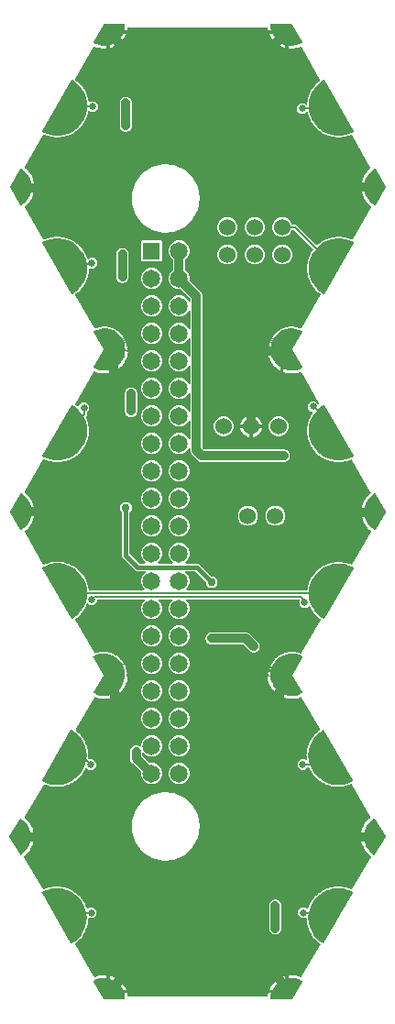
<source format=gbr>
G04 EAGLE Gerber RS-274X export*
G75*
%MOMM*%
%FSLAX34Y34*%
%LPD*%
%INTop Copper*%
%IPPOS*%
%AMOC8*
5,1,8,0,0,1.08239X$1,22.5*%
G01*
%ADD10R,1.650000X1.650000*%
%ADD11C,1.650000*%
%ADD12C,1.000000*%
%ADD13C,1.524000*%
%ADD14C,1.530000*%
%ADD15C,0.812800*%
%ADD16C,0.756400*%
%ADD17C,0.406400*%
%ADD18C,0.203200*%
%ADD19C,0.656400*%

G36*
X-67610Y447373D02*
X-67610Y447373D01*
X-67599Y447418D01*
X-67356Y450468D01*
X-67360Y450497D01*
X-67355Y450525D01*
X-67372Y450594D01*
X-67380Y450666D01*
X-67395Y450690D01*
X-67401Y450718D01*
X-67444Y450776D01*
X-67480Y450838D01*
X-67502Y450855D01*
X-67519Y450878D01*
X-67581Y450915D01*
X-67638Y450958D01*
X-67666Y450965D01*
X-67690Y450980D01*
X-67790Y450996D01*
X-67831Y451007D01*
X-67841Y451005D01*
X-67854Y451007D01*
X-86854Y451007D01*
X-86930Y450992D01*
X-87008Y450983D01*
X-87027Y450972D01*
X-87049Y450968D01*
X-87113Y450924D01*
X-87181Y450885D01*
X-87197Y450866D01*
X-87213Y450855D01*
X-87237Y450817D01*
X-87287Y450757D01*
X-96787Y434257D01*
X-96796Y434230D01*
X-96812Y434206D01*
X-96827Y434136D01*
X-96850Y434068D01*
X-96847Y434040D01*
X-96853Y434012D01*
X-96840Y433942D01*
X-96834Y433870D01*
X-96821Y433845D01*
X-96815Y433817D01*
X-96775Y433757D01*
X-96742Y433694D01*
X-96720Y433676D01*
X-96704Y433652D01*
X-96621Y433594D01*
X-96589Y433567D01*
X-96578Y433564D01*
X-96568Y433557D01*
X-93802Y432248D01*
X-93769Y432240D01*
X-93726Y432220D01*
X-90786Y431372D01*
X-90752Y431369D01*
X-90708Y431356D01*
X-87670Y430991D01*
X-87636Y430994D01*
X-87589Y430988D01*
X-84532Y431115D01*
X-84499Y431123D01*
X-84452Y431124D01*
X-84377Y431140D01*
X-84377Y428568D01*
X-85395Y428433D01*
X-88286Y428430D01*
X-91153Y428803D01*
X-93946Y429548D01*
X-95292Y430104D01*
X-95382Y430125D01*
X-95470Y430153D01*
X-95501Y430153D01*
X-95531Y430160D01*
X-95623Y430151D01*
X-95716Y430149D01*
X-95745Y430139D01*
X-95776Y430136D01*
X-95861Y430098D01*
X-95948Y430068D01*
X-95972Y430049D01*
X-96001Y430036D01*
X-96069Y429973D01*
X-96142Y429916D01*
X-96165Y429885D01*
X-96181Y429869D01*
X-96197Y429841D01*
X-96241Y429781D01*
X-113367Y400118D01*
X-113407Y400011D01*
X-113450Y399905D01*
X-113451Y399896D01*
X-113454Y399888D01*
X-113458Y399774D01*
X-113465Y399659D01*
X-113462Y399651D01*
X-113463Y399642D01*
X-113430Y399532D01*
X-113400Y399422D01*
X-113395Y399415D01*
X-113393Y399406D01*
X-113327Y399312D01*
X-113263Y399217D01*
X-113255Y399211D01*
X-113251Y399205D01*
X-113233Y399191D01*
X-113136Y399108D01*
X-112681Y398798D01*
X-112649Y398783D01*
X-112622Y398762D01*
X-112538Y398732D01*
X-112458Y398694D01*
X-112423Y398690D01*
X-112391Y398679D01*
X-112312Y398673D01*
X-111840Y398235D01*
X-111812Y398217D01*
X-111751Y398164D01*
X-111221Y397804D01*
X-111191Y397739D01*
X-111160Y397655D01*
X-111139Y397628D01*
X-111124Y397597D01*
X-111014Y397470D01*
X-109398Y395971D01*
X-109369Y395952D01*
X-109345Y395927D01*
X-109267Y395884D01*
X-109193Y395835D01*
X-109160Y395826D01*
X-109129Y395810D01*
X-109052Y395792D01*
X-108650Y395289D01*
X-108626Y395267D01*
X-108573Y395206D01*
X-108103Y394771D01*
X-108083Y394702D01*
X-108065Y394615D01*
X-108048Y394585D01*
X-108038Y394551D01*
X-107948Y394410D01*
X-106573Y392687D01*
X-106548Y392663D01*
X-106528Y392635D01*
X-106457Y392581D01*
X-106391Y392522D01*
X-106359Y392508D01*
X-106331Y392487D01*
X-106257Y392458D01*
X-105935Y391901D01*
X-105914Y391875D01*
X-105871Y391807D01*
X-105472Y391306D01*
X-105462Y391236D01*
X-105457Y391147D01*
X-105445Y391114D01*
X-105440Y391080D01*
X-105372Y390926D01*
X-104270Y389018D01*
X-104248Y388991D01*
X-104232Y388960D01*
X-104170Y388897D01*
X-104114Y388828D01*
X-104084Y388809D01*
X-104060Y388784D01*
X-103991Y388745D01*
X-103756Y388146D01*
X-103739Y388117D01*
X-103707Y388043D01*
X-103386Y387489D01*
X-103387Y387417D01*
X-103396Y387329D01*
X-103388Y387295D01*
X-103388Y387260D01*
X-103344Y387098D01*
X-102538Y385047D01*
X-102521Y385017D01*
X-102510Y384984D01*
X-102458Y384912D01*
X-102413Y384835D01*
X-102386Y384813D01*
X-102366Y384785D01*
X-102304Y384735D01*
X-102160Y384108D01*
X-102148Y384077D01*
X-102127Y383999D01*
X-101893Y383403D01*
X-101904Y383332D01*
X-101926Y383246D01*
X-101923Y383211D01*
X-101929Y383177D01*
X-101910Y383011D01*
X-101419Y380862D01*
X-101405Y380830D01*
X-101400Y380795D01*
X-101359Y380716D01*
X-101326Y380634D01*
X-101303Y380608D01*
X-101287Y380577D01*
X-101233Y380519D01*
X-101185Y379877D01*
X-101177Y379845D01*
X-101168Y379765D01*
X-101119Y379553D01*
X-101078Y379451D01*
X-101040Y379349D01*
X-101032Y379338D01*
X-101026Y379325D01*
X-100955Y379242D01*
X-100887Y379157D01*
X-100875Y379149D01*
X-100866Y379139D01*
X-100771Y379083D01*
X-100680Y379024D01*
X-100666Y379020D01*
X-100654Y379013D01*
X-100547Y378990D01*
X-100441Y378964D01*
X-100427Y378965D01*
X-100414Y378962D01*
X-100305Y378974D01*
X-100196Y378983D01*
X-100183Y378988D01*
X-100169Y378990D01*
X-100070Y379036D01*
X-99970Y379079D01*
X-99956Y379090D01*
X-99947Y379095D01*
X-99926Y379114D01*
X-99839Y379184D01*
X-99497Y379526D01*
X-95515Y379526D01*
X-92699Y376710D01*
X-92699Y372728D01*
X-95515Y369912D01*
X-99497Y369912D01*
X-100102Y370518D01*
X-100195Y370584D01*
X-100286Y370653D01*
X-100295Y370656D01*
X-100302Y370661D01*
X-100411Y370695D01*
X-100520Y370731D01*
X-100528Y370731D01*
X-100537Y370733D01*
X-100651Y370730D01*
X-100766Y370730D01*
X-100774Y370727D01*
X-100783Y370727D01*
X-100890Y370688D01*
X-100998Y370651D01*
X-101007Y370645D01*
X-101014Y370643D01*
X-101032Y370628D01*
X-101137Y370556D01*
X-101169Y370528D01*
X-101192Y370502D01*
X-101220Y370481D01*
X-101270Y370408D01*
X-101327Y370340D01*
X-101340Y370307D01*
X-101360Y370279D01*
X-101415Y370120D01*
X-101905Y367971D01*
X-101907Y367937D01*
X-101917Y367904D01*
X-101915Y367815D01*
X-101920Y367726D01*
X-101911Y367692D01*
X-101910Y367658D01*
X-101886Y367582D01*
X-102121Y366983D01*
X-102128Y366950D01*
X-102155Y366874D01*
X-102297Y366250D01*
X-102346Y366198D01*
X-102413Y366139D01*
X-102430Y366109D01*
X-102454Y366083D01*
X-102532Y365935D01*
X-103337Y363883D01*
X-103344Y363849D01*
X-103359Y363818D01*
X-103370Y363729D01*
X-103389Y363642D01*
X-103385Y363608D01*
X-103389Y363573D01*
X-103377Y363495D01*
X-103698Y362937D01*
X-103710Y362907D01*
X-103748Y362835D01*
X-103982Y362239D01*
X-104038Y362195D01*
X-104113Y362146D01*
X-104134Y362119D01*
X-104162Y362098D01*
X-104261Y361963D01*
X-105362Y360053D01*
X-105375Y360021D01*
X-105394Y359992D01*
X-105418Y359906D01*
X-105449Y359823D01*
X-105451Y359789D01*
X-105460Y359755D01*
X-105460Y359676D01*
X-105861Y359172D01*
X-105875Y359147D01*
X-105895Y359127D01*
X-105903Y359108D01*
X-105925Y359078D01*
X-106245Y358524D01*
X-106307Y358488D01*
X-106388Y358452D01*
X-106414Y358428D01*
X-106444Y358411D01*
X-106562Y358292D01*
X-107936Y356569D01*
X-107953Y356538D01*
X-107976Y356513D01*
X-108013Y356431D01*
X-108056Y356354D01*
X-108063Y356320D01*
X-108077Y356288D01*
X-108088Y356210D01*
X-108560Y355772D01*
X-108580Y355746D01*
X-108637Y355688D01*
X-109037Y355187D01*
X-109104Y355162D01*
X-109189Y355138D01*
X-109218Y355118D01*
X-109250Y355106D01*
X-109385Y355006D01*
X-111000Y353506D01*
X-111022Y353479D01*
X-111049Y353457D01*
X-111096Y353382D01*
X-111151Y353312D01*
X-111163Y353279D01*
X-111181Y353250D01*
X-111204Y353174D01*
X-111736Y352811D01*
X-111760Y352789D01*
X-111825Y352740D01*
X-112294Y352305D01*
X-112364Y352289D01*
X-112453Y352278D01*
X-112484Y352263D01*
X-112518Y352256D01*
X-112666Y352177D01*
X-114487Y350935D01*
X-114512Y350911D01*
X-114542Y350893D01*
X-114600Y350827D01*
X-114665Y350765D01*
X-114681Y350735D01*
X-114704Y350708D01*
X-114738Y350637D01*
X-115318Y350357D01*
X-115345Y350339D01*
X-115416Y350300D01*
X-115945Y349940D01*
X-116017Y349935D01*
X-116106Y349937D01*
X-116139Y349927D01*
X-116174Y349924D01*
X-116332Y349869D01*
X-118317Y348912D01*
X-118346Y348892D01*
X-118378Y348879D01*
X-118446Y348822D01*
X-118519Y348771D01*
X-118539Y348743D01*
X-118566Y348720D01*
X-118610Y348655D01*
X-119225Y348465D01*
X-119255Y348450D01*
X-119331Y348423D01*
X-119908Y348145D01*
X-119980Y348151D01*
X-120067Y348166D01*
X-120101Y348161D01*
X-120136Y348164D01*
X-120301Y348133D01*
X-122407Y347482D01*
X-122438Y347467D01*
X-122472Y347459D01*
X-122548Y347412D01*
X-122627Y347373D01*
X-122651Y347348D01*
X-122681Y347330D01*
X-122735Y347272D01*
X-123371Y347175D01*
X-123403Y347165D01*
X-123482Y347150D01*
X-124094Y346961D01*
X-124164Y346978D01*
X-124248Y347006D01*
X-124283Y347006D01*
X-124317Y347014D01*
X-124484Y347007D01*
X-126664Y346678D01*
X-126697Y346667D01*
X-126731Y346665D01*
X-126813Y346630D01*
X-126898Y346603D01*
X-126926Y346582D01*
X-126958Y346568D01*
X-127019Y346519D01*
X-127663Y346519D01*
X-127696Y346513D01*
X-127777Y346510D01*
X-128410Y346414D01*
X-128476Y346441D01*
X-128555Y346482D01*
X-128590Y346487D01*
X-128622Y346500D01*
X-128789Y346518D01*
X-130993Y346517D01*
X-131027Y346512D01*
X-131062Y346514D01*
X-131148Y346492D01*
X-131235Y346478D01*
X-131266Y346461D01*
X-131300Y346453D01*
X-131368Y346413D01*
X-132005Y346509D01*
X-132038Y346508D01*
X-132118Y346517D01*
X-132759Y346517D01*
X-132821Y346553D01*
X-132893Y346605D01*
X-132926Y346615D01*
X-132956Y346633D01*
X-133118Y346676D01*
X-135298Y347004D01*
X-135332Y347003D01*
X-135366Y347011D01*
X-135455Y347002D01*
X-135543Y347001D01*
X-135576Y346989D01*
X-135611Y346986D01*
X-135684Y346956D01*
X-136300Y347146D01*
X-136332Y347150D01*
X-136411Y347171D01*
X-137044Y347266D01*
X-137100Y347312D01*
X-137163Y347374D01*
X-137194Y347389D01*
X-137221Y347411D01*
X-137375Y347477D01*
X-139482Y348126D01*
X-139516Y348131D01*
X-139548Y348144D01*
X-139637Y348148D01*
X-139725Y348160D01*
X-139759Y348153D01*
X-139794Y348155D01*
X-139871Y348137D01*
X-140451Y348416D01*
X-140483Y348426D01*
X-140557Y348458D01*
X-141169Y348646D01*
X-141218Y348699D01*
X-141271Y348770D01*
X-141300Y348790D01*
X-141323Y348815D01*
X-141466Y348904D01*
X-141978Y349151D01*
X-142087Y349183D01*
X-142197Y349218D01*
X-142206Y349218D01*
X-142214Y349220D01*
X-142329Y349216D01*
X-142443Y349214D01*
X-142451Y349211D01*
X-142460Y349211D01*
X-142567Y349170D01*
X-142675Y349132D01*
X-142682Y349127D01*
X-142690Y349124D01*
X-142779Y349051D01*
X-142868Y348981D01*
X-142875Y348972D01*
X-142880Y348968D01*
X-142893Y348948D01*
X-142968Y348846D01*
X-160132Y319116D01*
X-160165Y319029D01*
X-160204Y318945D01*
X-160208Y318915D01*
X-160219Y318886D01*
X-160222Y318793D01*
X-160233Y318700D01*
X-160226Y318671D01*
X-160228Y318640D01*
X-160201Y318551D01*
X-160182Y318460D01*
X-160166Y318434D01*
X-160158Y318405D01*
X-160104Y318328D01*
X-160057Y318248D01*
X-160029Y318221D01*
X-160016Y318203D01*
X-159990Y318184D01*
X-159936Y318132D01*
X-159121Y317507D01*
X-158628Y317128D01*
X-156580Y315080D01*
X-154817Y312783D01*
X-153369Y310275D01*
X-152261Y307599D01*
X-151511Y304802D01*
X-151143Y302005D01*
X-153736Y302005D01*
X-153736Y302015D01*
X-153743Y302048D01*
X-153743Y302095D01*
X-154235Y305122D01*
X-154247Y305153D01*
X-154254Y305200D01*
X-155225Y308108D01*
X-155238Y308131D01*
X-155244Y308156D01*
X-155251Y308165D01*
X-155256Y308182D01*
X-156681Y310897D01*
X-156703Y310923D01*
X-156724Y310965D01*
X-158566Y313416D01*
X-158591Y313439D01*
X-158619Y313476D01*
X-160831Y315600D01*
X-160859Y315618D01*
X-160893Y315651D01*
X-163416Y317393D01*
X-163443Y317404D01*
X-163465Y317423D01*
X-163534Y317443D01*
X-163599Y317471D01*
X-163628Y317471D01*
X-163656Y317479D01*
X-163727Y317471D01*
X-163798Y317472D01*
X-163825Y317460D01*
X-163854Y317457D01*
X-163916Y317422D01*
X-163981Y317394D01*
X-164002Y317374D01*
X-164027Y317359D01*
X-164090Y317282D01*
X-164120Y317252D01*
X-164124Y317242D01*
X-164133Y317231D01*
X-173633Y300731D01*
X-173657Y300658D01*
X-173688Y300588D01*
X-173688Y300564D01*
X-173696Y300542D01*
X-173690Y300466D01*
X-173691Y300389D01*
X-173681Y300365D01*
X-173680Y300344D01*
X-173659Y300305D01*
X-173640Y300253D01*
X-173639Y300247D01*
X-173637Y300245D01*
X-173633Y300233D01*
X-164133Y283733D01*
X-164114Y283711D01*
X-164101Y283685D01*
X-164048Y283637D01*
X-164001Y283584D01*
X-163975Y283571D01*
X-163954Y283552D01*
X-163886Y283529D01*
X-163822Y283498D01*
X-163793Y283497D01*
X-163766Y283487D01*
X-163694Y283492D01*
X-163623Y283489D01*
X-163596Y283499D01*
X-163567Y283501D01*
X-163477Y283543D01*
X-163437Y283558D01*
X-163429Y283565D01*
X-163416Y283571D01*
X-160893Y285313D01*
X-160869Y285337D01*
X-160831Y285364D01*
X-158619Y287488D01*
X-158600Y287516D01*
X-158566Y287548D01*
X-156724Y289999D01*
X-156710Y290030D01*
X-156681Y290067D01*
X-155256Y292782D01*
X-155247Y292815D01*
X-155225Y292856D01*
X-154254Y295764D01*
X-154250Y295798D01*
X-154235Y295842D01*
X-153743Y298869D01*
X-153744Y298903D01*
X-153736Y298949D01*
X-153736Y298959D01*
X-151143Y298959D01*
X-151511Y296162D01*
X-152261Y293365D01*
X-153369Y290689D01*
X-154817Y288181D01*
X-156580Y285884D01*
X-158628Y283836D01*
X-159936Y282832D01*
X-159999Y282764D01*
X-160069Y282701D01*
X-160083Y282675D01*
X-160104Y282653D01*
X-160143Y282568D01*
X-160188Y282487D01*
X-160194Y282457D01*
X-160207Y282429D01*
X-160216Y282337D01*
X-160233Y282245D01*
X-160229Y282215D01*
X-160232Y282185D01*
X-160212Y282094D01*
X-160199Y282001D01*
X-160184Y281966D01*
X-160179Y281945D01*
X-160162Y281917D01*
X-160132Y281848D01*
X-142968Y252118D01*
X-142895Y252029D01*
X-142825Y251940D01*
X-142818Y251935D01*
X-142812Y251928D01*
X-142715Y251867D01*
X-142620Y251804D01*
X-142611Y251802D01*
X-142604Y251797D01*
X-142492Y251770D01*
X-142382Y251741D01*
X-142373Y251742D01*
X-142365Y251740D01*
X-142251Y251750D01*
X-142137Y251757D01*
X-142127Y251761D01*
X-142120Y251762D01*
X-142098Y251771D01*
X-141978Y251813D01*
X-141466Y252060D01*
X-141437Y252080D01*
X-141405Y252092D01*
X-141337Y252150D01*
X-141264Y252201D01*
X-141244Y252229D01*
X-141217Y252251D01*
X-141172Y252317D01*
X-140557Y252506D01*
X-140528Y252521D01*
X-140451Y252548D01*
X-139874Y252825D01*
X-139803Y252819D01*
X-139715Y252804D01*
X-139681Y252809D01*
X-139647Y252806D01*
X-139482Y252838D01*
X-137375Y253487D01*
X-137344Y253502D01*
X-137310Y253510D01*
X-137235Y253556D01*
X-137155Y253596D01*
X-137130Y253621D01*
X-137101Y253639D01*
X-137047Y253697D01*
X-136411Y253793D01*
X-136379Y253803D01*
X-136300Y253818D01*
X-135688Y254007D01*
X-135618Y253990D01*
X-135534Y253962D01*
X-135499Y253962D01*
X-135465Y253954D01*
X-135298Y253960D01*
X-133118Y254288D01*
X-133085Y254299D01*
X-133050Y254301D01*
X-132968Y254336D01*
X-132884Y254363D01*
X-132856Y254384D01*
X-132824Y254398D01*
X-132762Y254447D01*
X-132118Y254447D01*
X-132086Y254452D01*
X-132005Y254455D01*
X-131372Y254551D01*
X-131305Y254524D01*
X-131226Y254483D01*
X-131192Y254478D01*
X-131159Y254465D01*
X-130993Y254447D01*
X-128789Y254446D01*
X-128754Y254451D01*
X-128720Y254449D01*
X-128634Y254471D01*
X-128546Y254485D01*
X-128515Y254502D01*
X-128482Y254510D01*
X-128413Y254550D01*
X-127777Y254454D01*
X-127744Y254454D01*
X-127663Y254445D01*
X-127023Y254445D01*
X-126961Y254409D01*
X-126889Y254357D01*
X-126856Y254347D01*
X-126826Y254329D01*
X-126664Y254286D01*
X-124484Y253957D01*
X-124450Y253957D01*
X-124416Y253950D01*
X-124327Y253959D01*
X-124238Y253960D01*
X-124205Y253971D01*
X-124171Y253975D01*
X-124097Y254004D01*
X-123482Y253814D01*
X-123450Y253809D01*
X-123371Y253789D01*
X-122738Y253693D01*
X-122683Y253648D01*
X-122619Y253586D01*
X-122588Y253571D01*
X-122561Y253549D01*
X-122407Y253482D01*
X-120301Y252831D01*
X-120266Y252827D01*
X-120234Y252814D01*
X-120145Y252810D01*
X-120057Y252798D01*
X-120023Y252804D01*
X-119988Y252803D01*
X-119911Y252820D01*
X-119331Y252541D01*
X-119300Y252532D01*
X-119225Y252499D01*
X-118613Y252310D01*
X-118565Y252257D01*
X-118511Y252186D01*
X-118483Y252167D01*
X-118459Y252141D01*
X-118317Y252052D01*
X-116332Y251095D01*
X-116299Y251086D01*
X-116268Y251068D01*
X-116181Y251051D01*
X-116096Y251026D01*
X-116061Y251027D01*
X-116027Y251020D01*
X-115948Y251026D01*
X-115416Y250664D01*
X-115386Y250650D01*
X-115318Y250607D01*
X-114741Y250329D01*
X-114701Y250269D01*
X-114659Y250191D01*
X-114633Y250167D01*
X-114614Y250138D01*
X-114487Y250029D01*
X-112666Y248787D01*
X-112634Y248772D01*
X-112607Y248751D01*
X-112524Y248721D01*
X-112443Y248683D01*
X-112408Y248679D01*
X-112376Y248667D01*
X-112297Y248662D01*
X-111825Y248224D01*
X-111798Y248205D01*
X-111736Y248153D01*
X-111207Y247792D01*
X-111177Y247727D01*
X-111146Y247643D01*
X-111125Y247616D01*
X-111110Y247585D01*
X-111000Y247458D01*
X-109385Y245958D01*
X-109356Y245939D01*
X-109332Y245914D01*
X-109254Y245871D01*
X-109180Y245822D01*
X-109147Y245813D01*
X-109116Y245797D01*
X-109039Y245779D01*
X-108637Y245276D01*
X-108613Y245253D01*
X-108560Y245192D01*
X-108091Y244757D01*
X-108070Y244688D01*
X-108053Y244601D01*
X-108035Y244571D01*
X-108025Y244537D01*
X-107936Y244395D01*
X-106562Y242672D01*
X-106537Y242649D01*
X-106517Y242620D01*
X-106446Y242566D01*
X-106380Y242507D01*
X-106348Y242493D01*
X-106320Y242472D01*
X-106246Y242443D01*
X-105925Y241886D01*
X-105904Y241860D01*
X-105861Y241792D01*
X-105462Y241291D01*
X-105452Y241220D01*
X-105447Y241131D01*
X-105435Y241099D01*
X-105430Y241064D01*
X-105362Y240911D01*
X-104261Y239001D01*
X-104239Y238975D01*
X-104224Y238943D01*
X-104161Y238880D01*
X-104105Y238811D01*
X-104076Y238793D01*
X-104052Y238768D01*
X-103983Y238728D01*
X-103748Y238129D01*
X-103731Y238101D01*
X-103698Y238027D01*
X-103378Y237472D01*
X-103379Y237400D01*
X-103388Y237312D01*
X-103380Y237278D01*
X-103381Y237243D01*
X-103337Y237081D01*
X-102532Y235029D01*
X-102515Y234999D01*
X-102504Y234966D01*
X-102452Y234894D01*
X-102407Y234818D01*
X-102380Y234795D01*
X-102360Y234767D01*
X-102298Y234718D01*
X-102232Y234430D01*
X-102211Y234377D01*
X-102202Y234335D01*
X-102181Y234300D01*
X-102154Y234226D01*
X-102145Y234215D01*
X-102140Y234202D01*
X-102083Y234136D01*
X-102076Y234124D01*
X-102064Y234114D01*
X-102000Y234034D01*
X-101988Y234026D01*
X-101979Y234016D01*
X-101885Y233960D01*
X-101793Y233901D01*
X-101780Y233897D01*
X-101768Y233890D01*
X-101661Y233867D01*
X-101554Y233841D01*
X-101541Y233842D01*
X-101527Y233839D01*
X-101418Y233851D01*
X-101309Y233860D01*
X-101297Y233865D01*
X-101283Y233867D01*
X-101183Y233913D01*
X-101083Y233956D01*
X-101070Y233967D01*
X-101060Y233971D01*
X-101039Y233991D01*
X-101024Y234004D01*
X-101015Y234008D01*
X-101005Y234019D01*
X-100952Y234061D01*
X-99915Y235098D01*
X-95933Y235098D01*
X-93117Y232282D01*
X-93117Y228300D01*
X-95933Y225485D01*
X-100035Y225485D01*
X-100083Y225477D01*
X-100131Y225479D01*
X-100204Y225457D01*
X-100278Y225445D01*
X-100321Y225422D01*
X-100367Y225409D01*
X-100429Y225365D01*
X-100495Y225330D01*
X-100529Y225295D01*
X-100568Y225267D01*
X-100613Y225206D01*
X-100665Y225151D01*
X-100685Y225108D01*
X-100714Y225069D01*
X-100737Y224997D01*
X-100768Y224928D01*
X-100774Y224880D01*
X-100788Y224834D01*
X-100790Y224798D01*
X-100795Y224793D01*
X-100834Y224713D01*
X-100881Y224637D01*
X-100889Y224603D01*
X-100904Y224572D01*
X-100935Y224407D01*
X-101100Y222209D01*
X-101097Y222175D01*
X-101102Y222140D01*
X-101087Y222053D01*
X-101079Y221964D01*
X-101065Y221932D01*
X-101059Y221898D01*
X-101024Y221827D01*
X-101168Y221199D01*
X-101170Y221166D01*
X-101185Y221087D01*
X-101233Y220448D01*
X-101274Y220390D01*
X-101331Y220321D01*
X-101344Y220289D01*
X-101363Y220261D01*
X-101419Y220102D01*
X-101910Y217953D01*
X-101912Y217919D01*
X-101922Y217886D01*
X-101919Y217797D01*
X-101925Y217708D01*
X-101916Y217674D01*
X-101915Y217640D01*
X-101892Y217564D01*
X-102127Y216965D01*
X-102134Y216933D01*
X-102160Y216856D01*
X-102303Y216232D01*
X-102352Y216180D01*
X-102419Y216121D01*
X-102436Y216091D01*
X-102460Y216066D01*
X-102538Y215917D01*
X-103344Y213866D01*
X-103352Y213832D01*
X-103367Y213801D01*
X-103377Y213712D01*
X-103396Y213625D01*
X-103392Y213591D01*
X-103396Y213556D01*
X-103385Y213478D01*
X-103707Y212921D01*
X-103718Y212890D01*
X-103756Y212818D01*
X-103990Y212222D01*
X-104047Y212178D01*
X-104121Y212130D01*
X-104143Y212103D01*
X-104170Y212081D01*
X-104270Y211946D01*
X-105372Y210038D01*
X-105385Y210005D01*
X-105404Y209976D01*
X-105428Y209891D01*
X-105459Y209808D01*
X-105461Y209773D01*
X-105470Y209739D01*
X-105470Y209660D01*
X-105871Y209157D01*
X-105887Y209128D01*
X-105935Y209063D01*
X-106256Y208509D01*
X-106318Y208473D01*
X-106399Y208437D01*
X-106425Y208413D01*
X-106455Y208396D01*
X-106573Y208277D01*
X-107948Y206554D01*
X-107965Y206524D01*
X-107989Y206499D01*
X-108025Y206418D01*
X-108068Y206340D01*
X-108075Y206306D01*
X-108089Y206274D01*
X-108101Y206196D01*
X-108573Y205758D01*
X-108593Y205732D01*
X-108650Y205675D01*
X-109050Y205174D01*
X-109116Y205149D01*
X-109202Y205125D01*
X-109231Y205105D01*
X-109263Y205093D01*
X-109398Y204993D01*
X-111014Y203494D01*
X-111036Y203467D01*
X-111063Y203445D01*
X-111111Y203370D01*
X-111165Y203300D01*
X-111177Y203267D01*
X-111195Y203238D01*
X-111219Y203162D01*
X-111751Y202800D01*
X-111775Y202777D01*
X-111840Y202729D01*
X-112309Y202293D01*
X-112379Y202278D01*
X-112467Y202267D01*
X-112499Y202252D01*
X-112533Y202245D01*
X-112681Y202166D01*
X-113136Y201856D01*
X-113219Y201777D01*
X-113304Y201700D01*
X-113308Y201692D01*
X-113314Y201686D01*
X-113368Y201585D01*
X-113423Y201485D01*
X-113425Y201476D01*
X-113429Y201469D01*
X-113447Y201356D01*
X-113468Y201243D01*
X-113467Y201235D01*
X-113469Y201226D01*
X-113450Y201113D01*
X-113434Y201000D01*
X-113430Y200990D01*
X-113429Y200983D01*
X-113418Y200963D01*
X-113367Y200846D01*
X-95735Y170307D01*
X-95703Y170267D01*
X-95679Y170223D01*
X-95626Y170173D01*
X-95580Y170117D01*
X-95536Y170089D01*
X-95499Y170055D01*
X-95433Y170025D01*
X-95371Y169986D01*
X-95322Y169974D01*
X-95275Y169953D01*
X-95203Y169945D01*
X-95132Y169928D01*
X-95081Y169933D01*
X-95031Y169928D01*
X-94914Y169948D01*
X-94887Y169950D01*
X-94879Y169954D01*
X-94865Y169956D01*
X-94111Y170174D01*
X-94082Y170188D01*
X-93997Y170217D01*
X-93438Y170481D01*
X-93349Y170472D01*
X-93257Y170455D01*
X-93227Y170460D01*
X-93196Y170457D01*
X-93031Y170485D01*
X-91819Y170835D01*
X-91792Y170848D01*
X-91762Y170853D01*
X-91681Y170900D01*
X-91597Y170940D01*
X-91575Y170961D01*
X-91549Y170976D01*
X-91479Y171047D01*
X-90859Y171122D01*
X-90827Y171131D01*
X-90739Y171146D01*
X-90145Y171317D01*
X-90058Y171294D01*
X-89970Y171263D01*
X-89940Y171262D01*
X-89911Y171254D01*
X-89743Y171256D01*
X-88490Y171406D01*
X-88461Y171415D01*
X-88431Y171416D01*
X-88343Y171449D01*
X-88254Y171475D01*
X-88229Y171492D01*
X-88201Y171503D01*
X-88121Y171562D01*
X-87497Y171536D01*
X-87464Y171540D01*
X-87374Y171541D01*
X-86760Y171614D01*
X-86679Y171577D01*
X-86597Y171532D01*
X-86567Y171527D01*
X-86540Y171514D01*
X-86374Y171489D01*
X-85113Y171437D01*
X-85083Y171440D01*
X-85053Y171437D01*
X-84962Y171455D01*
X-84869Y171466D01*
X-84842Y171479D01*
X-84812Y171485D01*
X-84723Y171531D01*
X-84112Y171405D01*
X-84079Y171404D01*
X-83990Y171390D01*
X-83372Y171365D01*
X-83298Y171315D01*
X-83224Y171257D01*
X-83196Y171247D01*
X-83170Y171231D01*
X-83011Y171179D01*
X-81775Y170925D01*
X-81744Y170924D01*
X-81715Y170915D01*
X-81622Y170919D01*
X-81529Y170915D01*
X-81500Y170924D01*
X-81470Y170925D01*
X-81375Y170955D01*
X-80791Y170733D01*
X-80759Y170727D01*
X-80674Y170699D01*
X-80068Y170575D01*
X-80002Y170514D01*
X-79939Y170445D01*
X-79912Y170431D01*
X-79890Y170410D01*
X-79741Y170333D01*
X-78562Y169885D01*
X-78532Y169878D01*
X-78505Y169865D01*
X-78412Y169854D01*
X-78321Y169835D01*
X-78291Y169839D01*
X-78261Y169835D01*
X-78162Y169850D01*
X-77622Y169537D01*
X-77591Y169526D01*
X-77511Y169485D01*
X-76933Y169265D01*
X-76878Y169194D01*
X-76827Y169116D01*
X-76803Y169098D01*
X-76784Y169074D01*
X-76649Y168974D01*
X-75557Y168342D01*
X-75529Y168331D01*
X-75504Y168314D01*
X-75415Y168288D01*
X-75327Y168255D01*
X-75297Y168254D01*
X-75268Y168245D01*
X-75169Y168244D01*
X-74685Y167849D01*
X-74657Y167832D01*
X-74585Y167779D01*
X-74049Y167469D01*
X-74006Y167390D01*
X-73968Y167305D01*
X-73948Y167283D01*
X-73933Y167257D01*
X-73816Y167137D01*
X-72839Y166338D01*
X-72813Y166322D01*
X-72791Y166301D01*
X-72707Y166261D01*
X-72626Y166215D01*
X-72596Y166209D01*
X-72569Y166196D01*
X-72471Y166179D01*
X-72058Y165711D01*
X-72032Y165690D01*
X-71969Y165626D01*
X-71491Y165234D01*
X-71461Y165150D01*
X-71437Y165059D01*
X-71420Y165034D01*
X-71410Y165006D01*
X-71313Y164869D01*
X-70478Y163923D01*
X-70454Y163904D01*
X-70436Y163880D01*
X-70360Y163826D01*
X-70287Y163767D01*
X-70259Y163757D01*
X-70234Y163740D01*
X-70140Y163707D01*
X-69807Y163179D01*
X-69785Y163154D01*
X-69733Y163081D01*
X-69324Y162618D01*
X-69308Y162529D01*
X-69299Y162437D01*
X-69286Y162409D01*
X-69281Y162379D01*
X-69207Y162228D01*
X-68534Y161161D01*
X-68514Y161138D01*
X-68500Y161111D01*
X-68433Y161047D01*
X-68371Y160977D01*
X-68345Y160962D01*
X-68323Y160941D01*
X-68236Y160894D01*
X-67992Y160319D01*
X-67974Y160291D01*
X-67935Y160210D01*
X-67605Y159687D01*
X-67603Y159598D01*
X-67609Y159505D01*
X-67601Y159475D01*
X-67600Y159445D01*
X-67552Y159284D01*
X-67059Y158123D01*
X-67043Y158097D01*
X-67033Y158068D01*
X-66977Y157994D01*
X-66928Y157915D01*
X-66904Y157896D01*
X-66886Y157872D01*
X-66807Y157811D01*
X-66658Y157205D01*
X-66646Y157175D01*
X-66620Y157088D01*
X-66378Y156519D01*
X-66391Y156430D01*
X-66411Y156339D01*
X-66408Y156309D01*
X-66412Y156279D01*
X-66391Y156113D01*
X-66090Y154888D01*
X-66078Y154860D01*
X-66074Y154830D01*
X-66030Y154747D01*
X-65994Y154661D01*
X-65974Y154639D01*
X-65960Y154612D01*
X-65892Y154539D01*
X-65842Y153917D01*
X-65834Y153885D01*
X-65823Y153796D01*
X-65616Y152954D01*
X-65597Y152910D01*
X-65591Y152881D01*
X-65570Y152846D01*
X-65554Y152810D01*
X-65520Y152728D01*
X-65519Y152728D01*
X-65414Y152597D01*
X-65168Y152351D01*
X-64966Y152002D01*
X-64966Y152001D01*
X-64965Y152000D01*
X-64767Y151657D01*
X-64667Y151285D01*
X-64809Y151285D01*
X-64858Y151277D01*
X-64908Y151279D01*
X-64979Y151257D01*
X-65051Y151245D01*
X-65096Y151222D01*
X-65144Y151207D01*
X-65204Y151165D01*
X-65269Y151130D01*
X-65303Y151094D01*
X-65344Y151065D01*
X-65387Y151005D01*
X-65438Y150952D01*
X-65459Y150906D01*
X-65489Y150866D01*
X-65511Y150796D01*
X-65542Y150729D01*
X-65547Y150679D01*
X-65562Y150631D01*
X-65566Y150510D01*
X-65569Y150484D01*
X-65567Y150476D01*
X-65567Y150464D01*
X-65511Y149755D01*
X-65521Y149739D01*
X-65532Y149686D01*
X-65680Y149538D01*
X-65722Y149480D01*
X-65771Y149428D01*
X-65793Y149381D01*
X-65824Y149339D01*
X-65845Y149270D01*
X-65875Y149205D01*
X-65881Y149153D01*
X-65896Y149104D01*
X-65894Y149032D01*
X-65902Y148961D01*
X-65891Y148910D01*
X-65890Y148858D01*
X-65865Y148790D01*
X-65850Y148720D01*
X-65823Y148676D01*
X-65805Y148627D01*
X-65761Y148571D01*
X-65724Y148509D01*
X-65684Y148475D01*
X-65652Y148435D01*
X-65591Y148396D01*
X-65537Y148349D01*
X-65488Y148330D01*
X-65445Y148302D01*
X-65375Y148284D01*
X-65309Y148257D01*
X-65237Y148249D01*
X-65206Y148242D01*
X-65183Y148243D01*
X-65142Y148239D01*
X-64666Y148239D01*
X-64889Y146425D01*
X-65362Y144534D01*
X-65549Y143786D01*
X-66310Y141815D01*
X-66529Y141248D01*
X-67575Y139294D01*
X-67813Y138850D01*
X-69132Y136981D01*
X-69382Y136627D01*
X-71212Y134615D01*
X-73276Y132842D01*
X-75542Y131337D01*
X-75997Y131110D01*
X-75997Y134130D01*
X-75544Y134393D01*
X-75518Y134415D01*
X-75478Y134438D01*
X-73110Y136376D01*
X-73088Y136403D01*
X-73052Y136432D01*
X-71025Y138725D01*
X-71009Y138754D01*
X-70977Y138789D01*
X-69345Y141377D01*
X-69333Y141409D01*
X-69308Y141448D01*
X-68112Y144265D01*
X-68105Y144298D01*
X-68086Y144341D01*
X-67358Y147313D01*
X-67356Y147347D01*
X-67345Y147392D01*
X-67102Y150442D01*
X-67106Y150471D01*
X-67101Y150499D01*
X-67103Y150509D01*
X-67102Y150522D01*
X-67345Y153572D01*
X-67354Y153604D01*
X-67358Y153651D01*
X-68086Y156623D01*
X-68101Y156654D01*
X-68112Y156699D01*
X-69308Y159516D01*
X-69327Y159544D01*
X-69345Y159587D01*
X-70977Y162175D01*
X-71001Y162199D01*
X-71025Y162239D01*
X-73052Y164532D01*
X-73079Y164552D01*
X-73110Y164588D01*
X-75478Y166526D01*
X-75508Y166542D01*
X-75544Y166571D01*
X-78192Y168105D01*
X-78224Y168115D01*
X-78264Y168139D01*
X-81124Y169228D01*
X-81157Y169233D01*
X-81201Y169250D01*
X-84198Y169866D01*
X-84232Y169866D01*
X-84278Y169875D01*
X-87335Y170002D01*
X-87369Y169997D01*
X-87416Y169999D01*
X-90454Y169634D01*
X-90486Y169623D01*
X-90532Y169618D01*
X-93472Y168770D01*
X-93502Y168754D01*
X-93548Y168742D01*
X-96314Y167433D01*
X-96336Y167416D01*
X-96363Y167406D01*
X-96415Y167357D01*
X-96473Y167314D01*
X-96487Y167289D01*
X-96508Y167270D01*
X-96537Y167204D01*
X-96573Y167142D01*
X-96576Y167114D01*
X-96588Y167088D01*
X-96589Y167016D01*
X-96598Y166945D01*
X-96590Y166918D01*
X-96591Y166889D01*
X-96555Y166794D01*
X-96544Y166754D01*
X-96537Y166745D01*
X-96533Y166733D01*
X-87176Y150482D01*
X-92400Y141409D01*
X-96533Y134231D01*
X-96542Y134204D01*
X-96558Y134180D01*
X-96573Y134110D01*
X-96596Y134042D01*
X-96593Y134014D01*
X-96599Y133986D01*
X-96586Y133916D01*
X-96580Y133844D01*
X-96567Y133819D01*
X-96561Y133791D01*
X-96521Y133731D01*
X-96488Y133668D01*
X-96466Y133650D01*
X-96450Y133626D01*
X-96367Y133568D01*
X-96335Y133541D01*
X-96324Y133538D01*
X-96314Y133531D01*
X-93548Y132222D01*
X-93515Y132214D01*
X-93472Y132194D01*
X-90532Y131346D01*
X-90498Y131343D01*
X-90454Y131330D01*
X-87416Y130965D01*
X-87382Y130968D01*
X-87335Y130962D01*
X-84278Y131089D01*
X-84245Y131097D01*
X-84198Y131098D01*
X-81201Y131714D01*
X-81170Y131727D01*
X-81124Y131737D01*
X-79043Y132528D01*
X-79043Y129744D01*
X-80541Y129214D01*
X-83198Y128629D01*
X-85906Y128375D01*
X-88626Y128455D01*
X-91314Y128869D01*
X-93932Y129611D01*
X-95249Y130166D01*
X-95342Y130189D01*
X-95433Y130218D01*
X-95461Y130217D01*
X-95488Y130224D01*
X-95583Y130216D01*
X-95679Y130214D01*
X-95705Y130205D01*
X-95733Y130202D01*
X-95821Y130164D01*
X-95911Y130132D01*
X-95933Y130115D01*
X-95958Y130104D01*
X-96029Y130040D01*
X-96105Y129981D01*
X-96125Y129952D01*
X-96140Y129939D01*
X-96156Y129910D01*
X-96204Y129845D01*
X-113367Y100118D01*
X-113407Y100010D01*
X-113450Y99905D01*
X-113451Y99896D01*
X-113454Y99888D01*
X-113458Y99774D01*
X-113465Y99659D01*
X-113462Y99651D01*
X-113463Y99642D01*
X-113430Y99532D01*
X-113400Y99422D01*
X-113395Y99415D01*
X-113393Y99406D01*
X-113327Y99312D01*
X-113263Y99217D01*
X-113255Y99211D01*
X-113251Y99205D01*
X-113233Y99191D01*
X-113136Y99108D01*
X-112681Y98798D01*
X-112649Y98783D01*
X-112622Y98762D01*
X-112539Y98732D01*
X-112458Y98694D01*
X-112423Y98690D01*
X-112391Y98679D01*
X-112312Y98673D01*
X-111840Y98235D01*
X-111812Y98217D01*
X-111751Y98164D01*
X-111277Y97842D01*
X-111277Y97841D01*
X-111160Y97787D01*
X-111054Y97738D01*
X-111053Y97738D01*
X-110924Y97723D01*
X-110810Y97711D01*
X-110809Y97711D01*
X-110676Y97739D01*
X-110569Y97763D01*
X-110451Y97833D01*
X-110358Y97889D01*
X-110284Y97974D01*
X-110198Y98075D01*
X-110198Y98076D01*
X-110156Y98180D01*
X-110106Y98303D01*
X-110106Y98304D01*
X-110087Y98471D01*
X-110087Y98619D01*
X-107272Y101435D01*
X-103289Y101435D01*
X-100474Y98619D01*
X-100474Y94637D01*
X-102517Y92594D01*
X-102570Y92520D01*
X-102629Y92451D01*
X-102642Y92420D01*
X-102660Y92394D01*
X-102687Y92307D01*
X-102721Y92222D01*
X-102726Y92181D01*
X-102733Y92159D01*
X-102732Y92127D01*
X-102740Y92056D01*
X-102740Y89549D01*
X-103491Y88798D01*
X-103516Y88762D01*
X-103549Y88733D01*
X-103588Y88663D01*
X-103634Y88598D01*
X-103647Y88556D01*
X-103669Y88518D01*
X-103683Y88440D01*
X-103707Y88363D01*
X-103705Y88319D01*
X-103714Y88276D01*
X-103702Y88197D01*
X-103700Y88117D01*
X-103685Y88076D01*
X-103679Y88033D01*
X-103621Y87900D01*
X-103616Y87886D01*
X-103614Y87884D01*
X-103612Y87879D01*
X-103386Y87489D01*
X-103387Y87417D01*
X-103396Y87329D01*
X-103388Y87295D01*
X-103388Y87260D01*
X-103344Y87098D01*
X-102538Y85047D01*
X-102521Y85017D01*
X-102510Y84984D01*
X-102458Y84912D01*
X-102413Y84835D01*
X-102386Y84813D01*
X-102366Y84785D01*
X-102304Y84735D01*
X-102160Y84108D01*
X-102148Y84077D01*
X-102127Y83999D01*
X-101893Y83403D01*
X-101904Y83332D01*
X-101926Y83246D01*
X-101923Y83211D01*
X-101929Y83177D01*
X-101910Y83011D01*
X-101419Y80862D01*
X-101405Y80830D01*
X-101400Y80795D01*
X-101359Y80716D01*
X-101326Y80634D01*
X-101303Y80608D01*
X-101287Y80577D01*
X-101233Y80519D01*
X-101185Y79877D01*
X-101177Y79845D01*
X-101168Y79765D01*
X-101025Y79140D01*
X-101047Y79072D01*
X-101081Y78990D01*
X-101084Y78955D01*
X-101094Y78922D01*
X-101100Y78755D01*
X-100935Y76557D01*
X-100927Y76523D01*
X-100927Y76488D01*
X-100898Y76404D01*
X-100877Y76318D01*
X-100858Y76288D01*
X-100847Y76256D01*
X-100802Y76190D01*
X-100850Y75548D01*
X-100847Y75515D01*
X-100848Y75486D01*
X-100850Y75474D01*
X-100849Y75471D01*
X-100850Y75434D01*
X-100802Y74796D01*
X-100834Y74731D01*
X-100880Y74656D01*
X-100888Y74622D01*
X-100903Y74591D01*
X-100934Y74426D01*
X-101098Y72228D01*
X-101095Y72193D01*
X-101100Y72159D01*
X-101084Y72071D01*
X-101077Y71983D01*
X-101063Y71951D01*
X-101057Y71917D01*
X-101022Y71845D01*
X-101165Y71218D01*
X-101167Y71185D01*
X-101182Y71105D01*
X-101230Y70467D01*
X-101270Y70408D01*
X-101328Y70340D01*
X-101340Y70307D01*
X-101360Y70279D01*
X-101415Y70120D01*
X-101905Y67971D01*
X-101907Y67937D01*
X-101917Y67904D01*
X-101915Y67815D01*
X-101920Y67726D01*
X-101911Y67692D01*
X-101910Y67658D01*
X-101886Y67582D01*
X-102121Y66983D01*
X-102128Y66950D01*
X-102155Y66874D01*
X-102297Y66250D01*
X-102346Y66198D01*
X-102413Y66139D01*
X-102430Y66109D01*
X-102454Y66083D01*
X-102532Y65935D01*
X-103337Y63883D01*
X-103344Y63849D01*
X-103359Y63818D01*
X-103370Y63729D01*
X-103389Y63642D01*
X-103385Y63608D01*
X-103389Y63573D01*
X-103377Y63495D01*
X-103698Y62937D01*
X-103710Y62907D01*
X-103748Y62835D01*
X-103982Y62239D01*
X-104038Y62195D01*
X-104113Y62146D01*
X-104134Y62119D01*
X-104162Y62098D01*
X-104261Y61963D01*
X-105362Y60053D01*
X-105375Y60021D01*
X-105394Y59992D01*
X-105418Y59906D01*
X-105449Y59823D01*
X-105451Y59789D01*
X-105460Y59755D01*
X-105460Y59676D01*
X-105861Y59172D01*
X-105877Y59144D01*
X-105925Y59078D01*
X-106245Y58524D01*
X-106307Y58488D01*
X-106388Y58452D01*
X-106414Y58428D01*
X-106444Y58411D01*
X-106562Y58292D01*
X-107936Y56569D01*
X-107953Y56538D01*
X-107976Y56513D01*
X-108013Y56431D01*
X-108056Y56354D01*
X-108063Y56320D01*
X-108077Y56288D01*
X-108088Y56210D01*
X-108560Y55772D01*
X-108580Y55746D01*
X-108637Y55688D01*
X-109037Y55187D01*
X-109103Y55162D01*
X-109189Y55138D01*
X-109218Y55118D01*
X-109250Y55106D01*
X-109385Y55006D01*
X-111000Y53506D01*
X-111021Y53479D01*
X-111048Y53457D01*
X-111096Y53382D01*
X-111151Y53312D01*
X-111162Y53279D01*
X-111181Y53250D01*
X-111204Y53174D01*
X-111736Y52811D01*
X-111760Y52789D01*
X-111825Y52740D01*
X-112294Y52305D01*
X-112364Y52289D01*
X-112453Y52278D01*
X-112484Y52263D01*
X-112518Y52256D01*
X-112666Y52177D01*
X-114487Y50935D01*
X-114512Y50911D01*
X-114542Y50893D01*
X-114600Y50827D01*
X-114665Y50765D01*
X-114681Y50735D01*
X-114704Y50708D01*
X-114738Y50637D01*
X-115318Y50357D01*
X-115345Y50339D01*
X-115416Y50300D01*
X-115945Y49940D01*
X-116017Y49935D01*
X-116106Y49937D01*
X-116139Y49927D01*
X-116174Y49924D01*
X-116332Y49869D01*
X-118317Y48912D01*
X-118346Y48892D01*
X-118378Y48879D01*
X-118446Y48821D01*
X-118519Y48771D01*
X-118539Y48743D01*
X-118566Y48720D01*
X-118610Y48655D01*
X-119225Y48465D01*
X-119255Y48450D01*
X-119331Y48423D01*
X-119908Y48145D01*
X-119980Y48151D01*
X-120067Y48166D01*
X-120101Y48161D01*
X-120136Y48164D01*
X-120301Y48133D01*
X-122407Y47482D01*
X-122438Y47467D01*
X-122472Y47459D01*
X-122548Y47412D01*
X-122627Y47373D01*
X-122651Y47348D01*
X-122681Y47330D01*
X-122735Y47272D01*
X-123371Y47175D01*
X-123403Y47165D01*
X-123482Y47150D01*
X-124094Y46961D01*
X-124164Y46978D01*
X-124248Y47006D01*
X-124283Y47006D01*
X-124317Y47014D01*
X-124484Y47007D01*
X-126664Y46678D01*
X-126697Y46667D01*
X-126731Y46665D01*
X-126813Y46630D01*
X-126898Y46603D01*
X-126926Y46582D01*
X-126958Y46568D01*
X-127019Y46519D01*
X-127663Y46519D01*
X-127696Y46513D01*
X-127777Y46510D01*
X-128410Y46414D01*
X-128476Y46441D01*
X-128555Y46482D01*
X-128590Y46487D01*
X-128622Y46500D01*
X-128789Y46518D01*
X-130993Y46517D01*
X-131027Y46512D01*
X-131062Y46514D01*
X-131148Y46492D01*
X-131235Y46478D01*
X-131266Y46461D01*
X-131300Y46453D01*
X-131368Y46413D01*
X-132005Y46509D01*
X-132038Y46508D01*
X-132118Y46517D01*
X-132759Y46517D01*
X-132821Y46553D01*
X-132893Y46605D01*
X-132926Y46615D01*
X-132956Y46633D01*
X-133118Y46676D01*
X-135298Y47004D01*
X-135332Y47003D01*
X-135366Y47011D01*
X-135455Y47002D01*
X-135543Y47001D01*
X-135576Y46989D01*
X-135611Y46986D01*
X-135684Y46956D01*
X-136300Y47146D01*
X-136332Y47150D01*
X-136411Y47171D01*
X-137044Y47266D01*
X-137100Y47312D01*
X-137163Y47374D01*
X-137194Y47389D01*
X-137221Y47411D01*
X-137375Y47477D01*
X-139482Y48126D01*
X-139516Y48131D01*
X-139548Y48144D01*
X-139637Y48148D01*
X-139725Y48160D01*
X-139759Y48153D01*
X-139794Y48155D01*
X-139871Y48137D01*
X-140451Y48416D01*
X-140483Y48426D01*
X-140557Y48458D01*
X-141169Y48646D01*
X-141218Y48699D01*
X-141271Y48770D01*
X-141300Y48790D01*
X-141323Y48815D01*
X-141466Y48904D01*
X-141978Y49151D01*
X-142087Y49183D01*
X-142197Y49218D01*
X-142206Y49218D01*
X-142214Y49220D01*
X-142329Y49216D01*
X-142443Y49214D01*
X-142451Y49211D01*
X-142460Y49211D01*
X-142567Y49170D01*
X-142675Y49132D01*
X-142682Y49127D01*
X-142690Y49124D01*
X-142779Y49051D01*
X-142868Y48981D01*
X-142875Y48972D01*
X-142880Y48968D01*
X-142893Y48948D01*
X-142968Y48846D01*
X-160132Y19116D01*
X-160165Y19029D01*
X-160204Y18945D01*
X-160208Y18915D01*
X-160219Y18886D01*
X-160222Y18793D01*
X-160233Y18700D01*
X-160226Y18671D01*
X-160228Y18640D01*
X-160201Y18551D01*
X-160182Y18460D01*
X-160166Y18434D01*
X-160158Y18405D01*
X-160104Y18328D01*
X-160057Y18248D01*
X-160029Y18221D01*
X-160016Y18203D01*
X-159990Y18184D01*
X-159936Y18132D01*
X-158895Y17333D01*
X-158628Y17128D01*
X-156580Y15080D01*
X-154817Y12783D01*
X-153369Y10275D01*
X-152261Y7599D01*
X-151511Y4802D01*
X-151143Y2005D01*
X-153736Y2005D01*
X-153736Y2015D01*
X-153743Y2048D01*
X-153743Y2095D01*
X-154235Y5122D01*
X-154247Y5153D01*
X-154254Y5200D01*
X-155225Y8108D01*
X-155238Y8131D01*
X-155244Y8156D01*
X-155251Y8165D01*
X-155256Y8182D01*
X-156681Y10897D01*
X-156703Y10923D01*
X-156724Y10965D01*
X-158566Y13416D01*
X-158591Y13439D01*
X-158619Y13476D01*
X-160831Y15600D01*
X-160859Y15618D01*
X-160893Y15651D01*
X-163416Y17393D01*
X-163443Y17404D01*
X-163465Y17423D01*
X-163534Y17443D01*
X-163599Y17471D01*
X-163628Y17471D01*
X-163656Y17479D01*
X-163727Y17471D01*
X-163798Y17472D01*
X-163825Y17460D01*
X-163854Y17457D01*
X-163916Y17422D01*
X-163981Y17394D01*
X-164002Y17374D01*
X-164027Y17359D01*
X-164090Y17282D01*
X-164120Y17252D01*
X-164124Y17242D01*
X-164133Y17231D01*
X-173633Y731D01*
X-173657Y658D01*
X-173688Y588D01*
X-173688Y564D01*
X-173696Y542D01*
X-173690Y466D01*
X-173691Y389D01*
X-173681Y365D01*
X-173680Y344D01*
X-173659Y305D01*
X-173640Y253D01*
X-173639Y247D01*
X-173637Y245D01*
X-173633Y233D01*
X-164133Y-16267D01*
X-164114Y-16289D01*
X-164101Y-16315D01*
X-164048Y-16363D01*
X-164001Y-16416D01*
X-163975Y-16429D01*
X-163954Y-16448D01*
X-163886Y-16471D01*
X-163822Y-16502D01*
X-163793Y-16504D01*
X-163766Y-16513D01*
X-163694Y-16508D01*
X-163623Y-16511D01*
X-163596Y-16501D01*
X-163567Y-16499D01*
X-163477Y-16457D01*
X-163437Y-16442D01*
X-163429Y-16435D01*
X-163416Y-16429D01*
X-160893Y-14687D01*
X-160869Y-14663D01*
X-160831Y-14636D01*
X-158619Y-12512D01*
X-158600Y-12484D01*
X-158566Y-12452D01*
X-156724Y-10001D01*
X-156710Y-9970D01*
X-156681Y-9933D01*
X-155256Y-7218D01*
X-155247Y-7185D01*
X-155225Y-7144D01*
X-154254Y-4236D01*
X-154250Y-4202D01*
X-154235Y-4158D01*
X-153743Y-1131D01*
X-153744Y-1097D01*
X-153736Y-1051D01*
X-153736Y-1041D01*
X-151143Y-1041D01*
X-151511Y-3838D01*
X-152261Y-6635D01*
X-153369Y-9311D01*
X-154817Y-11819D01*
X-156580Y-14116D01*
X-158628Y-16164D01*
X-159986Y-17206D01*
X-160049Y-17273D01*
X-160118Y-17335D01*
X-160133Y-17363D01*
X-160154Y-17386D01*
X-160193Y-17469D01*
X-160238Y-17550D01*
X-160244Y-17581D01*
X-160257Y-17609D01*
X-160266Y-17701D01*
X-160284Y-17792D01*
X-160279Y-17823D01*
X-160283Y-17854D01*
X-160262Y-17944D01*
X-160250Y-18035D01*
X-160234Y-18072D01*
X-160229Y-18094D01*
X-160212Y-18122D01*
X-160183Y-18189D01*
X-143123Y-47928D01*
X-143051Y-48017D01*
X-142979Y-48108D01*
X-142973Y-48113D01*
X-142968Y-48119D01*
X-142871Y-48180D01*
X-142774Y-48244D01*
X-142767Y-48246D01*
X-142760Y-48250D01*
X-142648Y-48277D01*
X-142536Y-48307D01*
X-142529Y-48307D01*
X-142521Y-48308D01*
X-142406Y-48298D01*
X-142291Y-48291D01*
X-142282Y-48288D01*
X-142276Y-48287D01*
X-142256Y-48279D01*
X-142133Y-48235D01*
X-141466Y-47914D01*
X-141437Y-47894D01*
X-141405Y-47882D01*
X-141337Y-47824D01*
X-141264Y-47773D01*
X-141244Y-47745D01*
X-141217Y-47723D01*
X-141172Y-47657D01*
X-140557Y-47468D01*
X-140528Y-47453D01*
X-140451Y-47426D01*
X-139874Y-47149D01*
X-139803Y-47155D01*
X-139715Y-47170D01*
X-139681Y-47165D01*
X-139647Y-47168D01*
X-139482Y-47136D01*
X-137375Y-46487D01*
X-137344Y-46472D01*
X-137310Y-46464D01*
X-137235Y-46418D01*
X-137155Y-46378D01*
X-137130Y-46353D01*
X-137101Y-46335D01*
X-137047Y-46277D01*
X-136411Y-46181D01*
X-136379Y-46171D01*
X-136300Y-46156D01*
X-135688Y-45967D01*
X-135618Y-45984D01*
X-135534Y-46012D01*
X-135499Y-46012D01*
X-135465Y-46020D01*
X-135298Y-46014D01*
X-133118Y-45686D01*
X-133085Y-45675D01*
X-133050Y-45673D01*
X-132968Y-45638D01*
X-132884Y-45611D01*
X-132856Y-45590D01*
X-132824Y-45576D01*
X-132762Y-45527D01*
X-132118Y-45527D01*
X-132107Y-45525D01*
X-132106Y-45525D01*
X-132084Y-45522D01*
X-132005Y-45519D01*
X-131372Y-45423D01*
X-131305Y-45450D01*
X-131226Y-45491D01*
X-131192Y-45496D01*
X-131159Y-45509D01*
X-130993Y-45527D01*
X-128789Y-45528D01*
X-128754Y-45523D01*
X-128720Y-45525D01*
X-128634Y-45503D01*
X-128546Y-45489D01*
X-128515Y-45472D01*
X-128482Y-45464D01*
X-128413Y-45424D01*
X-127777Y-45520D01*
X-127744Y-45520D01*
X-127663Y-45529D01*
X-127023Y-45529D01*
X-126961Y-45565D01*
X-126889Y-45617D01*
X-126856Y-45627D01*
X-126826Y-45645D01*
X-126664Y-45688D01*
X-124484Y-46017D01*
X-124449Y-46017D01*
X-124416Y-46025D01*
X-124327Y-46015D01*
X-124238Y-46014D01*
X-124206Y-46003D01*
X-124171Y-45999D01*
X-124097Y-45970D01*
X-123482Y-46160D01*
X-123450Y-46165D01*
X-123371Y-46185D01*
X-122738Y-46281D01*
X-122683Y-46326D01*
X-122619Y-46388D01*
X-122588Y-46403D01*
X-122561Y-46425D01*
X-122407Y-46492D01*
X-120301Y-47143D01*
X-120266Y-47147D01*
X-120234Y-47160D01*
X-120145Y-47164D01*
X-120057Y-47176D01*
X-120023Y-47170D01*
X-119988Y-47171D01*
X-119911Y-47154D01*
X-119331Y-47433D01*
X-119300Y-47442D01*
X-119225Y-47475D01*
X-118613Y-47664D01*
X-118565Y-47717D01*
X-118511Y-47788D01*
X-118483Y-47807D01*
X-118459Y-47833D01*
X-118317Y-47922D01*
X-116332Y-48879D01*
X-116299Y-48888D01*
X-116268Y-48906D01*
X-116181Y-48923D01*
X-116096Y-48948D01*
X-116061Y-48947D01*
X-116027Y-48954D01*
X-115948Y-48948D01*
X-115416Y-49310D01*
X-115386Y-49324D01*
X-115318Y-49367D01*
X-114741Y-49645D01*
X-114701Y-49705D01*
X-114659Y-49783D01*
X-114633Y-49807D01*
X-114614Y-49836D01*
X-114487Y-49945D01*
X-112666Y-51187D01*
X-112634Y-51202D01*
X-112607Y-51223D01*
X-112524Y-51253D01*
X-112443Y-51291D01*
X-112408Y-51295D01*
X-112376Y-51307D01*
X-112297Y-51312D01*
X-111825Y-51750D01*
X-111797Y-51769D01*
X-111736Y-51821D01*
X-111207Y-52182D01*
X-111177Y-52247D01*
X-111146Y-52331D01*
X-111125Y-52358D01*
X-111110Y-52389D01*
X-111000Y-52516D01*
X-109385Y-54016D01*
X-109356Y-54035D01*
X-109332Y-54060D01*
X-109254Y-54103D01*
X-109180Y-54152D01*
X-109147Y-54161D01*
X-109116Y-54177D01*
X-109039Y-54195D01*
X-108637Y-54698D01*
X-108613Y-54721D01*
X-108560Y-54782D01*
X-108091Y-55217D01*
X-108070Y-55286D01*
X-108053Y-55373D01*
X-108035Y-55403D01*
X-108025Y-55437D01*
X-107936Y-55579D01*
X-106562Y-57302D01*
X-106537Y-57325D01*
X-106517Y-57354D01*
X-106446Y-57408D01*
X-106380Y-57467D01*
X-106348Y-57481D01*
X-106320Y-57502D01*
X-106246Y-57531D01*
X-105925Y-58088D01*
X-105904Y-58114D01*
X-105861Y-58182D01*
X-105462Y-58683D01*
X-105452Y-58754D01*
X-105447Y-58843D01*
X-105435Y-58875D01*
X-105430Y-58910D01*
X-105362Y-59063D01*
X-104261Y-60973D01*
X-104239Y-60999D01*
X-104224Y-61031D01*
X-104161Y-61094D01*
X-104105Y-61163D01*
X-104076Y-61181D01*
X-104052Y-61206D01*
X-103983Y-61246D01*
X-103748Y-61845D01*
X-103731Y-61873D01*
X-103698Y-61947D01*
X-103378Y-62502D01*
X-103379Y-62574D01*
X-103388Y-62662D01*
X-103380Y-62696D01*
X-103381Y-62731D01*
X-103337Y-62893D01*
X-102532Y-64945D01*
X-102515Y-64975D01*
X-102504Y-65008D01*
X-102452Y-65080D01*
X-102407Y-65156D01*
X-102380Y-65179D01*
X-102360Y-65207D01*
X-102298Y-65256D01*
X-102155Y-65884D01*
X-102143Y-65915D01*
X-102121Y-65993D01*
X-101888Y-66589D01*
X-101899Y-66660D01*
X-101921Y-66746D01*
X-101918Y-66780D01*
X-101924Y-66815D01*
X-101905Y-66981D01*
X-101415Y-69130D01*
X-101402Y-69162D01*
X-101397Y-69197D01*
X-101356Y-69276D01*
X-101322Y-69358D01*
X-101300Y-69385D01*
X-101284Y-69415D01*
X-101230Y-69473D01*
X-101182Y-70115D01*
X-101174Y-70147D01*
X-101165Y-70228D01*
X-101023Y-70852D01*
X-101044Y-70921D01*
X-101079Y-71003D01*
X-101082Y-71037D01*
X-101092Y-71070D01*
X-101098Y-71238D01*
X-101088Y-71367D01*
X-101062Y-71478D01*
X-101037Y-71590D01*
X-101033Y-71598D01*
X-101031Y-71606D01*
X-100970Y-71703D01*
X-100911Y-71801D01*
X-100904Y-71807D01*
X-100900Y-71814D01*
X-100812Y-71887D01*
X-100724Y-71961D01*
X-100716Y-71965D01*
X-100709Y-71970D01*
X-100603Y-72010D01*
X-100496Y-72053D01*
X-100486Y-72054D01*
X-100479Y-72057D01*
X-100456Y-72058D01*
X-100329Y-72072D01*
X-98585Y-72072D01*
X-98495Y-72057D01*
X-98404Y-72050D01*
X-98375Y-72037D01*
X-98343Y-72032D01*
X-98262Y-71989D01*
X-98178Y-71954D01*
X-98146Y-71928D01*
X-98125Y-71917D01*
X-98103Y-71894D01*
X-98047Y-71849D01*
X-97947Y-71749D01*
X-50212Y-71749D01*
X-50141Y-71738D01*
X-50070Y-71736D01*
X-50021Y-71718D01*
X-49969Y-71710D01*
X-49906Y-71676D01*
X-49839Y-71651D01*
X-49798Y-71619D01*
X-49752Y-71594D01*
X-49703Y-71542D01*
X-49647Y-71498D01*
X-49618Y-71454D01*
X-49583Y-71416D01*
X-49552Y-71351D01*
X-49514Y-71291D01*
X-49501Y-71240D01*
X-49479Y-71193D01*
X-49471Y-71122D01*
X-49454Y-71052D01*
X-49458Y-71000D01*
X-49452Y-70949D01*
X-49467Y-70878D01*
X-49473Y-70807D01*
X-49493Y-70759D01*
X-49504Y-70708D01*
X-49541Y-70647D01*
X-49569Y-70581D01*
X-49614Y-70525D01*
X-49630Y-70497D01*
X-49648Y-70482D01*
X-49674Y-70450D01*
X-51087Y-69037D01*
X-52575Y-65444D01*
X-52575Y-61556D01*
X-51087Y-57963D01*
X-48780Y-55656D01*
X-48738Y-55598D01*
X-48689Y-55546D01*
X-48667Y-55499D01*
X-48636Y-55457D01*
X-48615Y-55388D01*
X-48585Y-55323D01*
X-48579Y-55271D01*
X-48564Y-55221D01*
X-48566Y-55150D01*
X-48558Y-55079D01*
X-48569Y-55028D01*
X-48570Y-54976D01*
X-48595Y-54908D01*
X-48610Y-54838D01*
X-48637Y-54793D01*
X-48655Y-54745D01*
X-48700Y-54689D01*
X-48736Y-54627D01*
X-48776Y-54593D01*
X-48808Y-54553D01*
X-48869Y-54514D01*
X-48923Y-54467D01*
X-48972Y-54448D01*
X-49015Y-54420D01*
X-49085Y-54402D01*
X-49151Y-54375D01*
X-49223Y-54367D01*
X-49254Y-54359D01*
X-49277Y-54361D01*
X-49318Y-54357D01*
X-57036Y-54357D01*
X-70232Y-41161D01*
X-70232Y-63D01*
X-70246Y27D01*
X-70254Y118D01*
X-70266Y147D01*
X-70271Y179D01*
X-70314Y260D01*
X-70350Y344D01*
X-70376Y376D01*
X-70387Y397D01*
X-70410Y419D01*
X-70455Y475D01*
X-71982Y2002D01*
X-71982Y6398D01*
X-68873Y9507D01*
X-64477Y9507D01*
X-61368Y6398D01*
X-61368Y2002D01*
X-62895Y475D01*
X-62948Y401D01*
X-63008Y331D01*
X-63020Y301D01*
X-63039Y275D01*
X-63066Y188D01*
X-63100Y103D01*
X-63104Y62D01*
X-63111Y40D01*
X-63110Y8D01*
X-63118Y-63D01*
X-63118Y-37899D01*
X-63104Y-37989D01*
X-63096Y-38080D01*
X-63084Y-38110D01*
X-63079Y-38142D01*
X-63036Y-38222D01*
X-63000Y-38306D01*
X-62974Y-38338D01*
X-62963Y-38359D01*
X-62940Y-38381D01*
X-62933Y-38390D01*
X-62925Y-38404D01*
X-62916Y-38411D01*
X-62895Y-38437D01*
X-54312Y-47020D01*
X-54238Y-47073D01*
X-54169Y-47133D01*
X-54139Y-47145D01*
X-54112Y-47164D01*
X-54026Y-47191D01*
X-53941Y-47225D01*
X-53900Y-47229D01*
X-53877Y-47236D01*
X-53845Y-47235D01*
X-53774Y-47243D01*
X-49318Y-47243D01*
X-49247Y-47232D01*
X-49176Y-47230D01*
X-49127Y-47212D01*
X-49075Y-47204D01*
X-49012Y-47170D01*
X-48945Y-47145D01*
X-48904Y-47113D01*
X-48858Y-47088D01*
X-48809Y-47036D01*
X-48753Y-46992D01*
X-48724Y-46948D01*
X-48689Y-46910D01*
X-48658Y-46845D01*
X-48620Y-46785D01*
X-48607Y-46734D01*
X-48585Y-46687D01*
X-48577Y-46616D01*
X-48560Y-46546D01*
X-48564Y-46494D01*
X-48558Y-46443D01*
X-48573Y-46372D01*
X-48579Y-46301D01*
X-48599Y-46253D01*
X-48610Y-46202D01*
X-48647Y-46141D01*
X-48675Y-46075D01*
X-48720Y-46019D01*
X-48736Y-45991D01*
X-48754Y-45976D01*
X-48780Y-45944D01*
X-51087Y-43637D01*
X-52575Y-40044D01*
X-52575Y-36156D01*
X-51087Y-32563D01*
X-48337Y-29813D01*
X-44744Y-28325D01*
X-40856Y-28325D01*
X-37263Y-29813D01*
X-34513Y-32563D01*
X-33025Y-36156D01*
X-33025Y-40044D01*
X-34513Y-43637D01*
X-36820Y-45944D01*
X-36862Y-46002D01*
X-36911Y-46054D01*
X-36933Y-46101D01*
X-36964Y-46143D01*
X-36985Y-46212D01*
X-37015Y-46277D01*
X-37021Y-46329D01*
X-37036Y-46379D01*
X-37034Y-46450D01*
X-37042Y-46521D01*
X-37031Y-46572D01*
X-37030Y-46624D01*
X-37005Y-46692D01*
X-36990Y-46762D01*
X-36963Y-46807D01*
X-36945Y-46855D01*
X-36900Y-46911D01*
X-36864Y-46973D01*
X-36824Y-47007D01*
X-36792Y-47047D01*
X-36731Y-47086D01*
X-36677Y-47133D01*
X-36628Y-47152D01*
X-36585Y-47180D01*
X-36515Y-47198D01*
X-36449Y-47225D01*
X-36377Y-47233D01*
X-36346Y-47241D01*
X-36323Y-47239D01*
X-36282Y-47243D01*
X-23918Y-47243D01*
X-23847Y-47232D01*
X-23776Y-47230D01*
X-23727Y-47212D01*
X-23675Y-47204D01*
X-23612Y-47170D01*
X-23545Y-47145D01*
X-23504Y-47113D01*
X-23458Y-47088D01*
X-23409Y-47036D01*
X-23353Y-46992D01*
X-23324Y-46948D01*
X-23289Y-46910D01*
X-23258Y-46845D01*
X-23220Y-46785D01*
X-23207Y-46734D01*
X-23185Y-46687D01*
X-23177Y-46616D01*
X-23160Y-46546D01*
X-23164Y-46494D01*
X-23158Y-46443D01*
X-23173Y-46372D01*
X-23179Y-46301D01*
X-23199Y-46253D01*
X-23210Y-46202D01*
X-23247Y-46141D01*
X-23275Y-46075D01*
X-23320Y-46019D01*
X-23336Y-45991D01*
X-23354Y-45976D01*
X-23380Y-45944D01*
X-25687Y-43637D01*
X-27175Y-40044D01*
X-27175Y-36156D01*
X-25687Y-32563D01*
X-22937Y-29813D01*
X-19344Y-28325D01*
X-15456Y-28325D01*
X-11863Y-29813D01*
X-9113Y-32563D01*
X-7625Y-36156D01*
X-7625Y-40044D01*
X-9113Y-43637D01*
X-11420Y-45944D01*
X-11462Y-46002D01*
X-11511Y-46054D01*
X-11533Y-46101D01*
X-11564Y-46143D01*
X-11585Y-46212D01*
X-11615Y-46277D01*
X-11621Y-46329D01*
X-11636Y-46379D01*
X-11634Y-46450D01*
X-11642Y-46521D01*
X-11631Y-46572D01*
X-11630Y-46624D01*
X-11605Y-46692D01*
X-11590Y-46762D01*
X-11563Y-46807D01*
X-11545Y-46855D01*
X-11500Y-46911D01*
X-11464Y-46973D01*
X-11424Y-47007D01*
X-11392Y-47047D01*
X-11331Y-47086D01*
X-11277Y-47133D01*
X-11228Y-47152D01*
X-11185Y-47180D01*
X-11115Y-47198D01*
X-11049Y-47225D01*
X-10977Y-47233D01*
X-10946Y-47241D01*
X-10923Y-47239D01*
X-10882Y-47243D01*
X448Y-47243D01*
X12200Y-58995D01*
X12274Y-59048D01*
X12344Y-59108D01*
X12374Y-59120D01*
X12400Y-59139D01*
X12487Y-59166D01*
X12572Y-59200D01*
X12613Y-59204D01*
X12635Y-59211D01*
X12667Y-59210D01*
X12739Y-59218D01*
X14898Y-59218D01*
X18007Y-62327D01*
X18007Y-66723D01*
X14898Y-69832D01*
X10502Y-69832D01*
X7393Y-66723D01*
X7393Y-64564D01*
X7379Y-64473D01*
X7371Y-64383D01*
X7359Y-64353D01*
X7354Y-64321D01*
X7335Y-64285D01*
X7333Y-64277D01*
X7310Y-64239D01*
X7275Y-64156D01*
X7249Y-64124D01*
X7238Y-64103D01*
X7217Y-64083D01*
X7207Y-64066D01*
X7193Y-64054D01*
X7170Y-64025D01*
X-2275Y-54580D01*
X-2349Y-54527D01*
X-2419Y-54467D01*
X-2449Y-54455D01*
X-2475Y-54436D01*
X-2562Y-54409D01*
X-2647Y-54375D01*
X-2688Y-54371D01*
X-2710Y-54364D01*
X-2742Y-54365D01*
X-2814Y-54357D01*
X-10882Y-54357D01*
X-10953Y-54368D01*
X-11024Y-54370D01*
X-11073Y-54388D01*
X-11125Y-54396D01*
X-11188Y-54430D01*
X-11255Y-54455D01*
X-11296Y-54487D01*
X-11342Y-54512D01*
X-11391Y-54564D01*
X-11447Y-54608D01*
X-11476Y-54652D01*
X-11511Y-54690D01*
X-11542Y-54755D01*
X-11580Y-54815D01*
X-11593Y-54866D01*
X-11615Y-54913D01*
X-11623Y-54984D01*
X-11640Y-55054D01*
X-11636Y-55106D01*
X-11642Y-55157D01*
X-11627Y-55228D01*
X-11621Y-55299D01*
X-11601Y-55347D01*
X-11590Y-55398D01*
X-11553Y-55459D01*
X-11525Y-55525D01*
X-11480Y-55581D01*
X-11464Y-55609D01*
X-11446Y-55624D01*
X-11420Y-55656D01*
X-9113Y-57963D01*
X-7625Y-61556D01*
X-7625Y-65444D01*
X-9113Y-69037D01*
X-10468Y-70391D01*
X-10510Y-70449D01*
X-10559Y-70501D01*
X-10581Y-70549D01*
X-10611Y-70591D01*
X-10632Y-70659D01*
X-10663Y-70725D01*
X-10668Y-70776D01*
X-10684Y-70826D01*
X-10682Y-70898D01*
X-10690Y-70969D01*
X-10679Y-71020D01*
X-10677Y-71072D01*
X-10653Y-71139D01*
X-10637Y-71209D01*
X-10611Y-71254D01*
X-10593Y-71303D01*
X-10548Y-71359D01*
X-10511Y-71420D01*
X-10472Y-71454D01*
X-10439Y-71495D01*
X-10379Y-71534D01*
X-10324Y-71580D01*
X-10276Y-71600D01*
X-10232Y-71628D01*
X-10163Y-71645D01*
X-10096Y-71672D01*
X-10025Y-71680D01*
X-9994Y-71688D01*
X-9970Y-71686D01*
X-9929Y-71691D01*
X97394Y-71691D01*
X97552Y-71849D01*
X97626Y-71902D01*
X97696Y-71961D01*
X97726Y-71974D01*
X97752Y-71992D01*
X97839Y-72019D01*
X97924Y-72053D01*
X97965Y-72058D01*
X97987Y-72065D01*
X98019Y-72064D01*
X98091Y-72072D01*
X100261Y-72072D01*
X100368Y-72054D01*
X100478Y-72040D01*
X100490Y-72034D01*
X100503Y-72032D01*
X100600Y-71981D01*
X100699Y-71933D01*
X100709Y-71923D01*
X100721Y-71917D01*
X100796Y-71838D01*
X100874Y-71761D01*
X100881Y-71749D01*
X100890Y-71739D01*
X100936Y-71639D01*
X100986Y-71542D01*
X100988Y-71528D01*
X100994Y-71516D01*
X101006Y-71407D01*
X101022Y-71298D01*
X101019Y-71285D01*
X101021Y-71271D01*
X101003Y-71191D01*
X101165Y-70482D01*
X101167Y-70449D01*
X101182Y-70369D01*
X101230Y-69731D01*
X101270Y-69672D01*
X101328Y-69604D01*
X101340Y-69571D01*
X101360Y-69543D01*
X101415Y-69384D01*
X101905Y-67235D01*
X101907Y-67201D01*
X101917Y-67168D01*
X101915Y-67079D01*
X101920Y-66990D01*
X101911Y-66956D01*
X101910Y-66922D01*
X101886Y-66846D01*
X102121Y-66247D01*
X102128Y-66214D01*
X102155Y-66138D01*
X102297Y-65514D01*
X102346Y-65462D01*
X102413Y-65403D01*
X102430Y-65373D01*
X102454Y-65347D01*
X102532Y-65199D01*
X103337Y-63147D01*
X103344Y-63113D01*
X103359Y-63082D01*
X103370Y-62993D01*
X103389Y-62906D01*
X103385Y-62872D01*
X103389Y-62837D01*
X103377Y-62759D01*
X103698Y-62201D01*
X103710Y-62171D01*
X103748Y-62099D01*
X103982Y-61503D01*
X104038Y-61459D01*
X104113Y-61410D01*
X104134Y-61383D01*
X104162Y-61362D01*
X104261Y-61227D01*
X105362Y-59317D01*
X105375Y-59285D01*
X105394Y-59256D01*
X105418Y-59170D01*
X105449Y-59087D01*
X105451Y-59053D01*
X105460Y-59019D01*
X105460Y-58940D01*
X105861Y-58436D01*
X105877Y-58408D01*
X105925Y-58342D01*
X106245Y-57788D01*
X106307Y-57752D01*
X106388Y-57716D01*
X106414Y-57692D01*
X106444Y-57675D01*
X106562Y-57556D01*
X107936Y-55833D01*
X107953Y-55802D01*
X107976Y-55777D01*
X108013Y-55695D01*
X108056Y-55618D01*
X108063Y-55584D01*
X108077Y-55552D01*
X108088Y-55474D01*
X108560Y-55036D01*
X108580Y-55010D01*
X108637Y-54952D01*
X109037Y-54451D01*
X109103Y-54426D01*
X109189Y-54402D01*
X109218Y-54382D01*
X109250Y-54370D01*
X109385Y-54270D01*
X111000Y-52770D01*
X111021Y-52743D01*
X111048Y-52721D01*
X111096Y-52646D01*
X111151Y-52576D01*
X111162Y-52543D01*
X111181Y-52514D01*
X111204Y-52438D01*
X111736Y-52075D01*
X111760Y-52053D01*
X111825Y-52004D01*
X112294Y-51569D01*
X112364Y-51553D01*
X112453Y-51542D01*
X112484Y-51527D01*
X112518Y-51520D01*
X112666Y-51441D01*
X114487Y-50199D01*
X114512Y-50175D01*
X114542Y-50157D01*
X114600Y-50091D01*
X114665Y-50029D01*
X114681Y-49999D01*
X114704Y-49972D01*
X114738Y-49901D01*
X115318Y-49621D01*
X115345Y-49603D01*
X115416Y-49564D01*
X115945Y-49204D01*
X116017Y-49199D01*
X116106Y-49201D01*
X116139Y-49191D01*
X116174Y-49188D01*
X116332Y-49133D01*
X118317Y-48176D01*
X118346Y-48156D01*
X118378Y-48143D01*
X118446Y-48086D01*
X118519Y-48035D01*
X118539Y-48007D01*
X118566Y-47984D01*
X118610Y-47919D01*
X119225Y-47729D01*
X119255Y-47714D01*
X119331Y-47687D01*
X119908Y-47409D01*
X119980Y-47415D01*
X120067Y-47430D01*
X120101Y-47425D01*
X120136Y-47428D01*
X120301Y-47397D01*
X122407Y-46746D01*
X122438Y-46731D01*
X122472Y-46723D01*
X122548Y-46676D01*
X122627Y-46637D01*
X122651Y-46612D01*
X122681Y-46594D01*
X122735Y-46536D01*
X123371Y-46439D01*
X123403Y-46429D01*
X123482Y-46414D01*
X124094Y-46225D01*
X124164Y-46242D01*
X124248Y-46270D01*
X124283Y-46270D01*
X124317Y-46278D01*
X124484Y-46271D01*
X126664Y-45942D01*
X126697Y-45931D01*
X126731Y-45929D01*
X126813Y-45894D01*
X126898Y-45867D01*
X126926Y-45846D01*
X126958Y-45832D01*
X127019Y-45783D01*
X127663Y-45783D01*
X127696Y-45777D01*
X127777Y-45774D01*
X128410Y-45678D01*
X128476Y-45705D01*
X128555Y-45746D01*
X128590Y-45751D01*
X128622Y-45764D01*
X128789Y-45782D01*
X130993Y-45781D01*
X131027Y-45776D01*
X131062Y-45778D01*
X131148Y-45756D01*
X131235Y-45742D01*
X131266Y-45725D01*
X131300Y-45717D01*
X131368Y-45677D01*
X132005Y-45773D01*
X132038Y-45772D01*
X132118Y-45781D01*
X132759Y-45781D01*
X132821Y-45817D01*
X132893Y-45869D01*
X132926Y-45879D01*
X132956Y-45897D01*
X133118Y-45940D01*
X135298Y-46268D01*
X135332Y-46267D01*
X135366Y-46275D01*
X135454Y-46266D01*
X135543Y-46265D01*
X135576Y-46253D01*
X135611Y-46250D01*
X135685Y-46220D01*
X136300Y-46410D01*
X136332Y-46414D01*
X136411Y-46435D01*
X137044Y-46530D01*
X137099Y-46576D01*
X137163Y-46638D01*
X137194Y-46653D01*
X137221Y-46675D01*
X137375Y-46741D01*
X139482Y-47390D01*
X139516Y-47395D01*
X139548Y-47408D01*
X139637Y-47412D01*
X139725Y-47424D01*
X139759Y-47417D01*
X139794Y-47419D01*
X139871Y-47401D01*
X140451Y-47680D01*
X140483Y-47690D01*
X140557Y-47722D01*
X141169Y-47910D01*
X141218Y-47963D01*
X141271Y-48034D01*
X141300Y-48054D01*
X141323Y-48079D01*
X141466Y-48168D01*
X141623Y-48244D01*
X141732Y-48276D01*
X141841Y-48311D01*
X141850Y-48311D01*
X141858Y-48313D01*
X141973Y-48309D01*
X142087Y-48307D01*
X142095Y-48304D01*
X142104Y-48304D01*
X142211Y-48263D01*
X142319Y-48225D01*
X142326Y-48220D01*
X142334Y-48217D01*
X142422Y-48144D01*
X142513Y-48074D01*
X142519Y-48065D01*
X142524Y-48061D01*
X142537Y-48041D01*
X142612Y-47939D01*
X159909Y-17982D01*
X159942Y-17895D01*
X159982Y-17810D01*
X159986Y-17780D01*
X159996Y-17752D01*
X160000Y-17659D01*
X160011Y-17566D01*
X160004Y-17536D01*
X160005Y-17506D01*
X159979Y-17417D01*
X159960Y-17325D01*
X159944Y-17299D01*
X159936Y-17270D01*
X159882Y-17194D01*
X159835Y-17114D01*
X159807Y-17087D01*
X159794Y-17069D01*
X159768Y-17050D01*
X159714Y-16997D01*
X158847Y-16332D01*
X158628Y-16164D01*
X156580Y-14116D01*
X154817Y-11819D01*
X153369Y-9311D01*
X152261Y-6635D01*
X151511Y-3838D01*
X151143Y-1041D01*
X153736Y-1041D01*
X153736Y-1051D01*
X153737Y-1055D01*
X153737Y-1057D01*
X153743Y-1084D01*
X153743Y-1131D01*
X154235Y-4158D01*
X154247Y-4189D01*
X154254Y-4236D01*
X155225Y-7144D01*
X155242Y-7174D01*
X155256Y-7218D01*
X156681Y-9933D01*
X156703Y-9959D01*
X156724Y-10001D01*
X158566Y-12452D01*
X158591Y-12475D01*
X158619Y-12512D01*
X160831Y-14636D01*
X160859Y-14654D01*
X160893Y-14687D01*
X163416Y-16429D01*
X163443Y-16440D01*
X163465Y-16459D01*
X163534Y-16479D01*
X163599Y-16507D01*
X163628Y-16507D01*
X163656Y-16515D01*
X163727Y-16507D01*
X163798Y-16508D01*
X163825Y-16496D01*
X163854Y-16493D01*
X163916Y-16458D01*
X163981Y-16430D01*
X164002Y-16410D01*
X164027Y-16395D01*
X164090Y-16318D01*
X164120Y-16288D01*
X164124Y-16278D01*
X164133Y-16267D01*
X173633Y233D01*
X173643Y265D01*
X173652Y278D01*
X173656Y302D01*
X173657Y306D01*
X173688Y376D01*
X173688Y400D01*
X173696Y422D01*
X173690Y498D01*
X173691Y575D01*
X173681Y599D01*
X173680Y620D01*
X173659Y659D01*
X173633Y731D01*
X164133Y17231D01*
X164114Y17253D01*
X164101Y17279D01*
X164048Y17327D01*
X164001Y17380D01*
X163975Y17393D01*
X163954Y17412D01*
X163886Y17435D01*
X163822Y17466D01*
X163793Y17468D01*
X163766Y17477D01*
X163694Y17472D01*
X163623Y17475D01*
X163596Y17465D01*
X163567Y17463D01*
X163477Y17421D01*
X163437Y17406D01*
X163429Y17399D01*
X163416Y17393D01*
X160893Y15651D01*
X160869Y15627D01*
X160831Y15600D01*
X158619Y13476D01*
X158600Y13448D01*
X158566Y13416D01*
X156724Y10965D01*
X156710Y10934D01*
X156681Y10897D01*
X155256Y8182D01*
X155247Y8151D01*
X155231Y8126D01*
X155230Y8118D01*
X155225Y8108D01*
X154254Y5200D01*
X154250Y5166D01*
X154235Y5122D01*
X153743Y2095D01*
X153744Y2061D01*
X153736Y2015D01*
X153736Y2005D01*
X151143Y2005D01*
X151511Y4802D01*
X152261Y7599D01*
X153369Y10275D01*
X154817Y12783D01*
X154918Y12914D01*
X156580Y15080D01*
X158628Y17128D01*
X159342Y17677D01*
X159406Y17745D01*
X159475Y17807D01*
X159490Y17834D01*
X159511Y17856D01*
X159550Y17941D01*
X159595Y18022D01*
X159601Y18052D01*
X159613Y18079D01*
X159623Y18172D01*
X159640Y18264D01*
X159636Y18294D01*
X159639Y18324D01*
X159619Y18415D01*
X159606Y18507D01*
X159590Y18542D01*
X159585Y18564D01*
X159569Y18592D01*
X159538Y18661D01*
X142361Y48420D01*
X142291Y48505D01*
X142225Y48592D01*
X142214Y48600D01*
X142205Y48611D01*
X142112Y48669D01*
X142022Y48730D01*
X142008Y48734D01*
X141996Y48741D01*
X141890Y48767D01*
X141785Y48796D01*
X141771Y48796D01*
X141757Y48799D01*
X141648Y48789D01*
X141539Y48783D01*
X141526Y48778D01*
X141512Y48777D01*
X141412Y48733D01*
X141310Y48693D01*
X141305Y48688D01*
X140557Y48458D01*
X140528Y48443D01*
X140451Y48416D01*
X139874Y48139D01*
X139803Y48145D01*
X139715Y48160D01*
X139681Y48155D01*
X139647Y48158D01*
X139482Y48126D01*
X137375Y47477D01*
X137344Y47462D01*
X137310Y47454D01*
X137235Y47408D01*
X137155Y47368D01*
X137130Y47343D01*
X137101Y47325D01*
X137047Y47267D01*
X136411Y47171D01*
X136379Y47161D01*
X136300Y47146D01*
X135688Y46957D01*
X135618Y46974D01*
X135534Y47002D01*
X135499Y47002D01*
X135465Y47010D01*
X135298Y47004D01*
X133118Y46676D01*
X133085Y46665D01*
X133050Y46663D01*
X132968Y46628D01*
X132884Y46601D01*
X132856Y46580D01*
X132824Y46566D01*
X132762Y46517D01*
X132118Y46517D01*
X132086Y46512D01*
X132005Y46509D01*
X131372Y46413D01*
X131305Y46440D01*
X131226Y46481D01*
X131192Y46486D01*
X131159Y46499D01*
X130993Y46517D01*
X128789Y46518D01*
X128754Y46513D01*
X128720Y46515D01*
X128634Y46493D01*
X128546Y46479D01*
X128515Y46462D01*
X128482Y46454D01*
X128413Y46414D01*
X127777Y46510D01*
X127744Y46510D01*
X127663Y46519D01*
X127023Y46519D01*
X126961Y46555D01*
X126889Y46607D01*
X126856Y46617D01*
X126826Y46635D01*
X126664Y46678D01*
X124484Y47007D01*
X124450Y47007D01*
X124416Y47014D01*
X124327Y47005D01*
X124238Y47004D01*
X124205Y46993D01*
X124171Y46989D01*
X124097Y46960D01*
X123482Y47150D01*
X123450Y47155D01*
X123371Y47175D01*
X122738Y47271D01*
X122683Y47316D01*
X122619Y47378D01*
X122588Y47393D01*
X122561Y47415D01*
X122407Y47482D01*
X120301Y48133D01*
X120266Y48137D01*
X120234Y48150D01*
X120145Y48154D01*
X120057Y48166D01*
X120023Y48160D01*
X119988Y48161D01*
X119911Y48144D01*
X119331Y48423D01*
X119300Y48432D01*
X119225Y48465D01*
X118613Y48654D01*
X118565Y48707D01*
X118511Y48778D01*
X118483Y48797D01*
X118459Y48823D01*
X118317Y48912D01*
X116332Y49869D01*
X116299Y49878D01*
X116268Y49896D01*
X116181Y49913D01*
X116096Y49938D01*
X116061Y49937D01*
X116027Y49944D01*
X115948Y49938D01*
X115416Y50300D01*
X115386Y50314D01*
X115318Y50357D01*
X114741Y50635D01*
X114701Y50695D01*
X114659Y50773D01*
X114633Y50797D01*
X114614Y50826D01*
X114487Y50935D01*
X112666Y52177D01*
X112634Y52192D01*
X112607Y52213D01*
X112524Y52243D01*
X112443Y52281D01*
X112408Y52285D01*
X112376Y52297D01*
X112297Y52302D01*
X111825Y52740D01*
X111797Y52759D01*
X111736Y52811D01*
X111207Y53172D01*
X111177Y53237D01*
X111146Y53321D01*
X111125Y53348D01*
X111110Y53379D01*
X111000Y53506D01*
X109385Y55006D01*
X109356Y55025D01*
X109332Y55050D01*
X109254Y55093D01*
X109180Y55142D01*
X109147Y55151D01*
X109116Y55167D01*
X109039Y55185D01*
X108637Y55688D01*
X108613Y55711D01*
X108560Y55772D01*
X108091Y56207D01*
X108070Y56276D01*
X108053Y56363D01*
X108035Y56393D01*
X108025Y56427D01*
X107936Y56569D01*
X106562Y58292D01*
X106537Y58315D01*
X106517Y58344D01*
X106446Y58398D01*
X106380Y58457D01*
X106348Y58471D01*
X106320Y58492D01*
X106246Y58521D01*
X105925Y59078D01*
X105904Y59104D01*
X105861Y59172D01*
X105462Y59673D01*
X105452Y59744D01*
X105447Y59833D01*
X105435Y59865D01*
X105430Y59900D01*
X105362Y60053D01*
X104261Y61963D01*
X104239Y61989D01*
X104224Y62021D01*
X104161Y62084D01*
X104105Y62153D01*
X104076Y62171D01*
X104052Y62196D01*
X103983Y62236D01*
X103748Y62835D01*
X103739Y62850D01*
X103738Y62852D01*
X103729Y62867D01*
X103698Y62937D01*
X103378Y63492D01*
X103379Y63564D01*
X103388Y63652D01*
X103380Y63686D01*
X103381Y63721D01*
X103337Y63883D01*
X102532Y65935D01*
X102515Y65965D01*
X102504Y65998D01*
X102452Y66070D01*
X102407Y66146D01*
X102380Y66169D01*
X102360Y66197D01*
X102298Y66246D01*
X102155Y66874D01*
X102143Y66905D01*
X102121Y66983D01*
X101888Y67579D01*
X101899Y67650D01*
X101921Y67736D01*
X101918Y67770D01*
X101924Y67805D01*
X101905Y67971D01*
X101415Y70120D01*
X101402Y70152D01*
X101397Y70187D01*
X101356Y70266D01*
X101322Y70348D01*
X101300Y70375D01*
X101284Y70405D01*
X101230Y70463D01*
X101182Y71105D01*
X101174Y71137D01*
X101165Y71218D01*
X101023Y71842D01*
X101044Y71911D01*
X101079Y71993D01*
X101082Y72027D01*
X101092Y72060D01*
X101098Y72228D01*
X100934Y74426D01*
X100926Y74459D01*
X100926Y74494D01*
X100897Y74579D01*
X100876Y74665D01*
X100858Y74694D01*
X100847Y74727D01*
X100802Y74793D01*
X100850Y75434D01*
X100847Y75467D01*
X100850Y75548D01*
X100803Y76187D01*
X100834Y76251D01*
X100881Y76327D01*
X100888Y76361D01*
X100904Y76392D01*
X100935Y76557D01*
X101100Y78755D01*
X101097Y78789D01*
X101102Y78824D01*
X101087Y78911D01*
X101079Y79000D01*
X101065Y79032D01*
X101059Y79066D01*
X101024Y79137D01*
X101168Y79765D01*
X101170Y79797D01*
X101185Y79877D01*
X101233Y80516D01*
X101274Y80574D01*
X101331Y80643D01*
X101344Y80675D01*
X101363Y80703D01*
X101419Y80862D01*
X101910Y83011D01*
X101912Y83045D01*
X101922Y83078D01*
X101919Y83167D01*
X101925Y83256D01*
X101916Y83290D01*
X101915Y83324D01*
X101892Y83400D01*
X102127Y83999D01*
X102134Y84031D01*
X102160Y84108D01*
X102303Y84732D01*
X102352Y84784D01*
X102419Y84843D01*
X102436Y84873D01*
X102460Y84898D01*
X102538Y85047D01*
X103344Y87098D01*
X103352Y87132D01*
X103367Y87163D01*
X103377Y87252D01*
X103396Y87339D01*
X103392Y87373D01*
X103396Y87408D01*
X103385Y87486D01*
X103707Y88043D01*
X103718Y88074D01*
X103756Y88146D01*
X103990Y88742D01*
X104047Y88786D01*
X104121Y88834D01*
X104143Y88861D01*
X104170Y88883D01*
X104270Y89018D01*
X105372Y90926D01*
X105385Y90959D01*
X105404Y90988D01*
X105428Y91073D01*
X105459Y91156D01*
X105461Y91191D01*
X105470Y91225D01*
X105470Y91304D01*
X105769Y91679D01*
X105784Y91705D01*
X105804Y91726D01*
X105844Y91812D01*
X105890Y91894D01*
X105895Y91923D01*
X105907Y91949D01*
X105918Y92043D01*
X105935Y92135D01*
X105931Y92165D01*
X105935Y92194D01*
X105915Y92286D01*
X105902Y92379D01*
X105889Y92405D01*
X105882Y92434D01*
X105834Y92515D01*
X105792Y92599D01*
X105771Y92620D01*
X105756Y92645D01*
X105684Y92706D01*
X105618Y92773D01*
X105592Y92786D01*
X105569Y92805D01*
X105481Y92840D01*
X105397Y92882D01*
X105368Y92886D01*
X105341Y92897D01*
X105174Y92915D01*
X104402Y92915D01*
X101587Y95731D01*
X101587Y99713D01*
X104402Y102529D01*
X108385Y102529D01*
X110786Y100128D01*
X110805Y100114D01*
X110820Y100095D01*
X110905Y100042D01*
X110985Y99984D01*
X111008Y99977D01*
X111029Y99964D01*
X111125Y99941D01*
X111220Y99912D01*
X111244Y99912D01*
X111268Y99907D01*
X111367Y99916D01*
X111466Y99918D01*
X111489Y99926D01*
X111513Y99929D01*
X111604Y99969D01*
X111697Y100003D01*
X111716Y100018D01*
X111738Y100027D01*
X111812Y100094D01*
X111889Y100156D01*
X111902Y100177D01*
X111920Y100193D01*
X111968Y100279D01*
X112022Y100363D01*
X112028Y100387D01*
X112040Y100408D01*
X112058Y100505D01*
X112082Y100602D01*
X112081Y100626D01*
X112085Y100649D01*
X112071Y100748D01*
X112063Y100847D01*
X112054Y100869D01*
X112051Y100893D01*
X111983Y101047D01*
X95525Y129559D01*
X95464Y129633D01*
X95409Y129711D01*
X95387Y129728D01*
X95369Y129749D01*
X95288Y129800D01*
X95211Y129857D01*
X95184Y129865D01*
X95161Y129880D01*
X95068Y129903D01*
X94977Y129932D01*
X94949Y129931D01*
X94922Y129938D01*
X94826Y129929D01*
X94731Y129928D01*
X94697Y129918D01*
X94677Y129916D01*
X94646Y129903D01*
X94570Y129880D01*
X93932Y129611D01*
X91314Y128869D01*
X88626Y128455D01*
X85906Y128375D01*
X83198Y128629D01*
X81370Y129032D01*
X80541Y129214D01*
X79043Y129744D01*
X79043Y132528D01*
X81124Y131737D01*
X81157Y131731D01*
X81201Y131714D01*
X84198Y131098D01*
X84232Y131098D01*
X84278Y131089D01*
X87335Y130962D01*
X87369Y130967D01*
X87416Y130965D01*
X90454Y131330D01*
X90486Y131341D01*
X90532Y131346D01*
X93472Y132194D01*
X93502Y132210D01*
X93548Y132222D01*
X96314Y133531D01*
X96336Y133548D01*
X96363Y133558D01*
X96415Y133607D01*
X96473Y133650D01*
X96487Y133675D01*
X96508Y133694D01*
X96537Y133760D01*
X96573Y133822D01*
X96576Y133850D01*
X96588Y133876D01*
X96589Y133948D01*
X96598Y134019D01*
X96590Y134046D01*
X96591Y134075D01*
X96555Y134170D01*
X96544Y134210D01*
X96537Y134219D01*
X96533Y134231D01*
X92400Y141409D01*
X87176Y150482D01*
X96533Y166733D01*
X96542Y166760D01*
X96558Y166784D01*
X96573Y166854D01*
X96596Y166922D01*
X96593Y166950D01*
X96599Y166978D01*
X96586Y167049D01*
X96580Y167120D01*
X96567Y167145D01*
X96561Y167173D01*
X96521Y167233D01*
X96488Y167296D01*
X96466Y167314D01*
X96450Y167338D01*
X96367Y167396D01*
X96335Y167423D01*
X96324Y167426D01*
X96314Y167433D01*
X93548Y168742D01*
X93515Y168750D01*
X93472Y168770D01*
X90532Y169618D01*
X90498Y169621D01*
X90454Y169634D01*
X87416Y169999D01*
X87382Y169996D01*
X87335Y170002D01*
X84278Y169875D01*
X84245Y169867D01*
X84198Y169866D01*
X81201Y169250D01*
X81170Y169237D01*
X81124Y169228D01*
X78264Y168139D01*
X78236Y168121D01*
X78192Y168105D01*
X75544Y166571D01*
X75518Y166549D01*
X75478Y166526D01*
X73110Y164588D01*
X73088Y164561D01*
X73052Y164532D01*
X71025Y162239D01*
X71009Y162210D01*
X70977Y162175D01*
X69345Y159587D01*
X69333Y159555D01*
X69308Y159516D01*
X68112Y156699D01*
X68105Y156666D01*
X68102Y156659D01*
X68098Y156653D01*
X68097Y156647D01*
X68086Y156623D01*
X67358Y153651D01*
X67356Y153617D01*
X67345Y153572D01*
X67102Y150522D01*
X67106Y150493D01*
X67101Y150465D01*
X67103Y150455D01*
X67102Y150442D01*
X67345Y147392D01*
X67354Y147360D01*
X67358Y147313D01*
X68086Y144341D01*
X68101Y144310D01*
X68112Y144265D01*
X69308Y141448D01*
X69327Y141420D01*
X69345Y141377D01*
X70977Y138789D01*
X71001Y138765D01*
X71025Y138725D01*
X73052Y136432D01*
X73079Y136412D01*
X73110Y136376D01*
X75478Y134438D01*
X75508Y134422D01*
X75544Y134393D01*
X75997Y134130D01*
X75997Y131110D01*
X75542Y131337D01*
X73276Y132842D01*
X71213Y134615D01*
X69382Y136628D01*
X67813Y138850D01*
X66529Y141248D01*
X65549Y143786D01*
X64889Y146425D01*
X64666Y148239D01*
X65142Y148239D01*
X65213Y148250D01*
X65284Y148252D01*
X65333Y148270D01*
X65385Y148279D01*
X65448Y148312D01*
X65515Y148337D01*
X65556Y148369D01*
X65602Y148394D01*
X65651Y148446D01*
X65707Y148490D01*
X65736Y148534D01*
X65771Y148572D01*
X65802Y148637D01*
X65840Y148697D01*
X65853Y148748D01*
X65875Y148795D01*
X65883Y148866D01*
X65901Y148936D01*
X65896Y148988D01*
X65902Y149040D01*
X65887Y149110D01*
X65881Y149181D01*
X65861Y149229D01*
X65850Y149280D01*
X65813Y149341D01*
X65785Y149407D01*
X65740Y149463D01*
X65724Y149491D01*
X65706Y149506D01*
X65680Y149538D01*
X65538Y149680D01*
X65536Y149698D01*
X65510Y149746D01*
X65567Y150464D01*
X65563Y150514D01*
X65569Y150563D01*
X65553Y150635D01*
X65547Y150709D01*
X65527Y150755D01*
X65517Y150804D01*
X65479Y150867D01*
X65450Y150935D01*
X65416Y150972D01*
X65390Y151015D01*
X65334Y151063D01*
X65285Y151117D01*
X65242Y151142D01*
X65203Y151175D01*
X65135Y151202D01*
X65071Y151238D01*
X65022Y151248D01*
X64975Y151267D01*
X64855Y151280D01*
X64829Y151285D01*
X64821Y151284D01*
X64809Y151285D01*
X64667Y151285D01*
X64767Y151657D01*
X64960Y151991D01*
X64961Y151992D01*
X64961Y151993D01*
X64964Y151998D01*
X64965Y151999D01*
X64966Y152001D01*
X65168Y152351D01*
X65414Y152597D01*
X65415Y152597D01*
X65476Y152682D01*
X65558Y152796D01*
X65558Y152797D01*
X65559Y152797D01*
X65616Y152954D01*
X65823Y153796D01*
X65825Y153829D01*
X65842Y153917D01*
X65891Y154533D01*
X65943Y154606D01*
X66004Y154677D01*
X66015Y154706D01*
X66033Y154730D01*
X66090Y154888D01*
X66391Y156113D01*
X66393Y156143D01*
X66403Y156172D01*
X66403Y156265D01*
X66410Y156358D01*
X66403Y156388D01*
X66403Y156418D01*
X66376Y156514D01*
X66620Y157089D01*
X66628Y157120D01*
X66658Y157205D01*
X66806Y157805D01*
X66869Y157869D01*
X66940Y157929D01*
X66955Y157955D01*
X66977Y157977D01*
X67059Y158123D01*
X67552Y159284D01*
X67559Y159314D01*
X67574Y159341D01*
X67588Y159433D01*
X67611Y159523D01*
X67608Y159554D01*
X67613Y159583D01*
X67602Y159682D01*
X67935Y160210D01*
X67947Y160241D01*
X67991Y160319D01*
X68233Y160888D01*
X68306Y160940D01*
X68386Y160989D01*
X68405Y161012D01*
X68430Y161030D01*
X68534Y161161D01*
X69207Y162228D01*
X69219Y162256D01*
X69237Y162280D01*
X69267Y162369D01*
X69303Y162455D01*
X69306Y162485D01*
X69315Y162514D01*
X69320Y162613D01*
X69733Y163081D01*
X69751Y163109D01*
X69807Y163179D01*
X70137Y163702D01*
X70217Y163742D01*
X70303Y163777D01*
X70326Y163797D01*
X70354Y163810D01*
X70478Y163923D01*
X71313Y164869D01*
X71330Y164894D01*
X71351Y164915D01*
X71395Y164998D01*
X71444Y165077D01*
X71451Y165106D01*
X71466Y165133D01*
X71486Y165230D01*
X71969Y165626D01*
X71991Y165650D01*
X72058Y165711D01*
X72467Y166174D01*
X72553Y166201D01*
X72644Y166221D01*
X72670Y166237D01*
X72698Y166246D01*
X72839Y166338D01*
X73816Y167137D01*
X73836Y167159D01*
X73861Y167177D01*
X73917Y167251D01*
X73978Y167321D01*
X73990Y167349D01*
X74008Y167373D01*
X74044Y167466D01*
X74585Y167779D01*
X74610Y167800D01*
X74685Y167849D01*
X75164Y168240D01*
X75253Y168253D01*
X75346Y168259D01*
X75374Y168270D01*
X75404Y168274D01*
X75557Y168342D01*
X76649Y168974D01*
X76673Y168993D01*
X76700Y169006D01*
X76767Y169071D01*
X76839Y169130D01*
X76855Y169156D01*
X76877Y169177D01*
X76928Y169263D01*
X77511Y169485D01*
X77540Y169501D01*
X77622Y169537D01*
X78157Y169847D01*
X78247Y169845D01*
X78340Y169836D01*
X78369Y169843D01*
X78399Y169843D01*
X78562Y169885D01*
X79741Y170333D01*
X79767Y170349D01*
X79796Y170357D01*
X79873Y170410D01*
X79954Y170457D01*
X79974Y170480D01*
X79999Y170497D01*
X80062Y170573D01*
X80674Y170699D01*
X80704Y170711D01*
X80791Y170733D01*
X81369Y170953D01*
X81458Y170937D01*
X81548Y170913D01*
X81578Y170915D01*
X81608Y170910D01*
X81775Y170925D01*
X83011Y171179D01*
X83039Y171190D01*
X83069Y171193D01*
X83154Y171234D01*
X83241Y171267D01*
X83264Y171286D01*
X83291Y171299D01*
X83366Y171364D01*
X83990Y171390D01*
X84022Y171397D01*
X84112Y171405D01*
X84717Y171530D01*
X84802Y171500D01*
X84887Y171461D01*
X84917Y171458D01*
X84946Y171448D01*
X85113Y171437D01*
X86374Y171489D01*
X86403Y171495D01*
X86434Y171494D01*
X86523Y171520D01*
X86615Y171539D01*
X86641Y171554D01*
X86670Y171563D01*
X86754Y171615D01*
X87374Y171541D01*
X87407Y171542D01*
X87497Y171536D01*
X88114Y171561D01*
X88193Y171518D01*
X88271Y171467D01*
X88300Y171459D01*
X88327Y171445D01*
X88490Y171406D01*
X89743Y171256D01*
X89773Y171257D01*
X89803Y171251D01*
X89896Y171262D01*
X89989Y171266D01*
X90017Y171277D01*
X90047Y171281D01*
X90139Y171319D01*
X90739Y171146D01*
X90771Y171142D01*
X90859Y171122D01*
X91473Y171048D01*
X91543Y170993D01*
X91612Y170929D01*
X91640Y170917D01*
X91664Y170899D01*
X91819Y170835D01*
X93031Y170485D01*
X93061Y170481D01*
X93090Y170471D01*
X93183Y170467D01*
X93275Y170456D01*
X93305Y170462D01*
X93335Y170461D01*
X93432Y170484D01*
X93997Y170217D01*
X94028Y170208D01*
X94111Y170174D01*
X94585Y170037D01*
X94636Y170031D01*
X94685Y170015D01*
X94757Y170016D01*
X94830Y170008D01*
X94880Y170018D01*
X94931Y170019D01*
X94999Y170043D01*
X95070Y170058D01*
X95114Y170084D01*
X95162Y170101D01*
X95220Y170146D01*
X95282Y170183D01*
X95316Y170221D01*
X95356Y170252D01*
X95426Y170348D01*
X95444Y170368D01*
X95447Y170377D01*
X95455Y170388D01*
X113133Y201005D01*
X113173Y201112D01*
X113217Y201218D01*
X113217Y201227D01*
X113220Y201235D01*
X113224Y201350D01*
X113231Y201464D01*
X113229Y201472D01*
X113229Y201481D01*
X113197Y201591D01*
X113167Y201701D01*
X113162Y201709D01*
X113159Y201717D01*
X113094Y201810D01*
X113030Y201906D01*
X113022Y201912D01*
X113018Y201918D01*
X112999Y201932D01*
X112903Y202015D01*
X112681Y202166D01*
X112649Y202181D01*
X112622Y202202D01*
X112539Y202232D01*
X112458Y202270D01*
X112423Y202274D01*
X112391Y202285D01*
X112312Y202291D01*
X111840Y202729D01*
X111812Y202747D01*
X111751Y202800D01*
X111221Y203160D01*
X111191Y203225D01*
X111160Y203309D01*
X111139Y203336D01*
X111124Y203367D01*
X111014Y203494D01*
X109398Y204993D01*
X109369Y205012D01*
X109345Y205037D01*
X109267Y205079D01*
X109193Y205129D01*
X109159Y205138D01*
X109129Y205154D01*
X109052Y205172D01*
X108650Y205675D01*
X108626Y205697D01*
X108573Y205758D01*
X108103Y206194D01*
X108083Y206262D01*
X108065Y206349D01*
X108048Y206379D01*
X108038Y206413D01*
X107948Y206554D01*
X106573Y208277D01*
X106548Y208301D01*
X106528Y208329D01*
X106457Y208383D01*
X106391Y208442D01*
X106359Y208456D01*
X106331Y208477D01*
X106257Y208506D01*
X105935Y209063D01*
X105914Y209089D01*
X105871Y209157D01*
X105472Y209658D01*
X105462Y209728D01*
X105457Y209817D01*
X105445Y209850D01*
X105440Y209884D01*
X105372Y210038D01*
X104270Y211946D01*
X104248Y211973D01*
X104232Y212004D01*
X104170Y212067D01*
X104114Y212136D01*
X104084Y212155D01*
X104060Y212180D01*
X103991Y212219D01*
X103756Y212818D01*
X103751Y212826D01*
X103739Y212847D01*
X103707Y212921D01*
X103386Y213475D01*
X103387Y213547D01*
X103396Y213635D01*
X103388Y213669D01*
X103388Y213704D01*
X103344Y213866D01*
X102538Y215917D01*
X102521Y215947D01*
X102510Y215980D01*
X102458Y216052D01*
X102413Y216129D01*
X102386Y216151D01*
X102366Y216179D01*
X102304Y216229D01*
X102160Y216856D01*
X102148Y216887D01*
X102127Y216965D01*
X101893Y217561D01*
X101904Y217632D01*
X101926Y217718D01*
X101923Y217753D01*
X101929Y217787D01*
X101910Y217953D01*
X101419Y220102D01*
X101405Y220134D01*
X101400Y220169D01*
X101359Y220248D01*
X101326Y220330D01*
X101303Y220356D01*
X101287Y220387D01*
X101233Y220445D01*
X101185Y221087D01*
X101177Y221119D01*
X101168Y221199D01*
X101025Y221824D01*
X101047Y221892D01*
X101081Y221974D01*
X101084Y222009D01*
X101094Y222042D01*
X101100Y222209D01*
X100935Y224407D01*
X100927Y224441D01*
X100927Y224476D01*
X100898Y224560D01*
X100877Y224646D01*
X100858Y224676D01*
X100847Y224708D01*
X100802Y224774D01*
X100850Y225416D01*
X100847Y225449D01*
X100849Y225507D01*
X100851Y225519D01*
X100850Y225523D01*
X100850Y225530D01*
X100802Y226168D01*
X100834Y226233D01*
X100880Y226308D01*
X100888Y226342D01*
X100903Y226373D01*
X100934Y226538D01*
X101098Y228736D01*
X101095Y228771D01*
X101100Y228805D01*
X101084Y228893D01*
X101077Y228981D01*
X101063Y229013D01*
X101057Y229047D01*
X101022Y229119D01*
X101165Y229746D01*
X101167Y229779D01*
X101182Y229859D01*
X101230Y230497D01*
X101270Y230556D01*
X101328Y230624D01*
X101340Y230657D01*
X101360Y230685D01*
X101415Y230844D01*
X101905Y232993D01*
X101907Y233027D01*
X101917Y233060D01*
X101915Y233149D01*
X101920Y233238D01*
X101911Y233272D01*
X101910Y233306D01*
X101886Y233382D01*
X102121Y233981D01*
X102128Y234014D01*
X102155Y234090D01*
X102297Y234714D01*
X102346Y234766D01*
X102413Y234825D01*
X102430Y234855D01*
X102454Y234881D01*
X102532Y235029D01*
X103337Y237081D01*
X103344Y237115D01*
X103359Y237146D01*
X103370Y237235D01*
X103389Y237322D01*
X103385Y237356D01*
X103389Y237390D01*
X103377Y237469D01*
X103698Y238027D01*
X103710Y238057D01*
X103748Y238129D01*
X103982Y238725D01*
X104038Y238769D01*
X104113Y238818D01*
X104134Y238845D01*
X104162Y238866D01*
X104261Y239001D01*
X105362Y240911D01*
X105375Y240943D01*
X105394Y240972D01*
X105418Y241058D01*
X105449Y241141D01*
X105451Y241175D01*
X105460Y241209D01*
X105460Y241288D01*
X105861Y241792D01*
X105877Y241820D01*
X105925Y241886D01*
X106174Y242317D01*
X106189Y242358D01*
X106213Y242395D01*
X106233Y242473D01*
X106261Y242547D01*
X106262Y242591D01*
X106273Y242634D01*
X106267Y242713D01*
X106270Y242793D01*
X106257Y242835D01*
X106254Y242879D01*
X106223Y242952D01*
X106200Y243029D01*
X106175Y243065D01*
X106158Y243105D01*
X106066Y243219D01*
X106058Y243230D01*
X106056Y243232D01*
X106053Y243236D01*
X88528Y260761D01*
X88454Y260814D01*
X88384Y260874D01*
X88354Y260886D01*
X88328Y260905D01*
X88241Y260932D01*
X88156Y260966D01*
X88115Y260970D01*
X88093Y260977D01*
X88061Y260976D01*
X87989Y260984D01*
X87142Y260984D01*
X87027Y260965D01*
X86911Y260948D01*
X86905Y260946D01*
X86899Y260945D01*
X86797Y260890D01*
X86692Y260837D01*
X86687Y260832D01*
X86682Y260829D01*
X86602Y260745D01*
X86519Y260661D01*
X86516Y260655D01*
X86512Y260651D01*
X86505Y260634D01*
X86439Y260514D01*
X85540Y258345D01*
X82968Y255772D01*
X79606Y254380D01*
X75969Y254380D01*
X72607Y255772D01*
X70035Y258345D01*
X68643Y261706D01*
X68643Y265344D01*
X70035Y268705D01*
X72607Y271278D01*
X75969Y272670D01*
X79606Y272670D01*
X82968Y271278D01*
X85540Y268705D01*
X86439Y266536D01*
X86500Y266436D01*
X86560Y266336D01*
X86565Y266332D01*
X86568Y266327D01*
X86658Y266252D01*
X86747Y266176D01*
X86753Y266174D01*
X86758Y266170D01*
X86866Y266128D01*
X86975Y266084D01*
X86983Y266083D01*
X86987Y266082D01*
X87006Y266081D01*
X87142Y266066D01*
X90409Y266066D01*
X109453Y247022D01*
X109458Y247019D01*
X109461Y247014D01*
X109558Y246947D01*
X109653Y246878D01*
X109658Y246877D01*
X109663Y246873D01*
X109776Y246841D01*
X109888Y246806D01*
X109894Y246806D01*
X109899Y246805D01*
X110016Y246809D01*
X110134Y246812D01*
X110139Y246814D01*
X110145Y246815D01*
X110254Y246856D01*
X110365Y246897D01*
X110370Y246900D01*
X110375Y246902D01*
X110510Y247002D01*
X111000Y247458D01*
X111021Y247485D01*
X111048Y247507D01*
X111096Y247582D01*
X111151Y247652D01*
X111162Y247685D01*
X111181Y247714D01*
X111204Y247790D01*
X111736Y248153D01*
X111760Y248175D01*
X111825Y248224D01*
X112294Y248659D01*
X112364Y248675D01*
X112453Y248686D01*
X112484Y248701D01*
X112518Y248708D01*
X112666Y248787D01*
X114487Y250029D01*
X114512Y250053D01*
X114542Y250071D01*
X114600Y250137D01*
X114665Y250199D01*
X114681Y250229D01*
X114704Y250256D01*
X114738Y250327D01*
X115318Y250607D01*
X115345Y250625D01*
X115416Y250664D01*
X115945Y251024D01*
X116017Y251029D01*
X116106Y251027D01*
X116139Y251037D01*
X116174Y251040D01*
X116332Y251095D01*
X118317Y252052D01*
X118346Y252072D01*
X118378Y252085D01*
X118446Y252142D01*
X118519Y252193D01*
X118539Y252221D01*
X118566Y252244D01*
X118610Y252309D01*
X119225Y252499D01*
X119255Y252514D01*
X119331Y252541D01*
X119908Y252819D01*
X119980Y252813D01*
X120067Y252798D01*
X120101Y252803D01*
X120136Y252800D01*
X120301Y252831D01*
X122407Y253482D01*
X122438Y253497D01*
X122472Y253505D01*
X122548Y253552D01*
X122627Y253591D01*
X122651Y253616D01*
X122681Y253634D01*
X122735Y253692D01*
X123371Y253789D01*
X123403Y253799D01*
X123482Y253814D01*
X124094Y254003D01*
X124164Y253986D01*
X124248Y253958D01*
X124283Y253958D01*
X124317Y253950D01*
X124484Y253957D01*
X126664Y254286D01*
X126697Y254297D01*
X126731Y254299D01*
X126813Y254334D01*
X126898Y254361D01*
X126926Y254382D01*
X126958Y254396D01*
X127019Y254445D01*
X127663Y254445D01*
X127696Y254451D01*
X127777Y254454D01*
X128410Y254550D01*
X128476Y254523D01*
X128555Y254482D01*
X128590Y254477D01*
X128622Y254464D01*
X128789Y254446D01*
X130993Y254447D01*
X131027Y254452D01*
X131062Y254450D01*
X131148Y254472D01*
X131235Y254486D01*
X131266Y254503D01*
X131300Y254511D01*
X131368Y254551D01*
X132005Y254455D01*
X132038Y254456D01*
X132118Y254447D01*
X132759Y254447D01*
X132821Y254411D01*
X132893Y254359D01*
X132926Y254349D01*
X132956Y254331D01*
X133118Y254288D01*
X135298Y253960D01*
X135332Y253961D01*
X135366Y253953D01*
X135455Y253962D01*
X135543Y253963D01*
X135576Y253975D01*
X135611Y253978D01*
X135684Y254008D01*
X136300Y253818D01*
X136332Y253814D01*
X136411Y253793D01*
X137044Y253698D01*
X137100Y253652D01*
X137163Y253590D01*
X137194Y253575D01*
X137221Y253553D01*
X137375Y253487D01*
X139482Y252838D01*
X139516Y252833D01*
X139548Y252820D01*
X139637Y252816D01*
X139725Y252804D01*
X139759Y252811D01*
X139794Y252809D01*
X139871Y252827D01*
X140451Y252548D01*
X140483Y252538D01*
X140557Y252506D01*
X141169Y252318D01*
X141218Y252265D01*
X141271Y252194D01*
X141300Y252174D01*
X141323Y252149D01*
X141466Y252060D01*
X141725Y251935D01*
X141835Y251902D01*
X141944Y251868D01*
X141953Y251868D01*
X141961Y251865D01*
X142076Y251870D01*
X142190Y251871D01*
X142198Y251874D01*
X142207Y251875D01*
X142315Y251915D01*
X142422Y251953D01*
X142429Y251959D01*
X142437Y251962D01*
X142526Y252035D01*
X142615Y252105D01*
X142622Y252114D01*
X142627Y252118D01*
X142640Y252138D01*
X142715Y252240D01*
X159908Y282019D01*
X159941Y282106D01*
X159981Y282191D01*
X159985Y282221D01*
X159995Y282249D01*
X159999Y282342D01*
X160009Y282435D01*
X160003Y282465D01*
X160004Y282495D01*
X159978Y282584D01*
X159958Y282676D01*
X159943Y282702D01*
X159934Y282731D01*
X159881Y282807D01*
X159833Y282887D01*
X159806Y282914D01*
X159793Y282932D01*
X159767Y282951D01*
X159712Y283004D01*
X159146Y283438D01*
X158628Y283836D01*
X156580Y285884D01*
X154817Y288181D01*
X153369Y290689D01*
X152261Y293365D01*
X151511Y296162D01*
X151143Y298959D01*
X153736Y298959D01*
X153736Y298949D01*
X153737Y298945D01*
X153737Y298943D01*
X153743Y298916D01*
X153743Y298869D01*
X154235Y295842D01*
X154247Y295811D01*
X154254Y295764D01*
X155225Y292856D01*
X155242Y292827D01*
X155256Y292782D01*
X156681Y290067D01*
X156703Y290041D01*
X156724Y289999D01*
X158566Y287548D01*
X158591Y287525D01*
X158619Y287488D01*
X160831Y285364D01*
X160859Y285346D01*
X160893Y285313D01*
X163416Y283571D01*
X163443Y283560D01*
X163465Y283541D01*
X163534Y283521D01*
X163599Y283493D01*
X163628Y283493D01*
X163656Y283485D01*
X163727Y283493D01*
X163798Y283493D01*
X163825Y283504D01*
X163854Y283507D01*
X163916Y283542D01*
X163981Y283570D01*
X164002Y283590D01*
X164027Y283605D01*
X164090Y283682D01*
X164120Y283712D01*
X164124Y283722D01*
X164133Y283733D01*
X173633Y300233D01*
X173643Y300265D01*
X173652Y300278D01*
X173656Y300302D01*
X173657Y300306D01*
X173688Y300376D01*
X173688Y300400D01*
X173696Y300422D01*
X173690Y300498D01*
X173691Y300575D01*
X173681Y300599D01*
X173680Y300620D01*
X173659Y300659D01*
X173633Y300731D01*
X164133Y317231D01*
X164114Y317253D01*
X164101Y317279D01*
X164048Y317327D01*
X164001Y317380D01*
X163975Y317393D01*
X163954Y317412D01*
X163886Y317435D01*
X163822Y317466D01*
X163793Y317468D01*
X163766Y317477D01*
X163694Y317472D01*
X163623Y317475D01*
X163596Y317465D01*
X163567Y317463D01*
X163477Y317421D01*
X163437Y317406D01*
X163429Y317399D01*
X163416Y317393D01*
X160893Y315651D01*
X160869Y315627D01*
X160831Y315600D01*
X158619Y313476D01*
X158600Y313448D01*
X158566Y313416D01*
X156724Y310965D01*
X156710Y310934D01*
X156681Y310897D01*
X155256Y308182D01*
X155247Y308151D01*
X155231Y308126D01*
X155230Y308118D01*
X155225Y308108D01*
X154254Y305200D01*
X154250Y305166D01*
X154235Y305122D01*
X153743Y302095D01*
X153744Y302061D01*
X153736Y302015D01*
X153736Y302005D01*
X151143Y302005D01*
X151511Y304802D01*
X152261Y307599D01*
X153369Y310275D01*
X154817Y312783D01*
X154820Y312787D01*
X156580Y315080D01*
X158628Y317128D01*
X159343Y317677D01*
X159407Y317745D01*
X159476Y317808D01*
X159491Y317834D01*
X159512Y317856D01*
X159550Y317941D01*
X159596Y318023D01*
X159601Y318053D01*
X159614Y318080D01*
X159624Y318173D01*
X159641Y318265D01*
X159637Y318295D01*
X159640Y318325D01*
X159619Y318416D01*
X159606Y318508D01*
X159591Y318543D01*
X159586Y318565D01*
X159569Y318593D01*
X159539Y318662D01*
X142360Y348419D01*
X142291Y348504D01*
X142224Y348591D01*
X142213Y348599D01*
X142204Y348610D01*
X142111Y348668D01*
X142021Y348729D01*
X142008Y348733D01*
X141996Y348740D01*
X141889Y348766D01*
X141784Y348795D01*
X141770Y348795D01*
X141757Y348798D01*
X141647Y348788D01*
X141538Y348782D01*
X141525Y348777D01*
X141512Y348776D01*
X141411Y348732D01*
X141310Y348692D01*
X141305Y348688D01*
X140557Y348458D01*
X140528Y348443D01*
X140451Y348416D01*
X139874Y348139D01*
X139803Y348145D01*
X139715Y348160D01*
X139681Y348155D01*
X139647Y348158D01*
X139482Y348126D01*
X137375Y347477D01*
X137344Y347462D01*
X137310Y347454D01*
X137235Y347407D01*
X137155Y347368D01*
X137130Y347343D01*
X137101Y347325D01*
X137047Y347267D01*
X136411Y347171D01*
X136379Y347161D01*
X136300Y347146D01*
X135688Y346957D01*
X135618Y346974D01*
X135534Y347002D01*
X135499Y347002D01*
X135465Y347010D01*
X135298Y347004D01*
X133118Y346676D01*
X133085Y346665D01*
X133050Y346663D01*
X132968Y346628D01*
X132884Y346601D01*
X132856Y346580D01*
X132824Y346566D01*
X132762Y346517D01*
X132118Y346517D01*
X132086Y346512D01*
X132005Y346509D01*
X131372Y346413D01*
X131305Y346440D01*
X131226Y346481D01*
X131192Y346486D01*
X131159Y346499D01*
X130993Y346517D01*
X128789Y346518D01*
X128754Y346513D01*
X128720Y346515D01*
X128634Y346493D01*
X128546Y346479D01*
X128515Y346462D01*
X128482Y346454D01*
X128413Y346414D01*
X127777Y346510D01*
X127744Y346510D01*
X127728Y346511D01*
X127663Y346519D01*
X127023Y346519D01*
X126961Y346555D01*
X126889Y346607D01*
X126856Y346617D01*
X126826Y346635D01*
X126664Y346678D01*
X124484Y347007D01*
X124449Y347007D01*
X124416Y347015D01*
X124327Y347005D01*
X124238Y347004D01*
X124206Y346993D01*
X124171Y346989D01*
X124097Y346960D01*
X123482Y347150D01*
X123450Y347155D01*
X123371Y347175D01*
X122738Y347271D01*
X122683Y347316D01*
X122619Y347378D01*
X122588Y347393D01*
X122561Y347415D01*
X122407Y347482D01*
X120301Y348133D01*
X120266Y348137D01*
X120234Y348150D01*
X120145Y348154D01*
X120057Y348166D01*
X120023Y348160D01*
X119988Y348161D01*
X119911Y348144D01*
X119331Y348423D01*
X119300Y348432D01*
X119225Y348465D01*
X118613Y348654D01*
X118565Y348707D01*
X118511Y348778D01*
X118483Y348797D01*
X118459Y348823D01*
X118317Y348912D01*
X116332Y349869D01*
X116299Y349879D01*
X116268Y349896D01*
X116181Y349913D01*
X116096Y349938D01*
X116061Y349937D01*
X116027Y349944D01*
X115948Y349938D01*
X115416Y350300D01*
X115387Y350314D01*
X115318Y350357D01*
X114741Y350635D01*
X114701Y350695D01*
X114659Y350773D01*
X114633Y350797D01*
X114614Y350826D01*
X114487Y350935D01*
X112666Y352177D01*
X112634Y352192D01*
X112607Y352213D01*
X112524Y352243D01*
X112443Y352281D01*
X112408Y352285D01*
X112376Y352297D01*
X112297Y352302D01*
X111825Y352740D01*
X111798Y352759D01*
X111736Y352811D01*
X111207Y353172D01*
X111177Y353237D01*
X111146Y353321D01*
X111125Y353348D01*
X111110Y353379D01*
X111000Y353506D01*
X109385Y355006D01*
X109356Y355025D01*
X109332Y355050D01*
X109254Y355093D01*
X109180Y355142D01*
X109147Y355151D01*
X109116Y355167D01*
X109039Y355185D01*
X108637Y355688D01*
X108613Y355711D01*
X108560Y355772D01*
X108091Y356207D01*
X108070Y356276D01*
X108053Y356363D01*
X108035Y356393D01*
X108025Y356427D01*
X107936Y356569D01*
X106562Y358292D01*
X106537Y358315D01*
X106517Y358344D01*
X106446Y358398D01*
X106380Y358457D01*
X106348Y358471D01*
X106320Y358492D01*
X106246Y358521D01*
X105925Y359078D01*
X105904Y359104D01*
X105861Y359172D01*
X105462Y359673D01*
X105452Y359744D01*
X105447Y359833D01*
X105435Y359865D01*
X105430Y359900D01*
X105362Y360053D01*
X104261Y361963D01*
X104239Y361989D01*
X104224Y362021D01*
X104161Y362084D01*
X104105Y362153D01*
X104076Y362171D01*
X104052Y362196D01*
X103983Y362236D01*
X103748Y362835D01*
X103731Y362863D01*
X103698Y362937D01*
X103378Y363492D01*
X103379Y363564D01*
X103388Y363652D01*
X103380Y363686D01*
X103381Y363721D01*
X103337Y363883D01*
X102532Y365935D01*
X102515Y365965D01*
X102504Y365998D01*
X102452Y366070D01*
X102407Y366146D01*
X102380Y366169D01*
X102360Y366197D01*
X102298Y366246D01*
X102155Y366874D01*
X102143Y366905D01*
X102121Y366983D01*
X101888Y367579D01*
X101899Y367650D01*
X101921Y367736D01*
X101918Y367770D01*
X101924Y367805D01*
X101905Y367971D01*
X101471Y369874D01*
X101430Y369976D01*
X101392Y370078D01*
X101384Y370089D01*
X101378Y370102D01*
X101307Y370185D01*
X101239Y370270D01*
X101227Y370278D01*
X101218Y370288D01*
X101124Y370344D01*
X101032Y370403D01*
X101018Y370407D01*
X101006Y370414D01*
X100899Y370437D01*
X100793Y370464D01*
X100779Y370462D01*
X100766Y370465D01*
X100657Y370453D01*
X100548Y370444D01*
X100535Y370439D01*
X100522Y370437D01*
X100422Y370391D01*
X100322Y370348D01*
X100309Y370338D01*
X100299Y370333D01*
X100278Y370313D01*
X100191Y370243D01*
X98153Y368205D01*
X94171Y368205D01*
X91355Y371021D01*
X91355Y375003D01*
X94171Y377819D01*
X98153Y377819D01*
X99656Y376316D01*
X99691Y376291D01*
X99720Y376259D01*
X99790Y376219D01*
X99855Y376173D01*
X99897Y376160D01*
X99934Y376139D01*
X100013Y376124D01*
X100090Y376100D01*
X100134Y376101D01*
X100176Y376093D01*
X100256Y376104D01*
X100336Y376107D01*
X100377Y376121D01*
X100420Y376127D01*
X100492Y376163D01*
X100567Y376191D01*
X100601Y376218D01*
X100640Y376237D01*
X100696Y376294D01*
X100759Y376345D01*
X100783Y376381D01*
X100813Y376412D01*
X100849Y376484D01*
X100892Y376552D01*
X100903Y376594D01*
X100922Y376632D01*
X100949Y376778D01*
X100952Y376790D01*
X100952Y376793D01*
X100953Y376797D01*
X101100Y378755D01*
X101097Y378789D01*
X101102Y378824D01*
X101087Y378911D01*
X101079Y379000D01*
X101065Y379032D01*
X101059Y379066D01*
X101024Y379137D01*
X101168Y379765D01*
X101170Y379798D01*
X101185Y379877D01*
X101233Y380516D01*
X101274Y380574D01*
X101331Y380643D01*
X101344Y380675D01*
X101363Y380703D01*
X101419Y380862D01*
X101910Y383011D01*
X101912Y383045D01*
X101922Y383078D01*
X101919Y383167D01*
X101925Y383256D01*
X101916Y383290D01*
X101915Y383324D01*
X101892Y383400D01*
X102127Y383999D01*
X102134Y384031D01*
X102160Y384108D01*
X102303Y384732D01*
X102352Y384784D01*
X102419Y384843D01*
X102436Y384873D01*
X102460Y384898D01*
X102538Y385047D01*
X103344Y387098D01*
X103352Y387132D01*
X103367Y387163D01*
X103377Y387252D01*
X103396Y387339D01*
X103392Y387373D01*
X103396Y387408D01*
X103385Y387486D01*
X103707Y388043D01*
X103718Y388074D01*
X103756Y388146D01*
X103990Y388742D01*
X104047Y388786D01*
X104121Y388834D01*
X104143Y388861D01*
X104170Y388883D01*
X104270Y389018D01*
X105372Y390926D01*
X105385Y390959D01*
X105404Y390988D01*
X105428Y391073D01*
X105459Y391156D01*
X105461Y391191D01*
X105470Y391225D01*
X105470Y391304D01*
X105871Y391807D01*
X105887Y391836D01*
X105935Y391901D01*
X106256Y392455D01*
X106318Y392491D01*
X106399Y392527D01*
X106425Y392551D01*
X106455Y392568D01*
X106573Y392687D01*
X107948Y394410D01*
X107965Y394440D01*
X107989Y394465D01*
X108025Y394546D01*
X108068Y394624D01*
X108075Y394658D01*
X108089Y394690D01*
X108101Y394768D01*
X108573Y395206D01*
X108593Y395232D01*
X108650Y395289D01*
X109050Y395790D01*
X109116Y395815D01*
X109202Y395839D01*
X109231Y395859D01*
X109263Y395871D01*
X109398Y395971D01*
X111014Y397470D01*
X111035Y397497D01*
X111063Y397519D01*
X111111Y397594D01*
X111165Y397664D01*
X111177Y397697D01*
X111195Y397726D01*
X111219Y397802D01*
X111751Y398164D01*
X111775Y398187D01*
X111840Y398235D01*
X112457Y398808D01*
X112467Y398812D01*
X112545Y398889D01*
X112626Y398962D01*
X112632Y398975D01*
X112642Y398984D01*
X112692Y399082D01*
X112745Y399177D01*
X112748Y399191D01*
X112754Y399203D01*
X112770Y399311D01*
X112790Y399419D01*
X112788Y399433D01*
X112790Y399447D01*
X112771Y399554D01*
X112756Y399663D01*
X112749Y399678D01*
X112747Y399689D01*
X112733Y399714D01*
X112689Y399816D01*
X95456Y429666D01*
X95397Y429738D01*
X95344Y429815D01*
X95320Y429833D01*
X95300Y429857D01*
X95222Y429906D01*
X95147Y429962D01*
X95118Y429971D01*
X95092Y429987D01*
X95002Y430009D01*
X94913Y430038D01*
X94883Y430038D01*
X94853Y430045D01*
X94760Y430037D01*
X94667Y430036D01*
X94630Y430025D01*
X94608Y430023D01*
X94578Y430010D01*
X94506Y429989D01*
X93438Y429548D01*
X90645Y428804D01*
X87778Y428430D01*
X84887Y428433D01*
X83869Y428568D01*
X83869Y431140D01*
X83944Y431124D01*
X83978Y431124D01*
X84024Y431115D01*
X87081Y430988D01*
X87115Y430993D01*
X87162Y430991D01*
X90200Y431356D01*
X90232Y431367D01*
X90278Y431372D01*
X93218Y432220D01*
X93248Y432236D01*
X93294Y432248D01*
X96060Y433557D01*
X96082Y433574D01*
X96109Y433584D01*
X96161Y433633D01*
X96219Y433676D01*
X96233Y433701D01*
X96254Y433720D01*
X96283Y433786D01*
X96319Y433848D01*
X96322Y433876D01*
X96334Y433902D01*
X96335Y433974D01*
X96344Y434045D01*
X96336Y434072D01*
X96337Y434101D01*
X96301Y434196D01*
X96290Y434236D01*
X96283Y434245D01*
X96279Y434257D01*
X86779Y450757D01*
X86727Y450816D01*
X86681Y450878D01*
X86662Y450889D01*
X86647Y450906D01*
X86577Y450940D01*
X86510Y450980D01*
X86486Y450984D01*
X86468Y450992D01*
X86423Y450994D01*
X86346Y451007D01*
X67346Y451007D01*
X67318Y451002D01*
X67290Y451004D01*
X67222Y450982D01*
X67151Y450968D01*
X67128Y450952D01*
X67101Y450943D01*
X67046Y450896D01*
X66987Y450855D01*
X66972Y450831D01*
X66951Y450813D01*
X66919Y450748D01*
X66880Y450688D01*
X66875Y450660D01*
X66863Y450634D01*
X66854Y450533D01*
X66847Y450491D01*
X66849Y450481D01*
X66848Y450468D01*
X67091Y447418D01*
X67100Y447386D01*
X67104Y447339D01*
X67645Y445131D01*
X64962Y445131D01*
X64677Y446200D01*
X64516Y447439D01*
X64489Y447529D01*
X64469Y447621D01*
X64453Y447646D01*
X64445Y447675D01*
X64391Y447751D01*
X64343Y447832D01*
X64320Y447851D01*
X64303Y447876D01*
X64227Y447931D01*
X64156Y447992D01*
X64128Y448003D01*
X64104Y448021D01*
X64015Y448049D01*
X63928Y448084D01*
X63890Y448088D01*
X63869Y448094D01*
X63837Y448094D01*
X63761Y448102D01*
X-64269Y448102D01*
X-64361Y448087D01*
X-64455Y448079D01*
X-64482Y448067D01*
X-64512Y448063D01*
X-64594Y448019D01*
X-64680Y447981D01*
X-64703Y447961D01*
X-64729Y447947D01*
X-64793Y447880D01*
X-64863Y447817D01*
X-64878Y447791D01*
X-64898Y447769D01*
X-64938Y447684D01*
X-64984Y447602D01*
X-64993Y447566D01*
X-65002Y447546D01*
X-65006Y447513D01*
X-65024Y447439D01*
X-65185Y446200D01*
X-65470Y445131D01*
X-68153Y445131D01*
X-67612Y447339D01*
X-67610Y447373D01*
G37*
G36*
X-154251Y-297900D02*
X-154251Y-297900D01*
X-154251Y-297853D01*
X-154743Y-294826D01*
X-154755Y-294795D01*
X-154762Y-294748D01*
X-155733Y-291840D01*
X-155746Y-291817D01*
X-155752Y-291792D01*
X-155759Y-291783D01*
X-155764Y-291766D01*
X-157189Y-289051D01*
X-157211Y-289025D01*
X-157232Y-288983D01*
X-159074Y-286532D01*
X-159099Y-286509D01*
X-159127Y-286472D01*
X-161339Y-284348D01*
X-161367Y-284330D01*
X-161401Y-284297D01*
X-163924Y-282555D01*
X-163951Y-282544D01*
X-163973Y-282525D01*
X-164042Y-282505D01*
X-164107Y-282477D01*
X-164136Y-282477D01*
X-164164Y-282469D01*
X-164235Y-282477D01*
X-164306Y-282477D01*
X-164333Y-282488D01*
X-164362Y-282491D01*
X-164424Y-282526D01*
X-164489Y-282554D01*
X-164510Y-282574D01*
X-164535Y-282589D01*
X-164598Y-282666D01*
X-164628Y-282696D01*
X-164632Y-282706D01*
X-164641Y-282717D01*
X-174141Y-299217D01*
X-174165Y-299290D01*
X-174196Y-299360D01*
X-174196Y-299384D01*
X-174204Y-299406D01*
X-174198Y-299482D01*
X-174199Y-299559D01*
X-174189Y-299583D01*
X-174188Y-299604D01*
X-174167Y-299643D01*
X-174148Y-299695D01*
X-174147Y-299701D01*
X-174145Y-299703D01*
X-174141Y-299715D01*
X-164641Y-316215D01*
X-164622Y-316237D01*
X-164609Y-316263D01*
X-164556Y-316311D01*
X-164509Y-316364D01*
X-164483Y-316377D01*
X-164462Y-316396D01*
X-164394Y-316419D01*
X-164330Y-316450D01*
X-164301Y-316452D01*
X-164274Y-316461D01*
X-164202Y-316456D01*
X-164131Y-316459D01*
X-164104Y-316449D01*
X-164075Y-316447D01*
X-163985Y-316405D01*
X-163945Y-316390D01*
X-163937Y-316383D01*
X-163924Y-316377D01*
X-161401Y-314635D01*
X-161377Y-314611D01*
X-161339Y-314584D01*
X-159127Y-312460D01*
X-159108Y-312432D01*
X-159074Y-312400D01*
X-157232Y-309949D01*
X-157218Y-309918D01*
X-157189Y-309881D01*
X-155764Y-307166D01*
X-155755Y-307133D01*
X-155733Y-307092D01*
X-154762Y-304184D01*
X-154758Y-304150D01*
X-154743Y-304106D01*
X-154251Y-301079D01*
X-154252Y-301045D01*
X-154244Y-300999D01*
X-154244Y-300989D01*
X-151651Y-300989D01*
X-152019Y-303786D01*
X-152769Y-306583D01*
X-153877Y-309259D01*
X-155325Y-311767D01*
X-155336Y-311781D01*
X-157088Y-314064D01*
X-159136Y-316112D01*
X-160425Y-317102D01*
X-160490Y-317171D01*
X-160560Y-317235D01*
X-160574Y-317260D01*
X-160594Y-317281D01*
X-160633Y-317367D01*
X-160679Y-317450D01*
X-160684Y-317479D01*
X-160696Y-317505D01*
X-160706Y-317599D01*
X-160723Y-317692D01*
X-160719Y-317721D01*
X-160722Y-317749D01*
X-160701Y-317842D01*
X-160688Y-317936D01*
X-160673Y-317969D01*
X-160668Y-317989D01*
X-160651Y-318017D01*
X-160620Y-318089D01*
X-143322Y-347760D01*
X-143251Y-347846D01*
X-143181Y-347935D01*
X-143173Y-347941D01*
X-143166Y-347949D01*
X-143070Y-348009D01*
X-142976Y-348071D01*
X-142966Y-348074D01*
X-142957Y-348079D01*
X-142848Y-348105D01*
X-142738Y-348134D01*
X-142728Y-348133D01*
X-142718Y-348136D01*
X-142606Y-348125D01*
X-142493Y-348118D01*
X-142481Y-348113D01*
X-142473Y-348113D01*
X-142450Y-348102D01*
X-142335Y-348062D01*
X-141974Y-347888D01*
X-141945Y-347868D01*
X-141913Y-347856D01*
X-141845Y-347798D01*
X-141772Y-347747D01*
X-141752Y-347719D01*
X-141725Y-347697D01*
X-141680Y-347631D01*
X-141065Y-347442D01*
X-141036Y-347427D01*
X-140959Y-347400D01*
X-140382Y-347123D01*
X-140311Y-347129D01*
X-140223Y-347144D01*
X-140189Y-347139D01*
X-140155Y-347142D01*
X-139990Y-347110D01*
X-137883Y-346461D01*
X-137852Y-346446D01*
X-137818Y-346438D01*
X-137743Y-346392D01*
X-137663Y-346352D01*
X-137638Y-346327D01*
X-137609Y-346309D01*
X-137555Y-346251D01*
X-136919Y-346155D01*
X-136887Y-346145D01*
X-136808Y-346130D01*
X-136196Y-345941D01*
X-136126Y-345958D01*
X-136042Y-345986D01*
X-136007Y-345986D01*
X-135973Y-345994D01*
X-135806Y-345988D01*
X-133626Y-345660D01*
X-133593Y-345649D01*
X-133558Y-345647D01*
X-133476Y-345612D01*
X-133392Y-345585D01*
X-133364Y-345564D01*
X-133332Y-345550D01*
X-133270Y-345501D01*
X-132626Y-345501D01*
X-132594Y-345496D01*
X-132513Y-345493D01*
X-131880Y-345397D01*
X-131813Y-345424D01*
X-131734Y-345465D01*
X-131700Y-345470D01*
X-131667Y-345483D01*
X-131501Y-345501D01*
X-129297Y-345502D01*
X-129262Y-345497D01*
X-129228Y-345499D01*
X-129142Y-345477D01*
X-129054Y-345463D01*
X-129023Y-345446D01*
X-128990Y-345438D01*
X-128921Y-345398D01*
X-128285Y-345494D01*
X-128252Y-345494D01*
X-128171Y-345503D01*
X-127531Y-345503D01*
X-127469Y-345539D01*
X-127397Y-345591D01*
X-127364Y-345601D01*
X-127334Y-345619D01*
X-127172Y-345662D01*
X-124992Y-345991D01*
X-124957Y-345991D01*
X-124924Y-345999D01*
X-124835Y-345989D01*
X-124746Y-345988D01*
X-124714Y-345977D01*
X-124679Y-345973D01*
X-124605Y-345944D01*
X-123990Y-346134D01*
X-123958Y-346139D01*
X-123879Y-346159D01*
X-123246Y-346255D01*
X-123191Y-346300D01*
X-123127Y-346362D01*
X-123096Y-346377D01*
X-123069Y-346399D01*
X-122915Y-346466D01*
X-120809Y-347117D01*
X-120774Y-347121D01*
X-120742Y-347134D01*
X-120653Y-347138D01*
X-120565Y-347150D01*
X-120531Y-347144D01*
X-120496Y-347145D01*
X-120419Y-347128D01*
X-119839Y-347407D01*
X-119808Y-347416D01*
X-119733Y-347449D01*
X-119121Y-347638D01*
X-119073Y-347691D01*
X-119019Y-347762D01*
X-118991Y-347781D01*
X-118967Y-347807D01*
X-118825Y-347896D01*
X-116840Y-348853D01*
X-116807Y-348863D01*
X-116776Y-348880D01*
X-116689Y-348897D01*
X-116604Y-348922D01*
X-116569Y-348921D01*
X-116535Y-348928D01*
X-116456Y-348922D01*
X-115924Y-349284D01*
X-115894Y-349298D01*
X-115826Y-349341D01*
X-115249Y-349619D01*
X-115209Y-349679D01*
X-115167Y-349757D01*
X-115141Y-349781D01*
X-115122Y-349810D01*
X-114995Y-349919D01*
X-113174Y-351161D01*
X-113142Y-351176D01*
X-113115Y-351197D01*
X-113032Y-351227D01*
X-112951Y-351265D01*
X-112916Y-351269D01*
X-112884Y-351281D01*
X-112805Y-351286D01*
X-112333Y-351724D01*
X-112306Y-351743D01*
X-112244Y-351795D01*
X-111715Y-352156D01*
X-111685Y-352221D01*
X-111654Y-352305D01*
X-111633Y-352332D01*
X-111618Y-352363D01*
X-111508Y-352490D01*
X-109893Y-353990D01*
X-109864Y-354009D01*
X-109840Y-354034D01*
X-109762Y-354077D01*
X-109688Y-354126D01*
X-109655Y-354135D01*
X-109624Y-354151D01*
X-109547Y-354169D01*
X-109145Y-354672D01*
X-109121Y-354695D01*
X-109068Y-354756D01*
X-108599Y-355191D01*
X-108578Y-355260D01*
X-108561Y-355347D01*
X-108543Y-355377D01*
X-108533Y-355411D01*
X-108444Y-355553D01*
X-107070Y-357276D01*
X-107045Y-357299D01*
X-107025Y-357328D01*
X-106954Y-357382D01*
X-106888Y-357441D01*
X-106856Y-357455D01*
X-106828Y-357476D01*
X-106754Y-357505D01*
X-106433Y-358062D01*
X-106412Y-358088D01*
X-106369Y-358156D01*
X-105970Y-358657D01*
X-105960Y-358728D01*
X-105955Y-358817D01*
X-105943Y-358849D01*
X-105938Y-358884D01*
X-105870Y-359037D01*
X-104769Y-360947D01*
X-104747Y-360973D01*
X-104732Y-361005D01*
X-104669Y-361068D01*
X-104613Y-361137D01*
X-104584Y-361155D01*
X-104560Y-361180D01*
X-104491Y-361220D01*
X-104256Y-361819D01*
X-104239Y-361847D01*
X-104206Y-361921D01*
X-103886Y-362476D01*
X-103887Y-362548D01*
X-103896Y-362636D01*
X-103888Y-362670D01*
X-103889Y-362705D01*
X-103845Y-362867D01*
X-103040Y-364919D01*
X-103023Y-364949D01*
X-103012Y-364982D01*
X-102960Y-365054D01*
X-102915Y-365130D01*
X-102888Y-365153D01*
X-102868Y-365181D01*
X-102806Y-365230D01*
X-102740Y-365518D01*
X-102699Y-365620D01*
X-102662Y-365722D01*
X-102653Y-365733D01*
X-102648Y-365746D01*
X-102576Y-365829D01*
X-102508Y-365914D01*
X-102496Y-365922D01*
X-102487Y-365932D01*
X-102393Y-365988D01*
X-102301Y-366047D01*
X-102288Y-366051D01*
X-102276Y-366058D01*
X-102169Y-366081D01*
X-102062Y-366107D01*
X-102049Y-366106D01*
X-102035Y-366109D01*
X-101926Y-366097D01*
X-101817Y-366088D01*
X-101805Y-366083D01*
X-101791Y-366081D01*
X-101691Y-366035D01*
X-101591Y-365992D01*
X-101578Y-365981D01*
X-101568Y-365977D01*
X-101547Y-365957D01*
X-101460Y-365887D01*
X-100423Y-364850D01*
X-96441Y-364850D01*
X-93625Y-367666D01*
X-93625Y-371648D01*
X-96441Y-374463D01*
X-100543Y-374463D01*
X-100591Y-374471D01*
X-100639Y-374469D01*
X-100712Y-374491D01*
X-100786Y-374503D01*
X-100829Y-374526D01*
X-100875Y-374539D01*
X-100937Y-374583D01*
X-101003Y-374618D01*
X-101037Y-374653D01*
X-101076Y-374681D01*
X-101121Y-374742D01*
X-101173Y-374797D01*
X-101193Y-374840D01*
X-101222Y-374879D01*
X-101245Y-374951D01*
X-101276Y-375020D01*
X-101282Y-375068D01*
X-101296Y-375114D01*
X-101298Y-375150D01*
X-101303Y-375155D01*
X-101342Y-375235D01*
X-101389Y-375311D01*
X-101397Y-375345D01*
X-101412Y-375376D01*
X-101443Y-375541D01*
X-101608Y-377739D01*
X-101605Y-377773D01*
X-101610Y-377808D01*
X-101595Y-377895D01*
X-101587Y-377984D01*
X-101573Y-378016D01*
X-101567Y-378050D01*
X-101532Y-378121D01*
X-101676Y-378749D01*
X-101678Y-378782D01*
X-101693Y-378861D01*
X-101741Y-379500D01*
X-101782Y-379558D01*
X-101839Y-379627D01*
X-101852Y-379659D01*
X-101871Y-379687D01*
X-101927Y-379846D01*
X-102418Y-381995D01*
X-102420Y-382029D01*
X-102430Y-382062D01*
X-102427Y-382151D01*
X-102433Y-382240D01*
X-102424Y-382274D01*
X-102423Y-382308D01*
X-102400Y-382384D01*
X-102635Y-382983D01*
X-102642Y-383015D01*
X-102668Y-383092D01*
X-102811Y-383716D01*
X-102860Y-383768D01*
X-102927Y-383827D01*
X-102944Y-383857D01*
X-102968Y-383882D01*
X-103046Y-384031D01*
X-103852Y-386082D01*
X-103860Y-386116D01*
X-103875Y-386147D01*
X-103885Y-386236D01*
X-103904Y-386323D01*
X-103900Y-386357D01*
X-103904Y-386392D01*
X-103893Y-386470D01*
X-104215Y-387027D01*
X-104226Y-387058D01*
X-104264Y-387130D01*
X-104498Y-387726D01*
X-104555Y-387770D01*
X-104629Y-387818D01*
X-104651Y-387845D01*
X-104678Y-387867D01*
X-104778Y-388002D01*
X-105880Y-389910D01*
X-105893Y-389943D01*
X-105912Y-389972D01*
X-105936Y-390057D01*
X-105967Y-390140D01*
X-105969Y-390175D01*
X-105978Y-390209D01*
X-105978Y-390288D01*
X-106379Y-390791D01*
X-106395Y-390820D01*
X-106443Y-390885D01*
X-106764Y-391439D01*
X-106826Y-391475D01*
X-106907Y-391511D01*
X-106933Y-391535D01*
X-106963Y-391552D01*
X-107081Y-391671D01*
X-108456Y-393394D01*
X-108473Y-393424D01*
X-108497Y-393449D01*
X-108533Y-393530D01*
X-108576Y-393608D01*
X-108583Y-393642D01*
X-108597Y-393674D01*
X-108609Y-393752D01*
X-109081Y-394190D01*
X-109101Y-394216D01*
X-109158Y-394273D01*
X-109558Y-394774D01*
X-109624Y-394799D01*
X-109710Y-394823D01*
X-109739Y-394843D01*
X-109771Y-394855D01*
X-109906Y-394955D01*
X-111522Y-396454D01*
X-111543Y-396481D01*
X-111571Y-396503D01*
X-111619Y-396578D01*
X-111673Y-396648D01*
X-111685Y-396681D01*
X-111703Y-396710D01*
X-111727Y-396786D01*
X-112259Y-397148D01*
X-112283Y-397171D01*
X-112348Y-397219D01*
X-112817Y-397655D01*
X-112887Y-397670D01*
X-112976Y-397681D01*
X-113007Y-397696D01*
X-113041Y-397703D01*
X-113189Y-397782D01*
X-113298Y-397856D01*
X-113382Y-397936D01*
X-113468Y-398015D01*
X-113471Y-398021D01*
X-113476Y-398026D01*
X-113530Y-398129D01*
X-113586Y-398230D01*
X-113588Y-398237D01*
X-113591Y-398243D01*
X-113610Y-398358D01*
X-113630Y-398472D01*
X-113629Y-398479D01*
X-113631Y-398486D01*
X-113612Y-398601D01*
X-113595Y-398716D01*
X-113592Y-398723D01*
X-113591Y-398729D01*
X-113581Y-398746D01*
X-113527Y-398869D01*
X-96125Y-428720D01*
X-96066Y-428790D01*
X-96014Y-428865D01*
X-95989Y-428885D01*
X-95968Y-428910D01*
X-95890Y-428958D01*
X-95817Y-429012D01*
X-95787Y-429022D01*
X-95759Y-429040D01*
X-95670Y-429060D01*
X-95583Y-429089D01*
X-95551Y-429089D01*
X-95520Y-429096D01*
X-95429Y-429088D01*
X-95338Y-429087D01*
X-95298Y-429075D01*
X-95275Y-429073D01*
X-95245Y-429060D01*
X-95176Y-429040D01*
X-93946Y-428532D01*
X-91153Y-427788D01*
X-88286Y-427414D01*
X-85395Y-427417D01*
X-84377Y-427552D01*
X-84377Y-430124D01*
X-84452Y-430108D01*
X-84486Y-430108D01*
X-84532Y-430099D01*
X-87589Y-429972D01*
X-87623Y-429977D01*
X-87670Y-429975D01*
X-90708Y-430340D01*
X-90740Y-430351D01*
X-90786Y-430356D01*
X-93726Y-431204D01*
X-93756Y-431220D01*
X-93802Y-431232D01*
X-96568Y-432541D01*
X-96590Y-432558D01*
X-96617Y-432568D01*
X-96669Y-432617D01*
X-96727Y-432660D01*
X-96741Y-432685D01*
X-96762Y-432704D01*
X-96791Y-432770D01*
X-96827Y-432832D01*
X-96830Y-432860D01*
X-96842Y-432886D01*
X-96843Y-432958D01*
X-96852Y-433029D01*
X-96844Y-433056D01*
X-96845Y-433085D01*
X-96809Y-433180D01*
X-96798Y-433220D01*
X-96791Y-433229D01*
X-96787Y-433241D01*
X-87287Y-449741D01*
X-87235Y-449800D01*
X-87189Y-449862D01*
X-87170Y-449873D01*
X-87155Y-449890D01*
X-87085Y-449924D01*
X-87018Y-449964D01*
X-86994Y-449968D01*
X-86976Y-449976D01*
X-86931Y-449978D01*
X-86854Y-449991D01*
X-67854Y-449991D01*
X-67826Y-449986D01*
X-67798Y-449988D01*
X-67730Y-449966D01*
X-67659Y-449952D01*
X-67636Y-449936D01*
X-67609Y-449927D01*
X-67554Y-449880D01*
X-67495Y-449839D01*
X-67480Y-449815D01*
X-67459Y-449797D01*
X-67427Y-449732D01*
X-67388Y-449672D01*
X-67383Y-449644D01*
X-67371Y-449618D01*
X-67362Y-449517D01*
X-67355Y-449475D01*
X-67357Y-449465D01*
X-67356Y-449452D01*
X-67599Y-446402D01*
X-67608Y-446370D01*
X-67612Y-446323D01*
X-68153Y-444115D01*
X-65470Y-444115D01*
X-65185Y-445184D01*
X-64974Y-446802D01*
X-64947Y-446892D01*
X-64927Y-446984D01*
X-64912Y-447009D01*
X-64903Y-447038D01*
X-64849Y-447114D01*
X-64801Y-447195D01*
X-64778Y-447214D01*
X-64761Y-447239D01*
X-64686Y-447294D01*
X-64614Y-447355D01*
X-64587Y-447366D01*
X-64562Y-447384D01*
X-64473Y-447412D01*
X-64386Y-447447D01*
X-64349Y-447451D01*
X-64328Y-447457D01*
X-64295Y-447457D01*
X-64219Y-447465D01*
X63711Y-447465D01*
X63804Y-447450D01*
X63897Y-447442D01*
X63925Y-447430D01*
X63954Y-447426D01*
X64037Y-447382D01*
X64123Y-447344D01*
X64145Y-447324D01*
X64172Y-447310D01*
X64236Y-447243D01*
X64306Y-447180D01*
X64320Y-447154D01*
X64341Y-447132D01*
X64380Y-447047D01*
X64426Y-446965D01*
X64435Y-446929D01*
X64445Y-446909D01*
X64448Y-446876D01*
X64466Y-446802D01*
X64677Y-445184D01*
X64962Y-444115D01*
X67645Y-444115D01*
X67104Y-446323D01*
X67102Y-446357D01*
X67091Y-446402D01*
X66848Y-449452D01*
X66852Y-449481D01*
X66847Y-449509D01*
X66864Y-449578D01*
X66872Y-449650D01*
X66887Y-449674D01*
X66893Y-449702D01*
X66936Y-449760D01*
X66972Y-449822D01*
X66994Y-449839D01*
X67011Y-449862D01*
X67073Y-449899D01*
X67130Y-449942D01*
X67158Y-449949D01*
X67182Y-449964D01*
X67282Y-449980D01*
X67323Y-449991D01*
X67333Y-449989D01*
X67346Y-449991D01*
X86346Y-449991D01*
X86422Y-449976D01*
X86500Y-449967D01*
X86519Y-449956D01*
X86541Y-449952D01*
X86605Y-449908D01*
X86673Y-449869D01*
X86689Y-449850D01*
X86705Y-449839D01*
X86729Y-449801D01*
X86779Y-449741D01*
X96279Y-433241D01*
X96288Y-433214D01*
X96304Y-433190D01*
X96319Y-433120D01*
X96342Y-433052D01*
X96339Y-433024D01*
X96345Y-432996D01*
X96332Y-432926D01*
X96326Y-432854D01*
X96313Y-432829D01*
X96307Y-432801D01*
X96267Y-432741D01*
X96234Y-432678D01*
X96212Y-432660D01*
X96196Y-432636D01*
X96113Y-432578D01*
X96081Y-432551D01*
X96070Y-432548D01*
X96060Y-432541D01*
X93294Y-431232D01*
X93261Y-431224D01*
X93218Y-431204D01*
X90278Y-430356D01*
X90244Y-430353D01*
X90200Y-430340D01*
X87162Y-429975D01*
X87128Y-429978D01*
X87081Y-429972D01*
X84024Y-430099D01*
X83991Y-430107D01*
X83944Y-430108D01*
X83869Y-430124D01*
X83869Y-427552D01*
X84887Y-427417D01*
X87778Y-427414D01*
X90645Y-427787D01*
X93438Y-428532D01*
X94946Y-429155D01*
X95012Y-429170D01*
X95028Y-429177D01*
X95045Y-429179D01*
X95125Y-429204D01*
X95156Y-429204D01*
X95186Y-429211D01*
X95278Y-429202D01*
X95371Y-429201D01*
X95400Y-429190D01*
X95431Y-429187D01*
X95516Y-429150D01*
X95603Y-429119D01*
X95627Y-429100D01*
X95655Y-429087D01*
X95705Y-429041D01*
X95707Y-429040D01*
X95713Y-429034D01*
X95723Y-429024D01*
X95797Y-428967D01*
X95820Y-428936D01*
X95836Y-428921D01*
X95852Y-428892D01*
X95866Y-428873D01*
X95876Y-428862D01*
X95880Y-428853D01*
X95896Y-428832D01*
X113005Y-399202D01*
X113046Y-399094D01*
X113089Y-398989D01*
X113089Y-398980D01*
X113092Y-398972D01*
X113097Y-398857D01*
X113103Y-398743D01*
X113101Y-398735D01*
X113101Y-398726D01*
X113069Y-398615D01*
X113039Y-398506D01*
X113034Y-398499D01*
X113032Y-398490D01*
X112966Y-398396D01*
X112902Y-398301D01*
X112894Y-398295D01*
X112890Y-398289D01*
X112872Y-398275D01*
X112775Y-398192D01*
X112173Y-397782D01*
X112141Y-397767D01*
X112114Y-397746D01*
X112031Y-397716D01*
X111950Y-397678D01*
X111915Y-397674D01*
X111883Y-397663D01*
X111804Y-397657D01*
X111332Y-397219D01*
X111304Y-397201D01*
X111243Y-397148D01*
X110713Y-396788D01*
X110683Y-396723D01*
X110652Y-396639D01*
X110631Y-396612D01*
X110616Y-396581D01*
X110506Y-396454D01*
X108890Y-394955D01*
X108861Y-394936D01*
X108837Y-394911D01*
X108759Y-394869D01*
X108685Y-394819D01*
X108651Y-394810D01*
X108621Y-394794D01*
X108544Y-394776D01*
X108142Y-394273D01*
X108118Y-394251D01*
X108065Y-394190D01*
X107595Y-393754D01*
X107575Y-393686D01*
X107557Y-393599D01*
X107540Y-393569D01*
X107530Y-393535D01*
X107440Y-393394D01*
X106065Y-391671D01*
X106040Y-391647D01*
X106020Y-391619D01*
X105949Y-391565D01*
X105883Y-391506D01*
X105851Y-391492D01*
X105823Y-391471D01*
X105749Y-391442D01*
X105427Y-390885D01*
X105406Y-390859D01*
X105363Y-390791D01*
X104964Y-390290D01*
X104954Y-390220D01*
X104949Y-390131D01*
X104937Y-390098D01*
X104932Y-390064D01*
X104864Y-389910D01*
X103762Y-388002D01*
X103740Y-387975D01*
X103724Y-387944D01*
X103662Y-387881D01*
X103606Y-387812D01*
X103576Y-387793D01*
X103552Y-387768D01*
X103483Y-387729D01*
X103248Y-387130D01*
X103231Y-387101D01*
X103199Y-387027D01*
X102878Y-386473D01*
X102879Y-386401D01*
X102888Y-386313D01*
X102880Y-386279D01*
X102880Y-386244D01*
X102836Y-386082D01*
X102030Y-384031D01*
X102013Y-384001D01*
X102002Y-383968D01*
X101950Y-383896D01*
X101905Y-383819D01*
X101878Y-383797D01*
X101858Y-383769D01*
X101796Y-383719D01*
X101652Y-383092D01*
X101640Y-383061D01*
X101619Y-382983D01*
X101385Y-382387D01*
X101396Y-382316D01*
X101418Y-382230D01*
X101415Y-382195D01*
X101421Y-382161D01*
X101402Y-381995D01*
X100911Y-379846D01*
X100897Y-379814D01*
X100892Y-379779D01*
X100851Y-379700D01*
X100818Y-379618D01*
X100795Y-379592D01*
X100779Y-379561D01*
X100725Y-379503D01*
X100677Y-378861D01*
X100669Y-378829D01*
X100660Y-378749D01*
X100517Y-378124D01*
X100539Y-378056D01*
X100573Y-377974D01*
X100576Y-377939D01*
X100586Y-377906D01*
X100592Y-377739D01*
X100427Y-375541D01*
X100419Y-375507D01*
X100419Y-375472D01*
X100390Y-375388D01*
X100369Y-375302D01*
X100350Y-375272D01*
X100339Y-375240D01*
X100281Y-375154D01*
X100271Y-375112D01*
X100265Y-375037D01*
X100246Y-374993D01*
X100235Y-374945D01*
X100197Y-374880D01*
X100166Y-374811D01*
X100134Y-374776D01*
X100109Y-374734D01*
X100052Y-374685D01*
X100001Y-374629D01*
X99959Y-374606D01*
X99922Y-374574D01*
X99852Y-374546D01*
X99786Y-374509D01*
X99739Y-374500D01*
X99694Y-374482D01*
X99567Y-374468D01*
X99545Y-374464D01*
X99538Y-374465D01*
X99527Y-374464D01*
X95425Y-374464D01*
X92609Y-371648D01*
X92609Y-367666D01*
X95425Y-364850D01*
X99407Y-364850D01*
X100444Y-365887D01*
X100533Y-365951D01*
X100619Y-366018D01*
X100632Y-366023D01*
X100644Y-366031D01*
X100748Y-366063D01*
X100852Y-366099D01*
X100866Y-366099D01*
X100879Y-366103D01*
X100988Y-366101D01*
X101098Y-366102D01*
X101111Y-366097D01*
X101125Y-366097D01*
X101228Y-366059D01*
X101332Y-366026D01*
X101343Y-366017D01*
X101356Y-366013D01*
X101441Y-365944D01*
X101529Y-365879D01*
X101537Y-365867D01*
X101548Y-365859D01*
X101607Y-365767D01*
X101669Y-365677D01*
X101675Y-365661D01*
X101681Y-365652D01*
X101688Y-365624D01*
X101724Y-365518D01*
X101789Y-365234D01*
X101838Y-365182D01*
X101905Y-365123D01*
X101922Y-365093D01*
X101946Y-365067D01*
X102024Y-364919D01*
X102829Y-362867D01*
X102836Y-362833D01*
X102851Y-362802D01*
X102862Y-362713D01*
X102881Y-362626D01*
X102877Y-362592D01*
X102881Y-362557D01*
X102869Y-362479D01*
X103190Y-361921D01*
X103202Y-361891D01*
X103240Y-361819D01*
X103474Y-361223D01*
X103530Y-361179D01*
X103605Y-361130D01*
X103626Y-361103D01*
X103654Y-361082D01*
X103753Y-360947D01*
X104854Y-359037D01*
X104867Y-359005D01*
X104886Y-358976D01*
X104910Y-358890D01*
X104941Y-358807D01*
X104943Y-358773D01*
X104952Y-358739D01*
X104952Y-358660D01*
X105353Y-358156D01*
X105369Y-358128D01*
X105417Y-358062D01*
X105737Y-357508D01*
X105799Y-357472D01*
X105880Y-357436D01*
X105906Y-357412D01*
X105936Y-357395D01*
X106054Y-357276D01*
X107428Y-355553D01*
X107445Y-355522D01*
X107468Y-355497D01*
X107505Y-355415D01*
X107548Y-355338D01*
X107555Y-355304D01*
X107569Y-355272D01*
X107580Y-355194D01*
X108052Y-354756D01*
X108072Y-354730D01*
X108129Y-354672D01*
X108529Y-354171D01*
X108595Y-354146D01*
X108681Y-354122D01*
X108710Y-354102D01*
X108742Y-354090D01*
X108877Y-353990D01*
X110492Y-352490D01*
X110513Y-352463D01*
X110540Y-352441D01*
X110588Y-352366D01*
X110643Y-352296D01*
X110654Y-352263D01*
X110673Y-352234D01*
X110696Y-352158D01*
X111228Y-351795D01*
X111252Y-351773D01*
X111317Y-351724D01*
X111786Y-351289D01*
X111856Y-351273D01*
X111945Y-351262D01*
X111976Y-351247D01*
X112010Y-351240D01*
X112158Y-351161D01*
X113979Y-349919D01*
X114004Y-349895D01*
X114034Y-349877D01*
X114092Y-349811D01*
X114157Y-349749D01*
X114173Y-349719D01*
X114196Y-349692D01*
X114230Y-349621D01*
X114810Y-349341D01*
X114837Y-349323D01*
X114908Y-349284D01*
X115437Y-348924D01*
X115509Y-348919D01*
X115598Y-348921D01*
X115631Y-348911D01*
X115666Y-348908D01*
X115824Y-348853D01*
X117809Y-347896D01*
X117838Y-347876D01*
X117870Y-347863D01*
X117938Y-347805D01*
X118011Y-347755D01*
X118031Y-347727D01*
X118058Y-347704D01*
X118102Y-347639D01*
X118717Y-347449D01*
X118747Y-347434D01*
X118823Y-347407D01*
X119400Y-347129D01*
X119472Y-347135D01*
X119559Y-347150D01*
X119593Y-347145D01*
X119628Y-347148D01*
X119793Y-347117D01*
X121899Y-346466D01*
X121930Y-346451D01*
X121964Y-346443D01*
X122040Y-346396D01*
X122119Y-346357D01*
X122143Y-346332D01*
X122173Y-346314D01*
X122227Y-346256D01*
X122863Y-346159D01*
X122895Y-346149D01*
X122974Y-346134D01*
X123586Y-345945D01*
X123656Y-345962D01*
X123740Y-345990D01*
X123775Y-345990D01*
X123809Y-345998D01*
X123976Y-345991D01*
X126156Y-345662D01*
X126189Y-345651D01*
X126223Y-345649D01*
X126305Y-345614D01*
X126390Y-345587D01*
X126418Y-345566D01*
X126450Y-345552D01*
X126511Y-345503D01*
X127155Y-345503D01*
X127188Y-345497D01*
X127269Y-345494D01*
X127902Y-345398D01*
X127968Y-345425D01*
X128047Y-345466D01*
X128082Y-345471D01*
X128114Y-345484D01*
X128281Y-345502D01*
X130485Y-345501D01*
X130519Y-345496D01*
X130554Y-345498D01*
X130640Y-345476D01*
X130727Y-345462D01*
X130758Y-345445D01*
X130792Y-345437D01*
X130860Y-345397D01*
X131497Y-345493D01*
X131530Y-345492D01*
X131610Y-345501D01*
X132251Y-345501D01*
X132313Y-345537D01*
X132385Y-345589D01*
X132418Y-345599D01*
X132448Y-345617D01*
X132610Y-345660D01*
X134790Y-345988D01*
X134824Y-345987D01*
X134858Y-345995D01*
X134947Y-345986D01*
X135035Y-345985D01*
X135068Y-345973D01*
X135103Y-345970D01*
X135176Y-345940D01*
X135792Y-346130D01*
X135824Y-346134D01*
X135903Y-346155D01*
X136536Y-346250D01*
X136592Y-346296D01*
X136655Y-346358D01*
X136686Y-346373D01*
X136713Y-346395D01*
X136867Y-346461D01*
X138974Y-347110D01*
X139008Y-347115D01*
X139040Y-347128D01*
X139129Y-347132D01*
X139217Y-347144D01*
X139251Y-347137D01*
X139286Y-347139D01*
X139363Y-347121D01*
X139943Y-347400D01*
X139975Y-347410D01*
X140049Y-347442D01*
X140661Y-347630D01*
X140710Y-347683D01*
X140763Y-347754D01*
X140792Y-347774D01*
X140815Y-347799D01*
X140958Y-347888D01*
X141635Y-348214D01*
X141745Y-348246D01*
X141853Y-348281D01*
X141862Y-348281D01*
X141871Y-348283D01*
X141985Y-348279D01*
X142099Y-348277D01*
X142107Y-348274D01*
X142116Y-348274D01*
X142223Y-348233D01*
X142331Y-348195D01*
X142338Y-348190D01*
X142346Y-348187D01*
X142434Y-348114D01*
X142525Y-348044D01*
X142531Y-348035D01*
X142536Y-348031D01*
X142549Y-348011D01*
X142624Y-347909D01*
X159771Y-318214D01*
X159804Y-318126D01*
X159844Y-318042D01*
X159847Y-318012D01*
X159858Y-317983D01*
X159861Y-317890D01*
X159872Y-317798D01*
X159866Y-317768D01*
X159867Y-317738D01*
X159841Y-317648D01*
X159821Y-317557D01*
X159806Y-317531D01*
X159797Y-317502D01*
X159744Y-317425D01*
X159696Y-317345D01*
X159669Y-317319D01*
X159656Y-317301D01*
X159630Y-317281D01*
X159575Y-317229D01*
X158703Y-316560D01*
X158120Y-316112D01*
X156072Y-314065D01*
X154309Y-311767D01*
X152861Y-309259D01*
X151753Y-306583D01*
X151003Y-303786D01*
X150635Y-300989D01*
X153228Y-300989D01*
X153228Y-300999D01*
X153229Y-301003D01*
X153229Y-301005D01*
X153235Y-301032D01*
X153235Y-301079D01*
X153727Y-304106D01*
X153739Y-304137D01*
X153746Y-304184D01*
X154717Y-307092D01*
X154734Y-307122D01*
X154748Y-307166D01*
X156173Y-309881D01*
X156195Y-309907D01*
X156216Y-309949D01*
X158058Y-312400D01*
X158083Y-312423D01*
X158111Y-312460D01*
X160323Y-314584D01*
X160351Y-314602D01*
X160385Y-314635D01*
X162908Y-316377D01*
X162935Y-316388D01*
X162957Y-316407D01*
X163026Y-316427D01*
X163091Y-316455D01*
X163120Y-316455D01*
X163148Y-316463D01*
X163219Y-316455D01*
X163290Y-316456D01*
X163317Y-316444D01*
X163346Y-316441D01*
X163408Y-316406D01*
X163473Y-316378D01*
X163494Y-316358D01*
X163519Y-316343D01*
X163582Y-316266D01*
X163612Y-316236D01*
X163616Y-316226D01*
X163625Y-316215D01*
X173125Y-299715D01*
X173135Y-299683D01*
X173144Y-299670D01*
X173148Y-299646D01*
X173149Y-299642D01*
X173180Y-299572D01*
X173180Y-299548D01*
X173188Y-299526D01*
X173182Y-299450D01*
X173183Y-299373D01*
X173173Y-299349D01*
X173172Y-299328D01*
X173151Y-299289D01*
X173125Y-299217D01*
X163625Y-282717D01*
X163606Y-282695D01*
X163593Y-282669D01*
X163540Y-282621D01*
X163493Y-282568D01*
X163467Y-282555D01*
X163446Y-282536D01*
X163378Y-282513D01*
X163314Y-282482D01*
X163285Y-282481D01*
X163258Y-282471D01*
X163186Y-282476D01*
X163115Y-282473D01*
X163088Y-282483D01*
X163059Y-282485D01*
X162969Y-282527D01*
X162929Y-282542D01*
X162921Y-282549D01*
X162908Y-282555D01*
X160385Y-284297D01*
X160361Y-284321D01*
X160323Y-284348D01*
X158111Y-286472D01*
X158092Y-286500D01*
X158058Y-286532D01*
X156216Y-288983D01*
X156202Y-289014D01*
X156173Y-289051D01*
X154748Y-291766D01*
X154739Y-291797D01*
X154723Y-291822D01*
X154722Y-291831D01*
X154717Y-291840D01*
X153746Y-294748D01*
X153742Y-294782D01*
X153727Y-294826D01*
X153235Y-297853D01*
X153236Y-297887D01*
X153228Y-297933D01*
X153228Y-297943D01*
X150635Y-297943D01*
X151003Y-295146D01*
X151753Y-292349D01*
X152861Y-289673D01*
X154309Y-287165D01*
X154324Y-287146D01*
X154324Y-287145D01*
X156072Y-284868D01*
X158120Y-282820D01*
X159182Y-282005D01*
X159246Y-281937D01*
X159315Y-281874D01*
X159329Y-281848D01*
X159350Y-281826D01*
X159389Y-281741D01*
X159434Y-281659D01*
X159440Y-281630D01*
X159453Y-281602D01*
X159462Y-281509D01*
X159479Y-281418D01*
X159475Y-281388D01*
X159478Y-281357D01*
X159458Y-281266D01*
X159445Y-281174D01*
X159430Y-281139D01*
X159425Y-281117D01*
X159408Y-281089D01*
X159378Y-281020D01*
X142185Y-251235D01*
X142112Y-251146D01*
X142042Y-251056D01*
X142035Y-251051D01*
X142029Y-251044D01*
X141932Y-250984D01*
X141837Y-250921D01*
X141828Y-250918D01*
X141821Y-250914D01*
X141710Y-250887D01*
X141599Y-250858D01*
X141590Y-250858D01*
X141581Y-250856D01*
X141468Y-250866D01*
X141354Y-250874D01*
X141343Y-250877D01*
X141336Y-250878D01*
X141315Y-250887D01*
X141195Y-250929D01*
X140958Y-251044D01*
X140929Y-251064D01*
X140897Y-251076D01*
X140829Y-251134D01*
X140756Y-251185D01*
X140736Y-251213D01*
X140709Y-251235D01*
X140664Y-251301D01*
X140049Y-251490D01*
X140020Y-251505D01*
X139943Y-251532D01*
X139366Y-251809D01*
X139295Y-251803D01*
X139207Y-251788D01*
X139173Y-251793D01*
X139139Y-251790D01*
X138974Y-251822D01*
X136867Y-252471D01*
X136836Y-252486D01*
X136802Y-252494D01*
X136727Y-252540D01*
X136647Y-252580D01*
X136622Y-252605D01*
X136593Y-252623D01*
X136539Y-252681D01*
X135902Y-252777D01*
X135871Y-252787D01*
X135792Y-252802D01*
X135180Y-252991D01*
X135110Y-252974D01*
X135026Y-252946D01*
X134991Y-252946D01*
X134957Y-252938D01*
X134790Y-252944D01*
X132610Y-253272D01*
X132577Y-253283D01*
X132542Y-253285D01*
X132460Y-253320D01*
X132376Y-253347D01*
X132348Y-253368D01*
X132316Y-253382D01*
X132254Y-253431D01*
X131610Y-253431D01*
X131578Y-253436D01*
X131497Y-253439D01*
X130864Y-253535D01*
X130797Y-253508D01*
X130718Y-253467D01*
X130684Y-253462D01*
X130651Y-253449D01*
X130485Y-253431D01*
X128281Y-253430D01*
X128246Y-253435D01*
X128212Y-253433D01*
X128126Y-253455D01*
X128038Y-253469D01*
X128007Y-253486D01*
X127974Y-253494D01*
X127905Y-253534D01*
X127269Y-253438D01*
X127236Y-253438D01*
X127155Y-253429D01*
X126515Y-253429D01*
X126453Y-253393D01*
X126381Y-253341D01*
X126348Y-253331D01*
X126318Y-253313D01*
X126156Y-253270D01*
X123976Y-252941D01*
X123942Y-252941D01*
X123908Y-252934D01*
X123819Y-252943D01*
X123730Y-252944D01*
X123697Y-252955D01*
X123663Y-252959D01*
X123589Y-252988D01*
X122974Y-252798D01*
X122942Y-252793D01*
X122863Y-252773D01*
X122230Y-252677D01*
X122175Y-252632D01*
X122111Y-252570D01*
X122080Y-252555D01*
X122053Y-252533D01*
X121899Y-252466D01*
X119793Y-251815D01*
X119758Y-251811D01*
X119726Y-251798D01*
X119637Y-251794D01*
X119549Y-251782D01*
X119515Y-251788D01*
X119480Y-251787D01*
X119403Y-251804D01*
X118823Y-251525D01*
X118792Y-251516D01*
X118717Y-251483D01*
X118105Y-251294D01*
X118057Y-251241D01*
X118003Y-251170D01*
X117975Y-251151D01*
X117951Y-251125D01*
X117809Y-251036D01*
X115824Y-250079D01*
X115791Y-250070D01*
X115760Y-250052D01*
X115673Y-250035D01*
X115588Y-250010D01*
X115553Y-250011D01*
X115519Y-250004D01*
X115440Y-250010D01*
X114908Y-249648D01*
X114878Y-249634D01*
X114810Y-249591D01*
X114233Y-249313D01*
X114193Y-249253D01*
X114151Y-249175D01*
X114125Y-249151D01*
X114106Y-249122D01*
X113979Y-249013D01*
X112158Y-247771D01*
X112126Y-247756D01*
X112099Y-247735D01*
X112016Y-247705D01*
X111935Y-247667D01*
X111900Y-247663D01*
X111868Y-247651D01*
X111789Y-247646D01*
X111317Y-247208D01*
X111290Y-247189D01*
X111228Y-247137D01*
X110699Y-246776D01*
X110669Y-246711D01*
X110638Y-246627D01*
X110617Y-246600D01*
X110602Y-246569D01*
X110492Y-246442D01*
X108877Y-244942D01*
X108848Y-244923D01*
X108824Y-244898D01*
X108746Y-244855D01*
X108672Y-244806D01*
X108639Y-244797D01*
X108608Y-244781D01*
X108531Y-244763D01*
X108129Y-244260D01*
X108105Y-244237D01*
X108052Y-244176D01*
X107583Y-243741D01*
X107562Y-243672D01*
X107545Y-243585D01*
X107527Y-243555D01*
X107517Y-243521D01*
X107428Y-243379D01*
X106054Y-241656D01*
X106029Y-241633D01*
X106009Y-241604D01*
X105938Y-241550D01*
X105872Y-241491D01*
X105840Y-241477D01*
X105812Y-241456D01*
X105738Y-241427D01*
X105417Y-240870D01*
X105396Y-240844D01*
X105353Y-240776D01*
X104954Y-240275D01*
X104944Y-240204D01*
X104939Y-240115D01*
X104927Y-240083D01*
X104922Y-240048D01*
X104854Y-239895D01*
X103753Y-237985D01*
X103731Y-237959D01*
X103716Y-237927D01*
X103653Y-237864D01*
X103597Y-237795D01*
X103568Y-237777D01*
X103544Y-237752D01*
X103475Y-237712D01*
X103240Y-237113D01*
X103223Y-237085D01*
X103222Y-237081D01*
X103221Y-237080D01*
X103220Y-237079D01*
X103190Y-237011D01*
X102870Y-236456D01*
X102871Y-236384D01*
X102880Y-236296D01*
X102872Y-236262D01*
X102873Y-236227D01*
X102829Y-236065D01*
X102748Y-235859D01*
X102747Y-235858D01*
X102747Y-235857D01*
X102685Y-235753D01*
X102622Y-235647D01*
X102621Y-235646D01*
X102534Y-235571D01*
X102436Y-235487D01*
X102435Y-235486D01*
X102434Y-235486D01*
X102320Y-235440D01*
X102208Y-235394D01*
X102207Y-235394D01*
X102206Y-235394D01*
X102039Y-235375D01*
X101410Y-235375D01*
X101320Y-235390D01*
X101229Y-235397D01*
X101199Y-235410D01*
X101167Y-235415D01*
X101086Y-235458D01*
X101003Y-235493D01*
X100970Y-235519D01*
X100950Y-235530D01*
X100928Y-235553D01*
X100872Y-235598D01*
X98829Y-237641D01*
X94846Y-237641D01*
X92031Y-234826D01*
X92031Y-230843D01*
X94846Y-228028D01*
X98829Y-228028D01*
X99224Y-228424D01*
X99310Y-228485D01*
X99392Y-228550D01*
X99409Y-228556D01*
X99424Y-228567D01*
X99525Y-228598D01*
X99623Y-228634D01*
X99641Y-228634D01*
X99659Y-228640D01*
X99764Y-228637D01*
X99869Y-228639D01*
X99887Y-228634D01*
X99905Y-228633D01*
X100004Y-228597D01*
X100104Y-228566D01*
X100119Y-228555D01*
X100136Y-228549D01*
X100218Y-228483D01*
X100303Y-228422D01*
X100317Y-228404D01*
X100328Y-228395D01*
X100345Y-228368D01*
X100407Y-228291D01*
X100475Y-228182D01*
X100489Y-228150D01*
X100509Y-228122D01*
X100536Y-228037D01*
X100571Y-227955D01*
X100574Y-227921D01*
X100584Y-227888D01*
X100590Y-227720D01*
X100426Y-225522D01*
X100418Y-225489D01*
X100418Y-225454D01*
X100389Y-225369D01*
X100368Y-225283D01*
X100350Y-225254D01*
X100339Y-225221D01*
X100294Y-225155D01*
X100342Y-224514D01*
X100339Y-224481D01*
X100342Y-224400D01*
X100295Y-223761D01*
X100326Y-223697D01*
X100373Y-223621D01*
X100381Y-223587D01*
X100396Y-223556D01*
X100427Y-223391D01*
X100592Y-221193D01*
X100589Y-221159D01*
X100594Y-221124D01*
X100579Y-221037D01*
X100571Y-220948D01*
X100557Y-220916D01*
X100551Y-220882D01*
X100516Y-220811D01*
X100660Y-220183D01*
X100662Y-220150D01*
X100677Y-220071D01*
X100725Y-219432D01*
X100766Y-219374D01*
X100823Y-219305D01*
X100836Y-219273D01*
X100855Y-219245D01*
X100911Y-219086D01*
X101402Y-216937D01*
X101404Y-216903D01*
X101414Y-216870D01*
X101411Y-216781D01*
X101417Y-216692D01*
X101408Y-216658D01*
X101407Y-216624D01*
X101384Y-216548D01*
X101619Y-215949D01*
X101626Y-215917D01*
X101652Y-215840D01*
X101795Y-215216D01*
X101844Y-215164D01*
X101911Y-215105D01*
X101928Y-215075D01*
X101952Y-215050D01*
X102030Y-214901D01*
X102836Y-212850D01*
X102844Y-212816D01*
X102859Y-212785D01*
X102869Y-212696D01*
X102888Y-212609D01*
X102884Y-212575D01*
X102888Y-212540D01*
X102877Y-212462D01*
X103199Y-211905D01*
X103210Y-211874D01*
X103248Y-211802D01*
X103482Y-211206D01*
X103539Y-211162D01*
X103613Y-211114D01*
X103635Y-211087D01*
X103662Y-211065D01*
X103762Y-210930D01*
X104864Y-209022D01*
X104877Y-208989D01*
X104896Y-208960D01*
X104920Y-208875D01*
X104951Y-208792D01*
X104953Y-208757D01*
X104962Y-208723D01*
X104962Y-208644D01*
X105363Y-208141D01*
X105376Y-208118D01*
X105394Y-208100D01*
X105402Y-208082D01*
X105427Y-208047D01*
X105748Y-207493D01*
X105810Y-207457D01*
X105891Y-207421D01*
X105917Y-207397D01*
X105947Y-207380D01*
X106065Y-207261D01*
X107440Y-205538D01*
X107457Y-205508D01*
X107481Y-205483D01*
X107517Y-205402D01*
X107560Y-205324D01*
X107567Y-205290D01*
X107581Y-205258D01*
X107593Y-205180D01*
X108065Y-204742D01*
X108085Y-204716D01*
X108142Y-204659D01*
X108542Y-204158D01*
X108608Y-204133D01*
X108694Y-204109D01*
X108723Y-204089D01*
X108755Y-204077D01*
X108890Y-203977D01*
X110506Y-202478D01*
X110527Y-202451D01*
X110555Y-202429D01*
X110603Y-202354D01*
X110657Y-202284D01*
X110669Y-202251D01*
X110687Y-202222D01*
X110711Y-202146D01*
X111243Y-201784D01*
X111267Y-201761D01*
X111332Y-201713D01*
X111801Y-201277D01*
X111871Y-201262D01*
X111959Y-201251D01*
X111991Y-201236D01*
X112025Y-201229D01*
X112173Y-201150D01*
X112380Y-201009D01*
X112463Y-200930D01*
X112547Y-200853D01*
X112551Y-200846D01*
X112558Y-200840D01*
X112611Y-200738D01*
X112667Y-200638D01*
X112669Y-200630D01*
X112673Y-200622D01*
X112691Y-200509D01*
X112712Y-200397D01*
X112711Y-200388D01*
X112712Y-200379D01*
X112693Y-200266D01*
X112678Y-200153D01*
X112673Y-200143D01*
X112672Y-200137D01*
X112661Y-200116D01*
X112610Y-199999D01*
X95710Y-170720D01*
X95664Y-170665D01*
X95650Y-170641D01*
X95639Y-170631D01*
X95597Y-170572D01*
X95573Y-170554D01*
X95554Y-170530D01*
X95475Y-170480D01*
X95400Y-170425D01*
X95371Y-170415D01*
X95345Y-170399D01*
X95255Y-170377D01*
X95166Y-170349D01*
X95136Y-170349D01*
X95106Y-170342D01*
X95013Y-170350D01*
X94920Y-170351D01*
X94883Y-170362D01*
X94861Y-170364D01*
X94831Y-170377D01*
X94759Y-170398D01*
X93637Y-170862D01*
X91005Y-171589D01*
X88305Y-171986D01*
X85576Y-172049D01*
X82860Y-171776D01*
X80198Y-171171D01*
X78789Y-170662D01*
X78789Y-167873D01*
X80798Y-168652D01*
X80831Y-168658D01*
X80875Y-168675D01*
X83880Y-169313D01*
X83913Y-169314D01*
X83959Y-169324D01*
X87027Y-169471D01*
X87061Y-169466D01*
X87108Y-169469D01*
X90160Y-169123D01*
X90192Y-169112D01*
X90239Y-169107D01*
X93196Y-168276D01*
X93226Y-168260D01*
X93271Y-168248D01*
X96056Y-166953D01*
X96081Y-166935D01*
X96109Y-166924D01*
X96160Y-166876D01*
X96217Y-166835D01*
X96232Y-166809D01*
X96254Y-166788D01*
X96282Y-166724D01*
X96318Y-166664D01*
X96322Y-166634D01*
X96334Y-166606D01*
X96335Y-166536D01*
X96344Y-166466D01*
X96336Y-166437D01*
X96337Y-166407D01*
X96303Y-166317D01*
X96292Y-166275D01*
X96286Y-166267D01*
X96285Y-166267D01*
X96284Y-166264D01*
X96279Y-166251D01*
X87178Y-150444D01*
X96787Y-133749D01*
X96795Y-133725D01*
X96809Y-133705D01*
X96826Y-133632D01*
X96850Y-133560D01*
X96848Y-133535D01*
X96853Y-133511D01*
X96840Y-133437D01*
X96834Y-133362D01*
X96822Y-133340D01*
X96818Y-133315D01*
X96777Y-133252D01*
X96742Y-133186D01*
X96723Y-133170D01*
X96709Y-133149D01*
X96618Y-133083D01*
X96589Y-133059D01*
X96581Y-133057D01*
X96574Y-133052D01*
X93801Y-131691D01*
X93768Y-131683D01*
X93726Y-131662D01*
X90770Y-130763D01*
X90736Y-130760D01*
X90692Y-130746D01*
X87630Y-130334D01*
X87596Y-130336D01*
X87550Y-130330D01*
X84462Y-130414D01*
X84429Y-130421D01*
X84382Y-130422D01*
X81347Y-131001D01*
X81316Y-131014D01*
X81270Y-131022D01*
X78367Y-132080D01*
X78338Y-132097D01*
X78294Y-132113D01*
X75599Y-133623D01*
X75573Y-133645D01*
X75532Y-133667D01*
X73114Y-135590D01*
X73092Y-135616D01*
X73055Y-135645D01*
X70977Y-137930D01*
X70959Y-137959D01*
X70928Y-137993D01*
X69243Y-140583D01*
X69230Y-140614D01*
X69204Y-140653D01*
X67957Y-143479D01*
X67949Y-143512D01*
X67930Y-143555D01*
X67152Y-146545D01*
X67150Y-146579D01*
X67138Y-146624D01*
X66849Y-149699D01*
X66851Y-149716D01*
X66847Y-149733D01*
X66849Y-149744D01*
X66847Y-149756D01*
X66849Y-149768D01*
X66848Y-149782D01*
X67071Y-152846D01*
X67080Y-152879D01*
X67084Y-152925D01*
X67795Y-155913D01*
X67809Y-155944D01*
X67820Y-155990D01*
X69002Y-158825D01*
X69021Y-158853D01*
X69039Y-158897D01*
X70660Y-161506D01*
X70683Y-161530D01*
X70708Y-161570D01*
X72727Y-163885D01*
X72754Y-163906D01*
X72784Y-163941D01*
X75148Y-165903D01*
X75178Y-165919D01*
X75214Y-165949D01*
X75743Y-166260D01*
X75743Y-169285D01*
X75197Y-169008D01*
X72934Y-167482D01*
X70875Y-165690D01*
X69052Y-163658D01*
X67492Y-161418D01*
X66220Y-159003D01*
X65254Y-156451D01*
X64609Y-153798D01*
X64399Y-151989D01*
X64937Y-151989D01*
X64985Y-151981D01*
X65034Y-151983D01*
X65106Y-151962D01*
X65179Y-151949D01*
X65223Y-151927D01*
X65270Y-151912D01*
X65331Y-151869D01*
X65397Y-151834D01*
X65430Y-151799D01*
X65471Y-151771D01*
X65515Y-151710D01*
X65566Y-151656D01*
X65587Y-151612D01*
X65616Y-151572D01*
X65638Y-151501D01*
X65670Y-151433D01*
X65675Y-151384D01*
X65690Y-151338D01*
X65689Y-151263D01*
X65697Y-151188D01*
X65686Y-151141D01*
X65686Y-151092D01*
X65661Y-151021D01*
X65645Y-150948D01*
X65619Y-150906D01*
X65603Y-150860D01*
X65531Y-150757D01*
X65518Y-150737D01*
X65513Y-150732D01*
X65506Y-150723D01*
X65248Y-150432D01*
X65310Y-149775D01*
X65306Y-149720D01*
X65312Y-149665D01*
X65297Y-149598D01*
X65293Y-149530D01*
X65271Y-149478D01*
X65260Y-149424D01*
X65225Y-149366D01*
X65199Y-149303D01*
X65162Y-149261D01*
X65133Y-149213D01*
X65082Y-149169D01*
X65037Y-149117D01*
X64989Y-149089D01*
X64947Y-149053D01*
X64883Y-149028D01*
X64824Y-148993D01*
X64770Y-148982D01*
X64718Y-148961D01*
X64613Y-148950D01*
X64583Y-148943D01*
X64571Y-148945D01*
X64552Y-148943D01*
X64413Y-148943D01*
X64416Y-148932D01*
X64416Y-148930D01*
X64417Y-148927D01*
X64418Y-148925D01*
X64419Y-148924D01*
X64524Y-148542D01*
X64728Y-148200D01*
X64728Y-148198D01*
X64730Y-148196D01*
X64932Y-147853D01*
X65185Y-147606D01*
X65253Y-147514D01*
X65331Y-147409D01*
X65331Y-147408D01*
X65332Y-147408D01*
X65332Y-147406D01*
X65391Y-147252D01*
X65619Y-146378D01*
X65622Y-146345D01*
X65640Y-146257D01*
X65698Y-145642D01*
X65751Y-145569D01*
X65812Y-145499D01*
X65824Y-145471D01*
X65842Y-145447D01*
X65902Y-145290D01*
X66227Y-144041D01*
X66230Y-144011D01*
X66240Y-143982D01*
X66241Y-143889D01*
X66250Y-143796D01*
X66243Y-143766D01*
X66243Y-143736D01*
X66218Y-143640D01*
X66470Y-143069D01*
X66479Y-143037D01*
X66511Y-142953D01*
X66666Y-142355D01*
X66730Y-142292D01*
X66802Y-142233D01*
X66818Y-142207D01*
X66840Y-142186D01*
X66924Y-142041D01*
X67446Y-140859D01*
X67453Y-140830D01*
X67468Y-140803D01*
X67484Y-140712D01*
X67508Y-140621D01*
X67505Y-140591D01*
X67511Y-140561D01*
X67501Y-140462D01*
X67841Y-139939D01*
X67855Y-139909D01*
X67900Y-139831D01*
X68150Y-139266D01*
X68223Y-139214D01*
X68303Y-139167D01*
X68323Y-139144D01*
X68348Y-139127D01*
X68455Y-138997D01*
X69159Y-137915D01*
X69171Y-137887D01*
X69190Y-137863D01*
X69220Y-137775D01*
X69258Y-137690D01*
X69261Y-137660D01*
X69271Y-137631D01*
X69277Y-137532D01*
X69697Y-137070D01*
X69715Y-137042D01*
X69772Y-136973D01*
X70109Y-136455D01*
X70190Y-136416D01*
X70277Y-136382D01*
X70300Y-136362D01*
X70327Y-136349D01*
X70453Y-136238D01*
X71322Y-135283D01*
X71338Y-135258D01*
X71361Y-135237D01*
X71405Y-135155D01*
X71456Y-135077D01*
X71463Y-135048D01*
X71478Y-135021D01*
X71500Y-134924D01*
X71989Y-134535D01*
X72011Y-134511D01*
X72078Y-134452D01*
X72494Y-133994D01*
X72580Y-133969D01*
X72671Y-133949D01*
X72697Y-133934D01*
X72727Y-133925D01*
X72869Y-133836D01*
X73879Y-133033D01*
X73900Y-133010D01*
X73925Y-132993D01*
X73982Y-132920D01*
X74045Y-132850D01*
X74057Y-132823D01*
X74075Y-132799D01*
X74113Y-132707D01*
X74657Y-132402D01*
X74683Y-132381D01*
X74759Y-132333D01*
X75243Y-131948D01*
X75332Y-131937D01*
X75425Y-131933D01*
X75453Y-131922D01*
X75484Y-131918D01*
X75638Y-131852D01*
X76765Y-131221D01*
X76788Y-131203D01*
X76816Y-131190D01*
X76884Y-131126D01*
X76957Y-131068D01*
X76973Y-131043D01*
X76995Y-131022D01*
X77047Y-130937D01*
X77634Y-130723D01*
X77662Y-130707D01*
X77745Y-130672D01*
X78285Y-130370D01*
X78374Y-130373D01*
X78467Y-130384D01*
X78497Y-130377D01*
X78527Y-130378D01*
X78690Y-130339D01*
X79903Y-129897D01*
X79929Y-129882D01*
X79959Y-129874D01*
X80036Y-129822D01*
X80117Y-129776D01*
X80138Y-129754D01*
X80163Y-129737D01*
X80227Y-129661D01*
X80841Y-129544D01*
X80872Y-129533D01*
X80959Y-129512D01*
X81540Y-129300D01*
X81628Y-129317D01*
X81718Y-129343D01*
X81748Y-129341D01*
X81778Y-129347D01*
X81945Y-129334D01*
X83213Y-129092D01*
X83242Y-129082D01*
X83272Y-129079D01*
X83357Y-129040D01*
X83444Y-129008D01*
X83468Y-128989D01*
X83495Y-128976D01*
X83571Y-128912D01*
X84195Y-128895D01*
X84228Y-128889D01*
X84317Y-128882D01*
X84925Y-128766D01*
X85009Y-128797D01*
X85093Y-128836D01*
X85123Y-128840D01*
X85152Y-128850D01*
X85319Y-128864D01*
X86610Y-128829D01*
X86639Y-128824D01*
X86670Y-128825D01*
X86759Y-128800D01*
X86851Y-128783D01*
X86878Y-128768D01*
X86907Y-128760D01*
X86992Y-128709D01*
X87611Y-128792D01*
X87644Y-128791D01*
X87733Y-128799D01*
X88351Y-128782D01*
X88429Y-128826D01*
X88506Y-128878D01*
X88535Y-128887D01*
X88562Y-128902D01*
X88725Y-128942D01*
X90004Y-129115D01*
X90035Y-129114D01*
X90064Y-129120D01*
X90157Y-129110D01*
X90250Y-129108D01*
X90279Y-129097D01*
X90309Y-129094D01*
X90401Y-129057D01*
X90998Y-129239D01*
X91016Y-129241D01*
X91025Y-129244D01*
X91046Y-129247D01*
X91118Y-129265D01*
X91731Y-129347D01*
X91801Y-129403D01*
X91869Y-129467D01*
X91896Y-129480D01*
X91920Y-129499D01*
X92074Y-129565D01*
X93309Y-129941D01*
X93339Y-129945D01*
X93367Y-129956D01*
X93461Y-129961D01*
X93553Y-129973D01*
X93583Y-129967D01*
X93613Y-129969D01*
X93710Y-129948D01*
X94271Y-130223D01*
X94302Y-130232D01*
X94386Y-130268D01*
X94394Y-130270D01*
X94449Y-130278D01*
X94502Y-130295D01*
X94570Y-130293D01*
X94638Y-130302D01*
X94692Y-130292D01*
X94748Y-130291D01*
X94812Y-130268D01*
X94879Y-130255D01*
X94927Y-130228D01*
X94980Y-130209D01*
X95034Y-130167D01*
X95093Y-130133D01*
X95130Y-130092D01*
X95174Y-130057D01*
X95236Y-129972D01*
X95256Y-129950D01*
X95261Y-129938D01*
X95273Y-129922D01*
X113037Y-99157D01*
X113078Y-99050D01*
X113121Y-98944D01*
X113121Y-98936D01*
X113124Y-98927D01*
X113128Y-98814D01*
X113135Y-98699D01*
X113133Y-98690D01*
X113133Y-98682D01*
X113101Y-98572D01*
X113071Y-98461D01*
X113066Y-98454D01*
X113063Y-98446D01*
X112998Y-98352D01*
X112934Y-98257D01*
X112926Y-98250D01*
X112922Y-98244D01*
X112904Y-98231D01*
X112806Y-98148D01*
X112681Y-98062D01*
X112649Y-98047D01*
X112622Y-98026D01*
X112538Y-97996D01*
X112458Y-97958D01*
X112423Y-97954D01*
X112391Y-97943D01*
X112312Y-97937D01*
X111840Y-97499D01*
X111812Y-97481D01*
X111751Y-97428D01*
X111221Y-97068D01*
X111210Y-97043D01*
X111203Y-97010D01*
X111179Y-96972D01*
X111160Y-96919D01*
X111139Y-96892D01*
X111124Y-96861D01*
X111089Y-96821D01*
X111076Y-96799D01*
X111055Y-96781D01*
X111014Y-96734D01*
X109398Y-95235D01*
X109369Y-95216D01*
X109345Y-95191D01*
X109267Y-95148D01*
X109193Y-95099D01*
X109160Y-95090D01*
X109129Y-95074D01*
X109052Y-95056D01*
X108650Y-94553D01*
X108626Y-94531D01*
X108617Y-94521D01*
X108614Y-94516D01*
X108608Y-94511D01*
X108573Y-94470D01*
X108103Y-94034D01*
X108083Y-93966D01*
X108065Y-93879D01*
X108048Y-93849D01*
X108038Y-93815D01*
X107948Y-93674D01*
X106573Y-91951D01*
X106548Y-91927D01*
X106528Y-91899D01*
X106457Y-91845D01*
X106391Y-91786D01*
X106359Y-91772D01*
X106331Y-91751D01*
X106257Y-91722D01*
X105935Y-91165D01*
X105914Y-91139D01*
X105871Y-91071D01*
X105472Y-90570D01*
X105462Y-90500D01*
X105457Y-90411D01*
X105445Y-90378D01*
X105440Y-90344D01*
X105372Y-90190D01*
X104270Y-88282D01*
X104248Y-88255D01*
X104232Y-88224D01*
X104170Y-88161D01*
X104114Y-88092D01*
X104084Y-88073D01*
X104060Y-88048D01*
X103991Y-88009D01*
X103756Y-87410D01*
X103739Y-87382D01*
X103707Y-87307D01*
X103277Y-86565D01*
X103201Y-86472D01*
X103128Y-86380D01*
X103124Y-86378D01*
X103122Y-86374D01*
X103021Y-86311D01*
X102921Y-86247D01*
X102917Y-86246D01*
X102913Y-86244D01*
X102797Y-86216D01*
X102683Y-86187D01*
X102678Y-86187D01*
X102674Y-86186D01*
X102555Y-86197D01*
X102437Y-86206D01*
X102433Y-86208D01*
X102429Y-86208D01*
X102320Y-86256D01*
X102211Y-86302D01*
X102207Y-86306D01*
X102204Y-86307D01*
X102193Y-86317D01*
X102080Y-86407D01*
X100402Y-88086D01*
X96419Y-88086D01*
X93604Y-85270D01*
X93604Y-81089D01*
X93601Y-81070D01*
X93603Y-81050D01*
X93581Y-80949D01*
X93564Y-80847D01*
X93555Y-80829D01*
X93550Y-80810D01*
X93497Y-80721D01*
X93449Y-80629D01*
X93434Y-80616D01*
X93424Y-80599D01*
X93346Y-80531D01*
X93271Y-80460D01*
X93253Y-80452D01*
X93237Y-80439D01*
X93141Y-80400D01*
X93047Y-80356D01*
X93028Y-80354D01*
X93009Y-80347D01*
X92842Y-80328D01*
X-10031Y-80328D01*
X-10121Y-80343D01*
X-10212Y-80350D01*
X-10242Y-80363D01*
X-10274Y-80368D01*
X-10332Y-80399D01*
X-10394Y-80400D01*
X-10443Y-80418D01*
X-10495Y-80426D01*
X-10558Y-80460D01*
X-10625Y-80485D01*
X-10666Y-80517D01*
X-10712Y-80542D01*
X-10761Y-80594D01*
X-10817Y-80638D01*
X-10846Y-80682D01*
X-10881Y-80720D01*
X-10912Y-80785D01*
X-10950Y-80845D01*
X-10963Y-80896D01*
X-10985Y-80943D01*
X-10993Y-81014D01*
X-11010Y-81084D01*
X-11006Y-81136D01*
X-11012Y-81187D01*
X-10997Y-81258D01*
X-10991Y-81329D01*
X-10971Y-81377D01*
X-10960Y-81428D01*
X-10923Y-81489D01*
X-10895Y-81555D01*
X-10850Y-81611D01*
X-10834Y-81639D01*
X-10816Y-81654D01*
X-10790Y-81686D01*
X-9113Y-83363D01*
X-7625Y-86956D01*
X-7625Y-90844D01*
X-9113Y-94437D01*
X-11863Y-97187D01*
X-15456Y-98675D01*
X-19344Y-98675D01*
X-22937Y-97187D01*
X-25687Y-94437D01*
X-27175Y-90844D01*
X-27175Y-86956D01*
X-25687Y-83363D01*
X-24010Y-81686D01*
X-23968Y-81628D01*
X-23919Y-81576D01*
X-23897Y-81529D01*
X-23866Y-81487D01*
X-23845Y-81418D01*
X-23815Y-81353D01*
X-23809Y-81301D01*
X-23794Y-81251D01*
X-23796Y-81180D01*
X-23788Y-81109D01*
X-23799Y-81058D01*
X-23800Y-81006D01*
X-23825Y-80938D01*
X-23840Y-80868D01*
X-23867Y-80823D01*
X-23885Y-80775D01*
X-23930Y-80719D01*
X-23966Y-80657D01*
X-24006Y-80623D01*
X-24038Y-80583D01*
X-24099Y-80544D01*
X-24153Y-80497D01*
X-24202Y-80478D01*
X-24245Y-80450D01*
X-24315Y-80432D01*
X-24381Y-80405D01*
X-24453Y-80397D01*
X-24484Y-80389D01*
X-24507Y-80391D01*
X-24548Y-80387D01*
X-35652Y-80387D01*
X-35723Y-80398D01*
X-35794Y-80400D01*
X-35843Y-80418D01*
X-35895Y-80426D01*
X-35958Y-80460D01*
X-36025Y-80485D01*
X-36066Y-80517D01*
X-36112Y-80542D01*
X-36161Y-80594D01*
X-36217Y-80638D01*
X-36246Y-80682D01*
X-36281Y-80720D01*
X-36312Y-80785D01*
X-36350Y-80845D01*
X-36363Y-80896D01*
X-36385Y-80943D01*
X-36393Y-81014D01*
X-36410Y-81084D01*
X-36406Y-81136D01*
X-36412Y-81187D01*
X-36397Y-81258D01*
X-36391Y-81329D01*
X-36371Y-81377D01*
X-36360Y-81428D01*
X-36323Y-81489D01*
X-36295Y-81555D01*
X-36250Y-81611D01*
X-36234Y-81639D01*
X-36216Y-81654D01*
X-36190Y-81686D01*
X-34513Y-83363D01*
X-33025Y-86956D01*
X-33025Y-90844D01*
X-34513Y-94437D01*
X-37263Y-97187D01*
X-40856Y-98675D01*
X-44744Y-98675D01*
X-48337Y-97187D01*
X-51087Y-94437D01*
X-52575Y-90844D01*
X-52575Y-86956D01*
X-51087Y-83363D01*
X-49410Y-81686D01*
X-49368Y-81628D01*
X-49319Y-81576D01*
X-49297Y-81529D01*
X-49266Y-81487D01*
X-49245Y-81418D01*
X-49215Y-81353D01*
X-49209Y-81301D01*
X-49194Y-81251D01*
X-49196Y-81180D01*
X-49188Y-81109D01*
X-49199Y-81058D01*
X-49200Y-81006D01*
X-49225Y-80938D01*
X-49240Y-80868D01*
X-49267Y-80823D01*
X-49285Y-80775D01*
X-49330Y-80719D01*
X-49366Y-80657D01*
X-49406Y-80623D01*
X-49438Y-80583D01*
X-49499Y-80544D01*
X-49553Y-80497D01*
X-49602Y-80478D01*
X-49645Y-80450D01*
X-49715Y-80432D01*
X-49781Y-80405D01*
X-49853Y-80397D01*
X-49884Y-80389D01*
X-49907Y-80391D01*
X-49948Y-80387D01*
X-92443Y-80387D01*
X-92462Y-80390D01*
X-92482Y-80388D01*
X-92583Y-80410D01*
X-92685Y-80426D01*
X-92703Y-80436D01*
X-92722Y-80440D01*
X-92811Y-80493D01*
X-92903Y-80542D01*
X-92916Y-80556D01*
X-92934Y-80566D01*
X-93001Y-80645D01*
X-93072Y-80720D01*
X-93080Y-80738D01*
X-93093Y-80753D01*
X-93132Y-80849D01*
X-93176Y-80943D01*
X-93178Y-80963D01*
X-93185Y-80981D01*
X-93204Y-81148D01*
X-93204Y-82426D01*
X-96020Y-85241D01*
X-100002Y-85241D01*
X-101335Y-83908D01*
X-101378Y-83877D01*
X-101415Y-83839D01*
X-101477Y-83805D01*
X-101535Y-83764D01*
X-101585Y-83749D01*
X-101632Y-83724D01*
X-101702Y-83713D01*
X-101770Y-83692D01*
X-101823Y-83693D01*
X-101875Y-83685D01*
X-101945Y-83696D01*
X-102016Y-83698D01*
X-102066Y-83716D01*
X-102118Y-83725D01*
X-102180Y-83758D01*
X-102247Y-83783D01*
X-102288Y-83816D01*
X-102335Y-83840D01*
X-102384Y-83892D01*
X-102439Y-83936D01*
X-102467Y-83981D01*
X-102504Y-84019D01*
X-102557Y-84119D01*
X-102572Y-84143D01*
X-102574Y-84153D01*
X-102582Y-84168D01*
X-103344Y-86108D01*
X-103352Y-86142D01*
X-103367Y-86173D01*
X-103377Y-86262D01*
X-103396Y-86349D01*
X-103392Y-86383D01*
X-103396Y-86418D01*
X-103385Y-86496D01*
X-103707Y-87053D01*
X-103718Y-87084D01*
X-103756Y-87156D01*
X-103990Y-87752D01*
X-104047Y-87796D01*
X-104121Y-87844D01*
X-104143Y-87871D01*
X-104170Y-87893D01*
X-104270Y-88028D01*
X-105372Y-89936D01*
X-105385Y-89969D01*
X-105404Y-89998D01*
X-105428Y-90083D01*
X-105459Y-90166D01*
X-105461Y-90201D01*
X-105470Y-90235D01*
X-105470Y-90314D01*
X-105871Y-90817D01*
X-105887Y-90846D01*
X-105935Y-90911D01*
X-106256Y-91465D01*
X-106318Y-91501D01*
X-106399Y-91537D01*
X-106425Y-91561D01*
X-106455Y-91578D01*
X-106573Y-91697D01*
X-107948Y-93420D01*
X-107965Y-93450D01*
X-107989Y-93475D01*
X-108025Y-93556D01*
X-108068Y-93634D01*
X-108075Y-93668D01*
X-108089Y-93700D01*
X-108101Y-93778D01*
X-108573Y-94216D01*
X-108593Y-94242D01*
X-108650Y-94299D01*
X-109050Y-94800D01*
X-109117Y-94825D01*
X-109202Y-94849D01*
X-109231Y-94869D01*
X-109263Y-94881D01*
X-109398Y-94981D01*
X-111014Y-96480D01*
X-111036Y-96507D01*
X-111063Y-96529D01*
X-111111Y-96604D01*
X-111165Y-96674D01*
X-111177Y-96707D01*
X-111195Y-96736D01*
X-111219Y-96812D01*
X-111751Y-97174D01*
X-111775Y-97197D01*
X-111840Y-97245D01*
X-112309Y-97681D01*
X-112379Y-97696D01*
X-112467Y-97707D01*
X-112499Y-97722D01*
X-112533Y-97729D01*
X-112681Y-97808D01*
X-113413Y-98307D01*
X-113496Y-98385D01*
X-113580Y-98461D01*
X-113585Y-98470D01*
X-113592Y-98477D01*
X-113644Y-98576D01*
X-113700Y-98676D01*
X-113702Y-98686D01*
X-113707Y-98694D01*
X-113725Y-98806D01*
X-113746Y-98918D01*
X-113745Y-98927D01*
X-113746Y-98937D01*
X-113728Y-99049D01*
X-113712Y-99161D01*
X-113707Y-99172D01*
X-113706Y-99180D01*
X-113695Y-99202D01*
X-113645Y-99315D01*
X-96096Y-129907D01*
X-96063Y-129948D01*
X-96038Y-129995D01*
X-95986Y-130043D01*
X-95941Y-130098D01*
X-95896Y-130126D01*
X-95857Y-130162D01*
X-95793Y-130192D01*
X-95733Y-130229D01*
X-95682Y-130242D01*
X-95633Y-130264D01*
X-95563Y-130271D01*
X-95494Y-130288D01*
X-95441Y-130283D01*
X-95389Y-130288D01*
X-95277Y-130269D01*
X-95249Y-130266D01*
X-95239Y-130262D01*
X-95223Y-130260D01*
X-94489Y-130046D01*
X-94459Y-130032D01*
X-94375Y-130003D01*
X-93816Y-129737D01*
X-93727Y-129746D01*
X-93635Y-129763D01*
X-93605Y-129758D01*
X-93575Y-129761D01*
X-93410Y-129733D01*
X-92188Y-129378D01*
X-92161Y-129365D01*
X-92131Y-129359D01*
X-92050Y-129312D01*
X-91966Y-129272D01*
X-91944Y-129251D01*
X-91918Y-129236D01*
X-91849Y-129165D01*
X-91229Y-129089D01*
X-91197Y-129080D01*
X-91109Y-129064D01*
X-90515Y-128892D01*
X-90428Y-128915D01*
X-90340Y-128946D01*
X-90310Y-128947D01*
X-90281Y-128955D01*
X-90113Y-128953D01*
X-88851Y-128799D01*
X-88821Y-128790D01*
X-88791Y-128789D01*
X-88704Y-128756D01*
X-88614Y-128730D01*
X-88590Y-128712D01*
X-88561Y-128702D01*
X-88481Y-128643D01*
X-87857Y-128667D01*
X-87825Y-128663D01*
X-87735Y-128662D01*
X-87121Y-128587D01*
X-87039Y-128624D01*
X-86958Y-128669D01*
X-86928Y-128674D01*
X-86900Y-128687D01*
X-86734Y-128712D01*
X-85463Y-128762D01*
X-85433Y-128758D01*
X-85403Y-128762D01*
X-85312Y-128743D01*
X-85219Y-128732D01*
X-85192Y-128719D01*
X-85162Y-128713D01*
X-85074Y-128667D01*
X-84462Y-128792D01*
X-84429Y-128793D01*
X-84340Y-128806D01*
X-83722Y-128831D01*
X-83647Y-128880D01*
X-83574Y-128938D01*
X-83546Y-128948D01*
X-83520Y-128964D01*
X-83360Y-129016D01*
X-82114Y-129269D01*
X-82084Y-129270D01*
X-82055Y-129279D01*
X-81961Y-129275D01*
X-81868Y-129279D01*
X-81839Y-129270D01*
X-81809Y-129269D01*
X-81714Y-129238D01*
X-81130Y-129459D01*
X-81098Y-129466D01*
X-81013Y-129493D01*
X-80407Y-129616D01*
X-80341Y-129677D01*
X-80277Y-129746D01*
X-80251Y-129760D01*
X-80228Y-129781D01*
X-80079Y-129857D01*
X-78889Y-130307D01*
X-78860Y-130313D01*
X-78832Y-130326D01*
X-78740Y-130338D01*
X-78648Y-130356D01*
X-78618Y-130352D01*
X-78588Y-130356D01*
X-78490Y-130341D01*
X-77949Y-130653D01*
X-77918Y-130664D01*
X-77838Y-130705D01*
X-77260Y-130924D01*
X-77205Y-130995D01*
X-77153Y-131072D01*
X-77129Y-131091D01*
X-77110Y-131115D01*
X-76975Y-131214D01*
X-75873Y-131849D01*
X-75845Y-131860D01*
X-75820Y-131877D01*
X-75730Y-131903D01*
X-75643Y-131936D01*
X-75613Y-131937D01*
X-75584Y-131945D01*
X-75484Y-131946D01*
X-75000Y-132341D01*
X-74972Y-132357D01*
X-74899Y-132410D01*
X-74364Y-132719D01*
X-74320Y-132798D01*
X-74282Y-132883D01*
X-74261Y-132905D01*
X-74247Y-132931D01*
X-74129Y-133051D01*
X-73143Y-133855D01*
X-73117Y-133870D01*
X-73095Y-133891D01*
X-73011Y-133931D01*
X-72930Y-133977D01*
X-72900Y-133983D01*
X-72873Y-133996D01*
X-72775Y-134013D01*
X-72361Y-134480D01*
X-72335Y-134501D01*
X-72272Y-134565D01*
X-71793Y-134956D01*
X-71763Y-135040D01*
X-71738Y-135130D01*
X-71722Y-135155D01*
X-71711Y-135184D01*
X-71615Y-135321D01*
X-70770Y-136272D01*
X-70747Y-136292D01*
X-70729Y-136316D01*
X-70652Y-136369D01*
X-70580Y-136428D01*
X-70551Y-136438D01*
X-70526Y-136455D01*
X-70432Y-136488D01*
X-70098Y-137015D01*
X-70076Y-137040D01*
X-70025Y-137113D01*
X-69614Y-137576D01*
X-69598Y-137664D01*
X-69588Y-137757D01*
X-69576Y-137784D01*
X-69570Y-137814D01*
X-69497Y-137965D01*
X-68816Y-139039D01*
X-68796Y-139062D01*
X-68782Y-139089D01*
X-68715Y-139153D01*
X-68653Y-139223D01*
X-68626Y-139238D01*
X-68605Y-139259D01*
X-68517Y-139306D01*
X-68272Y-139880D01*
X-68254Y-139908D01*
X-68215Y-139989D01*
X-67884Y-140511D01*
X-67882Y-140601D01*
X-67887Y-140694D01*
X-67880Y-140723D01*
X-67879Y-140753D01*
X-67830Y-140914D01*
X-67331Y-142084D01*
X-67315Y-142110D01*
X-67305Y-142138D01*
X-67249Y-142213D01*
X-67199Y-142292D01*
X-67176Y-142311D01*
X-67157Y-142335D01*
X-67078Y-142395D01*
X-66929Y-143001D01*
X-66916Y-143032D01*
X-66890Y-143118D01*
X-66647Y-143686D01*
X-66660Y-143775D01*
X-66680Y-143866D01*
X-66677Y-143896D01*
X-66681Y-143926D01*
X-66659Y-144092D01*
X-66354Y-145327D01*
X-66342Y-145355D01*
X-66337Y-145385D01*
X-66293Y-145468D01*
X-66257Y-145553D01*
X-66237Y-145576D01*
X-66222Y-145603D01*
X-66154Y-145675D01*
X-66104Y-146297D01*
X-66096Y-146330D01*
X-66084Y-146418D01*
X-65873Y-147269D01*
X-65871Y-147275D01*
X-65870Y-147282D01*
X-65822Y-147389D01*
X-65777Y-147495D01*
X-65772Y-147500D01*
X-65770Y-147506D01*
X-65662Y-147635D01*
X-65443Y-147846D01*
X-65243Y-148187D01*
X-65241Y-148190D01*
X-65238Y-148195D01*
X-65034Y-148535D01*
X-64929Y-148916D01*
X-64927Y-148919D01*
X-64926Y-148925D01*
X-64921Y-148943D01*
X-65062Y-148943D01*
X-65112Y-148951D01*
X-65163Y-148950D01*
X-65233Y-148971D01*
X-65305Y-148983D01*
X-65350Y-149006D01*
X-65399Y-149021D01*
X-65458Y-149064D01*
X-65522Y-149098D01*
X-65557Y-149134D01*
X-65599Y-149164D01*
X-65642Y-149223D01*
X-65692Y-149276D01*
X-65713Y-149322D01*
X-65743Y-149363D01*
X-65765Y-149433D01*
X-65795Y-149499D01*
X-65801Y-149550D01*
X-65816Y-149598D01*
X-65820Y-149717D01*
X-65822Y-149744D01*
X-65821Y-149752D01*
X-65821Y-149766D01*
X-65765Y-150458D01*
X-65999Y-150716D01*
X-66029Y-150761D01*
X-66066Y-150800D01*
X-66095Y-150863D01*
X-66133Y-150922D01*
X-66147Y-150974D01*
X-66169Y-151023D01*
X-66177Y-151093D01*
X-66194Y-151160D01*
X-66190Y-151214D01*
X-66196Y-151267D01*
X-66182Y-151336D01*
X-66176Y-151406D01*
X-66156Y-151455D01*
X-66144Y-151508D01*
X-66108Y-151568D01*
X-66081Y-151633D01*
X-66046Y-151673D01*
X-66018Y-151719D01*
X-65965Y-151764D01*
X-65918Y-151817D01*
X-65872Y-151844D01*
X-65831Y-151879D01*
X-65766Y-151905D01*
X-65705Y-151940D01*
X-65653Y-151951D01*
X-65603Y-151971D01*
X-65493Y-151983D01*
X-65464Y-151989D01*
X-65453Y-151987D01*
X-65436Y-151989D01*
X-64884Y-151989D01*
X-65107Y-153979D01*
X-65521Y-155652D01*
X-65797Y-156767D01*
X-66507Y-158577D01*
X-66846Y-159441D01*
X-67855Y-161269D01*
X-68235Y-161956D01*
X-69532Y-163716D01*
X-69939Y-164268D01*
X-71931Y-166337D01*
X-74177Y-168129D01*
X-76251Y-169380D01*
X-76251Y-166341D01*
X-75450Y-165858D01*
X-75425Y-165835D01*
X-75385Y-165811D01*
X-73069Y-163846D01*
X-73060Y-163833D01*
X-73054Y-163830D01*
X-73046Y-163817D01*
X-73013Y-163789D01*
X-71042Y-161478D01*
X-71026Y-161448D01*
X-70995Y-161412D01*
X-69421Y-158815D01*
X-69410Y-158783D01*
X-69385Y-158743D01*
X-68248Y-155927D01*
X-68242Y-155893D01*
X-68224Y-155850D01*
X-67554Y-152888D01*
X-67553Y-152854D01*
X-67542Y-152808D01*
X-67356Y-149777D01*
X-67359Y-149751D01*
X-67355Y-149726D01*
X-67357Y-149717D01*
X-67357Y-149707D01*
X-67356Y-149706D01*
X-67356Y-149705D01*
X-67606Y-146646D01*
X-67615Y-146613D01*
X-67619Y-146566D01*
X-68356Y-143586D01*
X-68370Y-143555D01*
X-68381Y-143510D01*
X-69586Y-140686D01*
X-69606Y-140658D01*
X-69624Y-140615D01*
X-71267Y-138022D01*
X-71290Y-137997D01*
X-71315Y-137957D01*
X-73352Y-135661D01*
X-73380Y-135640D01*
X-73410Y-135605D01*
X-75790Y-133665D01*
X-75820Y-133650D01*
X-75856Y-133620D01*
X-78516Y-132087D01*
X-78548Y-132076D01*
X-78589Y-132052D01*
X-81460Y-130966D01*
X-81493Y-130960D01*
X-81537Y-130943D01*
X-84546Y-130331D01*
X-84579Y-130331D01*
X-84625Y-130322D01*
X-87693Y-130200D01*
X-87727Y-130206D01*
X-87773Y-130204D01*
X-90821Y-130576D01*
X-90853Y-130587D01*
X-90899Y-130592D01*
X-93848Y-131448D01*
X-93878Y-131464D01*
X-93923Y-131477D01*
X-96695Y-132795D01*
X-96718Y-132812D01*
X-96744Y-132822D01*
X-96797Y-132871D01*
X-96854Y-132915D01*
X-96868Y-132939D01*
X-96889Y-132958D01*
X-96918Y-133024D01*
X-96954Y-133087D01*
X-96958Y-133114D01*
X-96969Y-133140D01*
X-96970Y-133212D01*
X-96979Y-133284D01*
X-96971Y-133311D01*
X-96972Y-133339D01*
X-96936Y-133435D01*
X-96925Y-133475D01*
X-96918Y-133483D01*
X-96914Y-133495D01*
X-87141Y-150475D01*
X-96279Y-166378D01*
X-96289Y-166409D01*
X-96308Y-166437D01*
X-96320Y-166503D01*
X-96342Y-166567D01*
X-96339Y-166600D01*
X-96345Y-166632D01*
X-96331Y-166698D01*
X-96326Y-166765D01*
X-96311Y-166794D01*
X-96304Y-166827D01*
X-96265Y-166882D01*
X-96234Y-166941D01*
X-96208Y-166962D01*
X-96190Y-166989D01*
X-96115Y-167040D01*
X-96080Y-167068D01*
X-96066Y-167072D01*
X-96051Y-167082D01*
X-93283Y-168332D01*
X-93250Y-168339D01*
X-93207Y-168359D01*
X-90275Y-169148D01*
X-90241Y-169150D01*
X-90196Y-169162D01*
X-87174Y-169471D01*
X-87140Y-169468D01*
X-87094Y-169473D01*
X-84062Y-169292D01*
X-84029Y-169284D01*
X-83982Y-169281D01*
X-81019Y-168617D01*
X-80988Y-168603D01*
X-80942Y-168593D01*
X-79297Y-167933D01*
X-79297Y-170771D01*
X-82029Y-171559D01*
X-84869Y-171988D01*
X-87741Y-172043D01*
X-90596Y-171722D01*
X-93384Y-171032D01*
X-93990Y-170794D01*
X-95033Y-170385D01*
X-95117Y-170367D01*
X-95199Y-170341D01*
X-95237Y-170342D01*
X-95273Y-170334D01*
X-95359Y-170343D01*
X-95445Y-170345D01*
X-95480Y-170357D01*
X-95518Y-170361D01*
X-95596Y-170398D01*
X-95677Y-170427D01*
X-95707Y-170450D01*
X-95741Y-170466D01*
X-95803Y-170525D01*
X-95871Y-170578D01*
X-95899Y-170617D01*
X-95918Y-170636D01*
X-95933Y-170663D01*
X-95970Y-170713D01*
X-113034Y-200269D01*
X-113054Y-200324D01*
X-113084Y-200374D01*
X-113097Y-200438D01*
X-113121Y-200499D01*
X-113123Y-200557D01*
X-113135Y-200614D01*
X-113127Y-200680D01*
X-113130Y-200745D01*
X-113113Y-200801D01*
X-113106Y-200859D01*
X-113078Y-200918D01*
X-113060Y-200981D01*
X-113026Y-201029D01*
X-113002Y-201081D01*
X-112937Y-201156D01*
X-112918Y-201182D01*
X-112907Y-201191D01*
X-112892Y-201208D01*
X-112348Y-201713D01*
X-112320Y-201731D01*
X-112259Y-201784D01*
X-111729Y-202144D01*
X-111699Y-202209D01*
X-111668Y-202293D01*
X-111647Y-202320D01*
X-111632Y-202351D01*
X-111522Y-202478D01*
X-109906Y-203977D01*
X-109877Y-203996D01*
X-109853Y-204021D01*
X-109775Y-204063D01*
X-109701Y-204113D01*
X-109667Y-204122D01*
X-109637Y-204138D01*
X-109560Y-204156D01*
X-109158Y-204659D01*
X-109134Y-204681D01*
X-109081Y-204742D01*
X-108611Y-205178D01*
X-108591Y-205246D01*
X-108573Y-205333D01*
X-108556Y-205363D01*
X-108546Y-205397D01*
X-108456Y-205538D01*
X-107081Y-207261D01*
X-107056Y-207285D01*
X-107036Y-207313D01*
X-106965Y-207367D01*
X-106899Y-207426D01*
X-106867Y-207440D01*
X-106839Y-207461D01*
X-106765Y-207490D01*
X-106443Y-208047D01*
X-106422Y-208073D01*
X-106379Y-208141D01*
X-105980Y-208642D01*
X-105970Y-208712D01*
X-105965Y-208801D01*
X-105953Y-208834D01*
X-105948Y-208868D01*
X-105880Y-209022D01*
X-104778Y-210930D01*
X-104756Y-210957D01*
X-104740Y-210988D01*
X-104678Y-211051D01*
X-104622Y-211120D01*
X-104592Y-211139D01*
X-104568Y-211164D01*
X-104499Y-211203D01*
X-104264Y-211802D01*
X-104247Y-211831D01*
X-104215Y-211905D01*
X-103894Y-212459D01*
X-103895Y-212531D01*
X-103904Y-212619D01*
X-103896Y-212653D01*
X-103896Y-212688D01*
X-103852Y-212850D01*
X-103046Y-214901D01*
X-103029Y-214931D01*
X-103018Y-214964D01*
X-102966Y-215036D01*
X-102921Y-215113D01*
X-102894Y-215135D01*
X-102874Y-215163D01*
X-102812Y-215213D01*
X-102668Y-215840D01*
X-102656Y-215871D01*
X-102635Y-215949D01*
X-102401Y-216545D01*
X-102412Y-216616D01*
X-102434Y-216702D01*
X-102431Y-216737D01*
X-102437Y-216771D01*
X-102418Y-216937D01*
X-101927Y-219086D01*
X-101913Y-219118D01*
X-101908Y-219153D01*
X-101867Y-219232D01*
X-101834Y-219314D01*
X-101811Y-219340D01*
X-101795Y-219371D01*
X-101741Y-219429D01*
X-101693Y-220071D01*
X-101685Y-220103D01*
X-101676Y-220183D01*
X-101533Y-220808D01*
X-101555Y-220876D01*
X-101589Y-220958D01*
X-101592Y-220993D01*
X-101602Y-221026D01*
X-101608Y-221193D01*
X-101443Y-223391D01*
X-101435Y-223425D01*
X-101435Y-223460D01*
X-101406Y-223544D01*
X-101385Y-223630D01*
X-101366Y-223660D01*
X-101355Y-223692D01*
X-101310Y-223758D01*
X-101358Y-224400D01*
X-101355Y-224433D01*
X-101356Y-224455D01*
X-101357Y-224458D01*
X-101356Y-224460D01*
X-101358Y-224514D01*
X-101310Y-225152D01*
X-101342Y-225217D01*
X-101388Y-225292D01*
X-101396Y-225326D01*
X-101411Y-225357D01*
X-101442Y-225522D01*
X-101509Y-226412D01*
X-101498Y-226531D01*
X-101489Y-226650D01*
X-101487Y-226654D01*
X-101487Y-226657D01*
X-101439Y-226766D01*
X-101392Y-226876D01*
X-101390Y-226880D01*
X-101388Y-226883D01*
X-101380Y-226892D01*
X-101288Y-227007D01*
X-100490Y-227805D01*
X-100416Y-227858D01*
X-100347Y-227917D01*
X-100317Y-227929D01*
X-100290Y-227948D01*
X-100203Y-227975D01*
X-100119Y-228009D01*
X-100078Y-228014D01*
X-100055Y-228021D01*
X-100023Y-228020D01*
X-99952Y-228028D01*
X-97063Y-228028D01*
X-94247Y-230843D01*
X-94247Y-234826D01*
X-97063Y-237641D01*
X-101045Y-237641D01*
X-102579Y-236107D01*
X-102675Y-236038D01*
X-102771Y-235967D01*
X-102775Y-235966D01*
X-102778Y-235964D01*
X-102891Y-235929D01*
X-103006Y-235892D01*
X-103010Y-235892D01*
X-103014Y-235891D01*
X-103132Y-235894D01*
X-103251Y-235896D01*
X-103255Y-235898D01*
X-103259Y-235898D01*
X-103371Y-235938D01*
X-103483Y-235978D01*
X-103487Y-235981D01*
X-103490Y-235982D01*
X-103583Y-236057D01*
X-103677Y-236130D01*
X-103680Y-236134D01*
X-103682Y-236136D01*
X-103690Y-236147D01*
X-103776Y-236265D01*
X-104206Y-237011D01*
X-104218Y-237041D01*
X-104256Y-237113D01*
X-104490Y-237709D01*
X-104546Y-237753D01*
X-104621Y-237802D01*
X-104642Y-237829D01*
X-104670Y-237850D01*
X-104769Y-237985D01*
X-105870Y-239895D01*
X-105883Y-239927D01*
X-105902Y-239956D01*
X-105926Y-240042D01*
X-105957Y-240125D01*
X-105959Y-240159D01*
X-105968Y-240193D01*
X-105968Y-240272D01*
X-106369Y-240776D01*
X-106385Y-240804D01*
X-106433Y-240870D01*
X-106753Y-241424D01*
X-106815Y-241460D01*
X-106896Y-241496D01*
X-106922Y-241520D01*
X-106952Y-241537D01*
X-107070Y-241656D01*
X-108444Y-243379D01*
X-108461Y-243410D01*
X-108484Y-243435D01*
X-108521Y-243517D01*
X-108564Y-243594D01*
X-108571Y-243628D01*
X-108585Y-243660D01*
X-108596Y-243738D01*
X-109068Y-244176D01*
X-109088Y-244202D01*
X-109145Y-244260D01*
X-109545Y-244761D01*
X-109612Y-244786D01*
X-109697Y-244810D01*
X-109726Y-244830D01*
X-109758Y-244842D01*
X-109893Y-244942D01*
X-111508Y-246442D01*
X-111530Y-246469D01*
X-111557Y-246491D01*
X-111604Y-246566D01*
X-111659Y-246636D01*
X-111671Y-246669D01*
X-111689Y-246698D01*
X-111712Y-246774D01*
X-112244Y-247137D01*
X-112268Y-247159D01*
X-112333Y-247208D01*
X-112802Y-247643D01*
X-112872Y-247659D01*
X-112961Y-247670D01*
X-112992Y-247685D01*
X-113026Y-247692D01*
X-113174Y-247771D01*
X-114995Y-249013D01*
X-115020Y-249037D01*
X-115050Y-249055D01*
X-115108Y-249121D01*
X-115173Y-249183D01*
X-115189Y-249214D01*
X-115212Y-249240D01*
X-115246Y-249311D01*
X-115826Y-249591D01*
X-115853Y-249610D01*
X-115924Y-249648D01*
X-116453Y-250008D01*
X-116525Y-250013D01*
X-116614Y-250011D01*
X-116647Y-250021D01*
X-116682Y-250024D01*
X-116840Y-250079D01*
X-118825Y-251036D01*
X-118854Y-251056D01*
X-118886Y-251069D01*
X-118954Y-251126D01*
X-119027Y-251177D01*
X-119047Y-251205D01*
X-119074Y-251228D01*
X-119118Y-251293D01*
X-119733Y-251483D01*
X-119763Y-251498D01*
X-119839Y-251525D01*
X-120416Y-251803D01*
X-120488Y-251797D01*
X-120575Y-251782D01*
X-120609Y-251787D01*
X-120644Y-251784D01*
X-120809Y-251815D01*
X-122915Y-252466D01*
X-122946Y-252481D01*
X-122980Y-252489D01*
X-123056Y-252536D01*
X-123135Y-252575D01*
X-123159Y-252600D01*
X-123189Y-252618D01*
X-123243Y-252676D01*
X-123879Y-252773D01*
X-123911Y-252783D01*
X-123990Y-252798D01*
X-124602Y-252987D01*
X-124672Y-252970D01*
X-124756Y-252942D01*
X-124791Y-252942D01*
X-124825Y-252934D01*
X-124992Y-252941D01*
X-127172Y-253270D01*
X-127205Y-253281D01*
X-127239Y-253283D01*
X-127321Y-253318D01*
X-127406Y-253345D01*
X-127434Y-253366D01*
X-127466Y-253380D01*
X-127527Y-253429D01*
X-128171Y-253429D01*
X-128204Y-253435D01*
X-128285Y-253438D01*
X-128918Y-253534D01*
X-128984Y-253507D01*
X-129063Y-253466D01*
X-129098Y-253461D01*
X-129130Y-253448D01*
X-129297Y-253430D01*
X-131501Y-253431D01*
X-131535Y-253436D01*
X-131570Y-253434D01*
X-131656Y-253456D01*
X-131743Y-253470D01*
X-131774Y-253487D01*
X-131808Y-253495D01*
X-131876Y-253535D01*
X-132513Y-253439D01*
X-132546Y-253440D01*
X-132626Y-253431D01*
X-133267Y-253431D01*
X-133329Y-253395D01*
X-133401Y-253343D01*
X-133434Y-253333D01*
X-133464Y-253315D01*
X-133626Y-253272D01*
X-135806Y-252944D01*
X-135840Y-252945D01*
X-135874Y-252937D01*
X-135963Y-252946D01*
X-136051Y-252947D01*
X-136084Y-252959D01*
X-136119Y-252962D01*
X-136193Y-252992D01*
X-136808Y-252802D01*
X-136840Y-252798D01*
X-136918Y-252777D01*
X-137552Y-252682D01*
X-137608Y-252636D01*
X-137671Y-252574D01*
X-137702Y-252559D01*
X-137729Y-252537D01*
X-137883Y-252471D01*
X-139990Y-251822D01*
X-140024Y-251817D01*
X-140056Y-251804D01*
X-140145Y-251800D01*
X-140233Y-251788D01*
X-140267Y-251795D01*
X-140302Y-251793D01*
X-140379Y-251811D01*
X-140959Y-251532D01*
X-140991Y-251522D01*
X-141065Y-251490D01*
X-141793Y-251266D01*
X-141850Y-251258D01*
X-141905Y-251241D01*
X-141971Y-251242D01*
X-142036Y-251233D01*
X-142093Y-251243D01*
X-142151Y-251244D01*
X-142213Y-251266D01*
X-142278Y-251279D01*
X-142328Y-251307D01*
X-142383Y-251326D01*
X-142435Y-251367D01*
X-142492Y-251399D01*
X-142531Y-251442D01*
X-142577Y-251478D01*
X-142636Y-251558D01*
X-142657Y-251582D01*
X-142663Y-251595D01*
X-142676Y-251613D01*
X-159881Y-281414D01*
X-159914Y-281501D01*
X-159954Y-281585D01*
X-159957Y-281615D01*
X-159968Y-281644D01*
X-159971Y-281737D01*
X-159982Y-281830D01*
X-159976Y-281859D01*
X-159977Y-281890D01*
X-159951Y-281979D01*
X-159931Y-282070D01*
X-159916Y-282096D01*
X-159907Y-282125D01*
X-159854Y-282202D01*
X-159806Y-282282D01*
X-159779Y-282309D01*
X-159766Y-282327D01*
X-159740Y-282346D01*
X-159685Y-282398D01*
X-159136Y-282820D01*
X-157088Y-284868D01*
X-155325Y-287165D01*
X-153877Y-289673D01*
X-152769Y-292349D01*
X-152019Y-295146D01*
X-151651Y-297943D01*
X-154244Y-297943D01*
X-154244Y-297933D01*
X-154251Y-297900D01*
G37*
%LPC*%
G36*
X2088Y46774D02*
X2088Y46774D01*
X34Y47625D01*
X-6325Y53984D01*
X-7176Y56038D01*
X-7176Y58813D01*
X-7192Y58909D01*
X-7201Y59006D01*
X-7212Y59030D01*
X-7216Y59055D01*
X-7261Y59141D01*
X-7301Y59230D01*
X-7319Y59250D01*
X-7331Y59273D01*
X-7402Y59340D01*
X-7468Y59412D01*
X-7490Y59424D01*
X-7509Y59442D01*
X-7598Y59483D01*
X-7683Y59530D01*
X-7709Y59535D01*
X-7732Y59546D01*
X-7829Y59557D01*
X-7925Y59574D01*
X-7951Y59570D01*
X-7977Y59573D01*
X-8072Y59552D01*
X-8168Y59538D01*
X-8192Y59526D01*
X-8217Y59521D01*
X-8301Y59471D01*
X-8388Y59427D01*
X-8406Y59408D01*
X-8428Y59394D01*
X-8492Y59321D01*
X-8560Y59251D01*
X-8576Y59222D01*
X-8588Y59208D01*
X-8601Y59177D01*
X-8641Y59104D01*
X-9113Y57963D01*
X-11863Y55213D01*
X-15456Y53725D01*
X-19344Y53725D01*
X-22937Y55213D01*
X-25687Y57963D01*
X-27175Y61556D01*
X-27175Y65444D01*
X-25687Y69037D01*
X-22937Y71787D01*
X-19344Y73275D01*
X-15456Y73275D01*
X-11863Y71787D01*
X-9113Y69037D01*
X-8641Y67896D01*
X-8589Y67813D01*
X-8544Y67727D01*
X-8525Y67709D01*
X-8511Y67687D01*
X-8436Y67625D01*
X-8366Y67558D01*
X-8342Y67547D01*
X-8322Y67530D01*
X-8231Y67495D01*
X-8142Y67454D01*
X-8116Y67451D01*
X-8092Y67442D01*
X-7995Y67438D01*
X-7898Y67427D01*
X-7873Y67433D01*
X-7846Y67432D01*
X-7753Y67459D01*
X-7658Y67479D01*
X-7635Y67493D01*
X-7610Y67500D01*
X-7530Y67556D01*
X-7447Y67606D01*
X-7430Y67625D01*
X-7408Y67640D01*
X-7350Y67718D01*
X-7287Y67792D01*
X-7277Y67817D01*
X-7261Y67838D01*
X-7231Y67930D01*
X-7195Y68021D01*
X-7191Y68053D01*
X-7185Y68072D01*
X-7185Y68105D01*
X-7176Y68187D01*
X-7176Y84213D01*
X-7192Y84309D01*
X-7201Y84406D01*
X-7212Y84430D01*
X-7216Y84455D01*
X-7261Y84541D01*
X-7301Y84630D01*
X-7319Y84650D01*
X-7331Y84673D01*
X-7402Y84740D01*
X-7468Y84812D01*
X-7490Y84824D01*
X-7509Y84842D01*
X-7598Y84883D01*
X-7683Y84930D01*
X-7709Y84935D01*
X-7732Y84946D01*
X-7829Y84957D01*
X-7925Y84974D01*
X-7951Y84970D01*
X-7977Y84973D01*
X-8072Y84952D01*
X-8168Y84938D01*
X-8192Y84926D01*
X-8217Y84921D01*
X-8301Y84871D01*
X-8388Y84827D01*
X-8406Y84808D01*
X-8428Y84794D01*
X-8492Y84721D01*
X-8560Y84651D01*
X-8576Y84622D01*
X-8588Y84608D01*
X-8601Y84577D01*
X-8641Y84504D01*
X-9113Y83363D01*
X-11863Y80613D01*
X-15456Y79125D01*
X-19344Y79125D01*
X-22937Y80613D01*
X-25687Y83363D01*
X-27175Y86956D01*
X-27175Y90844D01*
X-25687Y94437D01*
X-22937Y97187D01*
X-19344Y98675D01*
X-15456Y98675D01*
X-11863Y97187D01*
X-9113Y94437D01*
X-8641Y93296D01*
X-8589Y93213D01*
X-8544Y93127D01*
X-8525Y93109D01*
X-8511Y93087D01*
X-8436Y93025D01*
X-8366Y92958D01*
X-8342Y92947D01*
X-8322Y92930D01*
X-8231Y92895D01*
X-8142Y92854D01*
X-8116Y92851D01*
X-8092Y92842D01*
X-7995Y92838D01*
X-7898Y92827D01*
X-7873Y92833D01*
X-7846Y92832D01*
X-7753Y92859D01*
X-7658Y92879D01*
X-7635Y92893D01*
X-7610Y92900D01*
X-7530Y92956D01*
X-7447Y93006D01*
X-7430Y93025D01*
X-7408Y93040D01*
X-7350Y93118D01*
X-7287Y93192D01*
X-7277Y93217D01*
X-7261Y93238D01*
X-7231Y93330D01*
X-7195Y93421D01*
X-7191Y93453D01*
X-7185Y93472D01*
X-7185Y93505D01*
X-7176Y93587D01*
X-7176Y109613D01*
X-7192Y109709D01*
X-7201Y109806D01*
X-7212Y109830D01*
X-7216Y109855D01*
X-7261Y109941D01*
X-7301Y110030D01*
X-7319Y110050D01*
X-7331Y110073D01*
X-7402Y110140D01*
X-7468Y110212D01*
X-7490Y110224D01*
X-7509Y110242D01*
X-7598Y110283D01*
X-7683Y110330D01*
X-7709Y110335D01*
X-7732Y110346D01*
X-7829Y110357D01*
X-7925Y110374D01*
X-7951Y110370D01*
X-7977Y110373D01*
X-8072Y110352D01*
X-8168Y110338D01*
X-8192Y110326D01*
X-8217Y110321D01*
X-8301Y110271D01*
X-8388Y110227D01*
X-8406Y110208D01*
X-8428Y110194D01*
X-8492Y110121D01*
X-8560Y110051D01*
X-8576Y110022D01*
X-8588Y110008D01*
X-8601Y109977D01*
X-8641Y109904D01*
X-9113Y108763D01*
X-11863Y106013D01*
X-15456Y104525D01*
X-19344Y104525D01*
X-22937Y106013D01*
X-25687Y108763D01*
X-27175Y112356D01*
X-27175Y116244D01*
X-25687Y119837D01*
X-22937Y122587D01*
X-19344Y124075D01*
X-15456Y124075D01*
X-11863Y122587D01*
X-9113Y119837D01*
X-8641Y118696D01*
X-8589Y118613D01*
X-8544Y118527D01*
X-8525Y118509D01*
X-8511Y118487D01*
X-8436Y118425D01*
X-8366Y118358D01*
X-8342Y118347D01*
X-8322Y118330D01*
X-8231Y118295D01*
X-8142Y118254D01*
X-8116Y118251D01*
X-8092Y118242D01*
X-7995Y118238D01*
X-7898Y118227D01*
X-7873Y118233D01*
X-7846Y118232D01*
X-7753Y118259D01*
X-7658Y118279D01*
X-7635Y118293D01*
X-7610Y118300D01*
X-7530Y118356D01*
X-7447Y118406D01*
X-7430Y118425D01*
X-7408Y118440D01*
X-7350Y118518D01*
X-7287Y118592D01*
X-7277Y118617D01*
X-7261Y118638D01*
X-7231Y118730D01*
X-7195Y118821D01*
X-7191Y118853D01*
X-7185Y118872D01*
X-7185Y118905D01*
X-7176Y118987D01*
X-7176Y135013D01*
X-7192Y135109D01*
X-7201Y135206D01*
X-7212Y135230D01*
X-7216Y135255D01*
X-7261Y135341D01*
X-7301Y135430D01*
X-7319Y135450D01*
X-7331Y135473D01*
X-7402Y135540D01*
X-7468Y135612D01*
X-7490Y135624D01*
X-7509Y135642D01*
X-7598Y135683D01*
X-7683Y135730D01*
X-7709Y135735D01*
X-7732Y135746D01*
X-7829Y135757D01*
X-7925Y135774D01*
X-7951Y135770D01*
X-7977Y135773D01*
X-8072Y135752D01*
X-8168Y135738D01*
X-8192Y135726D01*
X-8217Y135721D01*
X-8301Y135671D01*
X-8388Y135627D01*
X-8406Y135608D01*
X-8428Y135594D01*
X-8492Y135520D01*
X-8560Y135451D01*
X-8576Y135422D01*
X-8588Y135408D01*
X-8601Y135377D01*
X-8641Y135304D01*
X-9113Y134163D01*
X-11863Y131413D01*
X-15456Y129925D01*
X-19344Y129925D01*
X-22937Y131413D01*
X-25687Y134163D01*
X-27175Y137756D01*
X-27175Y141644D01*
X-25687Y145237D01*
X-22937Y147987D01*
X-19344Y149475D01*
X-15456Y149475D01*
X-11863Y147987D01*
X-9113Y145237D01*
X-8641Y144096D01*
X-8589Y144013D01*
X-8544Y143927D01*
X-8525Y143909D01*
X-8511Y143887D01*
X-8436Y143825D01*
X-8366Y143758D01*
X-8342Y143747D01*
X-8322Y143730D01*
X-8231Y143695D01*
X-8142Y143654D01*
X-8116Y143651D01*
X-8092Y143642D01*
X-7995Y143638D01*
X-7898Y143627D01*
X-7873Y143633D01*
X-7846Y143632D01*
X-7753Y143659D01*
X-7658Y143679D01*
X-7635Y143693D01*
X-7610Y143700D01*
X-7530Y143756D01*
X-7447Y143806D01*
X-7430Y143825D01*
X-7408Y143840D01*
X-7350Y143918D01*
X-7287Y143992D01*
X-7277Y144017D01*
X-7261Y144038D01*
X-7231Y144130D01*
X-7195Y144221D01*
X-7191Y144253D01*
X-7185Y144272D01*
X-7185Y144305D01*
X-7176Y144387D01*
X-7176Y160413D01*
X-7192Y160509D01*
X-7201Y160606D01*
X-7212Y160630D01*
X-7216Y160655D01*
X-7261Y160741D01*
X-7301Y160830D01*
X-7319Y160850D01*
X-7331Y160873D01*
X-7402Y160940D01*
X-7468Y161012D01*
X-7490Y161024D01*
X-7509Y161042D01*
X-7598Y161083D01*
X-7683Y161130D01*
X-7709Y161135D01*
X-7732Y161146D01*
X-7829Y161157D01*
X-7925Y161174D01*
X-7951Y161170D01*
X-7977Y161173D01*
X-8072Y161152D01*
X-8168Y161138D01*
X-8192Y161126D01*
X-8217Y161121D01*
X-8301Y161071D01*
X-8388Y161027D01*
X-8406Y161008D01*
X-8428Y160994D01*
X-8492Y160921D01*
X-8560Y160851D01*
X-8576Y160822D01*
X-8588Y160808D01*
X-8601Y160777D01*
X-8641Y160704D01*
X-9113Y159563D01*
X-11863Y156813D01*
X-15456Y155325D01*
X-19344Y155325D01*
X-22937Y156813D01*
X-25687Y159563D01*
X-27175Y163156D01*
X-27175Y167044D01*
X-25687Y170637D01*
X-22937Y173387D01*
X-19344Y174875D01*
X-15456Y174875D01*
X-11863Y173387D01*
X-9113Y170637D01*
X-8641Y169496D01*
X-8589Y169413D01*
X-8544Y169327D01*
X-8525Y169309D01*
X-8511Y169287D01*
X-8436Y169225D01*
X-8366Y169158D01*
X-8342Y169147D01*
X-8322Y169130D01*
X-8231Y169095D01*
X-8142Y169054D01*
X-8116Y169051D01*
X-8092Y169042D01*
X-7995Y169038D01*
X-7898Y169027D01*
X-7873Y169033D01*
X-7846Y169032D01*
X-7753Y169059D01*
X-7658Y169079D01*
X-7635Y169093D01*
X-7610Y169100D01*
X-7530Y169156D01*
X-7447Y169206D01*
X-7430Y169225D01*
X-7408Y169240D01*
X-7350Y169318D01*
X-7287Y169392D01*
X-7277Y169417D01*
X-7261Y169438D01*
X-7231Y169530D01*
X-7195Y169621D01*
X-7191Y169653D01*
X-7185Y169672D01*
X-7185Y169705D01*
X-7176Y169787D01*
X-7176Y185813D01*
X-7192Y185909D01*
X-7201Y186006D01*
X-7212Y186030D01*
X-7216Y186055D01*
X-7261Y186141D01*
X-7301Y186230D01*
X-7319Y186250D01*
X-7331Y186273D01*
X-7402Y186340D01*
X-7468Y186412D01*
X-7490Y186424D01*
X-7509Y186442D01*
X-7598Y186483D01*
X-7683Y186530D01*
X-7709Y186535D01*
X-7732Y186546D01*
X-7829Y186557D01*
X-7925Y186574D01*
X-7951Y186570D01*
X-7977Y186573D01*
X-8072Y186552D01*
X-8168Y186538D01*
X-8192Y186526D01*
X-8217Y186521D01*
X-8301Y186471D01*
X-8388Y186427D01*
X-8406Y186408D01*
X-8428Y186394D01*
X-8492Y186321D01*
X-8560Y186251D01*
X-8576Y186222D01*
X-8588Y186208D01*
X-8601Y186177D01*
X-8641Y186104D01*
X-9113Y184963D01*
X-11863Y182213D01*
X-15456Y180725D01*
X-19344Y180725D01*
X-22937Y182213D01*
X-25687Y184963D01*
X-27175Y188556D01*
X-27175Y192444D01*
X-25687Y196037D01*
X-22937Y198787D01*
X-19344Y200275D01*
X-15456Y200275D01*
X-11863Y198787D01*
X-9113Y196037D01*
X-8641Y194896D01*
X-8589Y194813D01*
X-8544Y194727D01*
X-8525Y194709D01*
X-8511Y194687D01*
X-8436Y194625D01*
X-8366Y194558D01*
X-8342Y194547D01*
X-8322Y194530D01*
X-8231Y194495D01*
X-8142Y194454D01*
X-8116Y194451D01*
X-8092Y194442D01*
X-7995Y194438D01*
X-7898Y194427D01*
X-7873Y194433D01*
X-7846Y194432D01*
X-7753Y194459D01*
X-7658Y194479D01*
X-7635Y194493D01*
X-7610Y194500D01*
X-7530Y194556D01*
X-7447Y194606D01*
X-7430Y194625D01*
X-7408Y194640D01*
X-7350Y194718D01*
X-7287Y194792D01*
X-7277Y194817D01*
X-7261Y194838D01*
X-7231Y194930D01*
X-7195Y195021D01*
X-7191Y195053D01*
X-7185Y195072D01*
X-7185Y195105D01*
X-7176Y195187D01*
X-7176Y197402D01*
X-7191Y197491D01*
X-7198Y197582D01*
X-7211Y197612D01*
X-7216Y197645D01*
X-7258Y197725D01*
X-7294Y197808D01*
X-7320Y197841D01*
X-7331Y197862D01*
X-7354Y197884D01*
X-7398Y197939D01*
X-15329Y205901D01*
X-15403Y205955D01*
X-15473Y206015D01*
X-15503Y206027D01*
X-15528Y206045D01*
X-15616Y206072D01*
X-15701Y206107D01*
X-15741Y206111D01*
X-15763Y206118D01*
X-15795Y206117D01*
X-15868Y206125D01*
X-19344Y206125D01*
X-22937Y207613D01*
X-25687Y210363D01*
X-27175Y213956D01*
X-27175Y217844D01*
X-25687Y221437D01*
X-23212Y223912D01*
X-23159Y223986D01*
X-23099Y224055D01*
X-23087Y224085D01*
X-23068Y224112D01*
X-23041Y224199D01*
X-23007Y224283D01*
X-23003Y224324D01*
X-22996Y224347D01*
X-22997Y224379D01*
X-22989Y224450D01*
X-22989Y232750D01*
X-23003Y232840D01*
X-23011Y232931D01*
X-23023Y232961D01*
X-23028Y232993D01*
X-23071Y233073D01*
X-23107Y233157D01*
X-23133Y233189D01*
X-23144Y233210D01*
X-23167Y233232D01*
X-23212Y233288D01*
X-25687Y235763D01*
X-27175Y239356D01*
X-27175Y243244D01*
X-25687Y246837D01*
X-22937Y249587D01*
X-19344Y251075D01*
X-15456Y251075D01*
X-11863Y249587D01*
X-9113Y246837D01*
X-7625Y243244D01*
X-7625Y239356D01*
X-9113Y235763D01*
X-11588Y233288D01*
X-11641Y233214D01*
X-11701Y233145D01*
X-11713Y233115D01*
X-11732Y233088D01*
X-11759Y233001D01*
X-11793Y232917D01*
X-11797Y232876D01*
X-11804Y232853D01*
X-11803Y232821D01*
X-11811Y232750D01*
X-11811Y224450D01*
X-11797Y224360D01*
X-11789Y224269D01*
X-11777Y224239D01*
X-11772Y224207D01*
X-11729Y224127D01*
X-11693Y224043D01*
X-11667Y224011D01*
X-11656Y223990D01*
X-11633Y223968D01*
X-11588Y223912D01*
X-9113Y221437D01*
X-7625Y217844D01*
X-7625Y214320D01*
X-7611Y214231D01*
X-7604Y214141D01*
X-7591Y214110D01*
X-7586Y214078D01*
X-7543Y213998D01*
X-7508Y213914D01*
X-7482Y213881D01*
X-7470Y213860D01*
X-7447Y213838D01*
X-7403Y213783D01*
X2362Y203979D01*
X2363Y203979D01*
X2363Y203978D01*
X3154Y203187D01*
X3575Y202167D01*
X3575Y202166D01*
X3575Y202165D01*
X4003Y201131D01*
X4001Y200022D01*
X4001Y200021D01*
X4001Y59780D01*
X4016Y59690D01*
X4023Y59599D01*
X4036Y59569D01*
X4041Y59538D01*
X4084Y59457D01*
X4119Y59373D01*
X4145Y59341D01*
X4156Y59320D01*
X4179Y59298D01*
X4224Y59242D01*
X5292Y58174D01*
X5366Y58121D01*
X5435Y58062D01*
X5466Y58049D01*
X5492Y58031D01*
X5579Y58004D01*
X5664Y57970D01*
X5704Y57965D01*
X5727Y57958D01*
X5759Y57959D01*
X5830Y57951D01*
X80487Y57951D01*
X81028Y57727D01*
X81091Y57712D01*
X81152Y57688D01*
X81235Y57679D01*
X81267Y57671D01*
X81286Y57673D01*
X81319Y57669D01*
X81573Y57669D01*
X81753Y57489D01*
X81806Y57451D01*
X81853Y57405D01*
X81926Y57365D01*
X81953Y57346D01*
X81971Y57340D01*
X82000Y57324D01*
X82541Y57100D01*
X84113Y55528D01*
X84337Y54987D01*
X84372Y54932D01*
X84397Y54871D01*
X84449Y54806D01*
X84467Y54778D01*
X84482Y54766D01*
X84502Y54740D01*
X84682Y54561D01*
X84682Y54306D01*
X84692Y54242D01*
X84693Y54176D01*
X84716Y54096D01*
X84721Y54064D01*
X84731Y54046D01*
X84740Y54015D01*
X84964Y53474D01*
X84964Y51251D01*
X84740Y50710D01*
X84725Y50646D01*
X84700Y50585D01*
X84691Y50503D01*
X84684Y50470D01*
X84685Y50451D01*
X84682Y50419D01*
X84682Y50164D01*
X84502Y49985D01*
X84464Y49931D01*
X84418Y49885D01*
X84378Y49812D01*
X84358Y49785D01*
X84353Y49766D01*
X84337Y49738D01*
X84113Y49197D01*
X82541Y47625D01*
X82000Y47401D01*
X81944Y47366D01*
X81884Y47340D01*
X81819Y47288D01*
X81791Y47271D01*
X81778Y47256D01*
X81753Y47236D01*
X81573Y47056D01*
X81319Y47056D01*
X81254Y47045D01*
X81189Y47045D01*
X81109Y47021D01*
X81076Y47016D01*
X81059Y47007D01*
X81028Y46998D01*
X80487Y46774D01*
X2088Y46774D01*
G37*
%LPD*%
%LPC*%
G36*
X-42755Y260922D02*
X-42755Y260922D01*
X-51505Y266639D01*
X-57925Y274888D01*
X-61319Y284774D01*
X-61319Y295226D01*
X-57925Y305112D01*
X-51505Y313361D01*
X-42755Y319078D01*
X-32622Y321644D01*
X-22205Y320781D01*
X-12633Y316582D01*
X-4943Y309503D01*
X32Y300310D01*
X1752Y290000D01*
X32Y279690D01*
X-4943Y270497D01*
X-12633Y263418D01*
X-22205Y259219D01*
X-32622Y258356D01*
X-42755Y260922D01*
G37*
%LPD*%
%LPC*%
G36*
X-42755Y-319078D02*
X-42755Y-319078D01*
X-51505Y-313361D01*
X-57925Y-305112D01*
X-61319Y-295226D01*
X-61319Y-284774D01*
X-57925Y-274888D01*
X-51505Y-266639D01*
X-42755Y-260922D01*
X-32622Y-258356D01*
X-22205Y-259219D01*
X-12633Y-263418D01*
X-4943Y-270497D01*
X32Y-279690D01*
X1752Y-290000D01*
X32Y-300310D01*
X-4943Y-309503D01*
X-12633Y-316582D01*
X-22205Y-320781D01*
X-32622Y-321644D01*
X-42755Y-319078D01*
G37*
%LPD*%
G36*
X131941Y48049D02*
X131941Y48049D01*
X131984Y48048D01*
X135977Y48649D01*
X136007Y48660D01*
X136050Y48665D01*
X139909Y49854D01*
X139937Y49869D01*
X139978Y49881D01*
X143616Y51632D01*
X143638Y51649D01*
X143664Y51658D01*
X143717Y51708D01*
X143775Y51752D01*
X143788Y51776D01*
X143808Y51795D01*
X143838Y51861D01*
X143874Y51925D01*
X143877Y51952D01*
X143888Y51977D01*
X143889Y52050D01*
X143898Y52122D01*
X143890Y52148D01*
X143890Y52176D01*
X143854Y52274D01*
X143842Y52313D01*
X143836Y52321D01*
X143832Y52332D01*
X116832Y99132D01*
X116814Y99152D01*
X116803Y99177D01*
X116749Y99226D01*
X116701Y99281D01*
X116676Y99292D01*
X116656Y99311D01*
X116587Y99335D01*
X116521Y99366D01*
X116494Y99368D01*
X116469Y99377D01*
X116396Y99372D01*
X116323Y99375D01*
X116297Y99366D01*
X116270Y99364D01*
X116174Y99320D01*
X116136Y99306D01*
X116129Y99299D01*
X116119Y99295D01*
X112782Y97021D01*
X112760Y96998D01*
X112724Y96975D01*
X109763Y94229D01*
X109744Y94203D01*
X109712Y94175D01*
X107194Y91019D01*
X107179Y90990D01*
X107152Y90957D01*
X105132Y87461D01*
X105122Y87431D01*
X105099Y87394D01*
X103623Y83636D01*
X103618Y83604D01*
X103601Y83564D01*
X102701Y79628D01*
X102701Y79596D01*
X102690Y79554D01*
X102387Y75528D01*
X102390Y75505D01*
X102387Y75485D01*
X102389Y75475D01*
X102387Y75454D01*
X102688Y71427D01*
X102696Y71396D01*
X102699Y71353D01*
X103596Y67417D01*
X103609Y67388D01*
X103618Y67345D01*
X105092Y63586D01*
X105109Y63559D01*
X105124Y63519D01*
X107142Y60022D01*
X107163Y59998D01*
X107184Y59960D01*
X109700Y56802D01*
X109725Y56782D01*
X109751Y56748D01*
X112710Y54000D01*
X112737Y53984D01*
X112768Y53954D01*
X116104Y51678D01*
X116133Y51666D01*
X116168Y51641D01*
X119806Y49888D01*
X119836Y49880D01*
X119875Y49861D01*
X123733Y48669D01*
X123765Y48666D01*
X123806Y48653D01*
X127798Y48050D01*
X127830Y48051D01*
X127872Y48044D01*
X131910Y48043D01*
X131941Y48049D01*
G37*
G36*
X131941Y348049D02*
X131941Y348049D01*
X131984Y348048D01*
X135977Y348649D01*
X136007Y348660D01*
X136050Y348665D01*
X139909Y349854D01*
X139937Y349869D01*
X139978Y349881D01*
X143616Y351632D01*
X143638Y351649D01*
X143664Y351658D01*
X143717Y351708D01*
X143775Y351752D01*
X143788Y351776D01*
X143808Y351795D01*
X143838Y351861D01*
X143874Y351925D01*
X143877Y351952D01*
X143888Y351977D01*
X143889Y352050D01*
X143898Y352122D01*
X143890Y352148D01*
X143890Y352176D01*
X143854Y352274D01*
X143842Y352313D01*
X143836Y352321D01*
X143832Y352332D01*
X116832Y399132D01*
X116814Y399152D01*
X116803Y399177D01*
X116749Y399226D01*
X116701Y399281D01*
X116676Y399292D01*
X116656Y399311D01*
X116587Y399335D01*
X116521Y399366D01*
X116494Y399368D01*
X116469Y399377D01*
X116396Y399372D01*
X116323Y399375D01*
X116297Y399366D01*
X116270Y399364D01*
X116174Y399320D01*
X116136Y399306D01*
X116129Y399299D01*
X116119Y399295D01*
X112782Y397021D01*
X112760Y396998D01*
X112724Y396975D01*
X109763Y394229D01*
X109744Y394203D01*
X109712Y394175D01*
X107194Y391019D01*
X107179Y390990D01*
X107152Y390957D01*
X105132Y387461D01*
X105122Y387431D01*
X105099Y387394D01*
X103623Y383636D01*
X103618Y383604D01*
X103601Y383564D01*
X102701Y379628D01*
X102701Y379596D01*
X102690Y379554D01*
X102387Y375528D01*
X102390Y375505D01*
X102387Y375485D01*
X102389Y375475D01*
X102387Y375454D01*
X102688Y371427D01*
X102696Y371396D01*
X102699Y371353D01*
X103596Y367417D01*
X103609Y367388D01*
X103618Y367345D01*
X105092Y363586D01*
X105109Y363559D01*
X105124Y363519D01*
X107142Y360022D01*
X107163Y359998D01*
X107184Y359960D01*
X109700Y356802D01*
X109725Y356782D01*
X109751Y356748D01*
X112710Y354000D01*
X112737Y353984D01*
X112768Y353954D01*
X116104Y351678D01*
X116133Y351666D01*
X116168Y351641D01*
X119806Y349888D01*
X119836Y349880D01*
X119875Y349861D01*
X123733Y348669D01*
X123765Y348666D01*
X123806Y348653D01*
X127798Y348050D01*
X127830Y348051D01*
X127872Y348044D01*
X131910Y348043D01*
X131941Y348049D01*
G37*
G36*
X131433Y-251899D02*
X131433Y-251899D01*
X131476Y-251900D01*
X135469Y-251299D01*
X135499Y-251288D01*
X135542Y-251283D01*
X139401Y-250094D01*
X139429Y-250079D01*
X139470Y-250067D01*
X143108Y-248316D01*
X143130Y-248299D01*
X143156Y-248290D01*
X143209Y-248240D01*
X143267Y-248196D01*
X143280Y-248172D01*
X143300Y-248153D01*
X143330Y-248087D01*
X143366Y-248023D01*
X143369Y-247996D01*
X143380Y-247971D01*
X143381Y-247898D01*
X143390Y-247826D01*
X143382Y-247800D01*
X143382Y-247772D01*
X143346Y-247674D01*
X143334Y-247635D01*
X143328Y-247627D01*
X143324Y-247617D01*
X116324Y-200817D01*
X116306Y-200796D01*
X116295Y-200771D01*
X116241Y-200722D01*
X116193Y-200668D01*
X116168Y-200656D01*
X116148Y-200637D01*
X116079Y-200613D01*
X116013Y-200582D01*
X115986Y-200581D01*
X115961Y-200571D01*
X115888Y-200576D01*
X115815Y-200573D01*
X115789Y-200582D01*
X115762Y-200584D01*
X115666Y-200628D01*
X115628Y-200642D01*
X115621Y-200649D01*
X115611Y-200653D01*
X112274Y-202927D01*
X112252Y-202950D01*
X112216Y-202973D01*
X109255Y-205719D01*
X109236Y-205745D01*
X109204Y-205773D01*
X106686Y-208929D01*
X106671Y-208958D01*
X106644Y-208991D01*
X104624Y-212487D01*
X104614Y-212517D01*
X104591Y-212554D01*
X103115Y-216312D01*
X103110Y-216344D01*
X103093Y-216384D01*
X102193Y-220320D01*
X102193Y-220352D01*
X102182Y-220394D01*
X101879Y-224420D01*
X101882Y-224444D01*
X101879Y-224463D01*
X101881Y-224473D01*
X101879Y-224495D01*
X102180Y-228521D01*
X102188Y-228552D01*
X102191Y-228595D01*
X103088Y-232531D01*
X103101Y-232560D01*
X103110Y-232603D01*
X104584Y-236362D01*
X104601Y-236389D01*
X104616Y-236429D01*
X106634Y-239926D01*
X106655Y-239950D01*
X106676Y-239988D01*
X109192Y-243146D01*
X109217Y-243166D01*
X109243Y-243200D01*
X112202Y-245948D01*
X112229Y-245964D01*
X112260Y-245994D01*
X115596Y-248270D01*
X115625Y-248282D01*
X115660Y-248307D01*
X119298Y-250060D01*
X119328Y-250068D01*
X119367Y-250087D01*
X123225Y-251279D01*
X123257Y-251282D01*
X123298Y-251295D01*
X127290Y-251898D01*
X127322Y-251897D01*
X127364Y-251904D01*
X131402Y-251905D01*
X131433Y-251899D01*
G37*
G36*
X-128380Y-251904D02*
X-128380Y-251904D01*
X-128349Y-251898D01*
X-128306Y-251898D01*
X-124314Y-251295D01*
X-124284Y-251284D01*
X-124241Y-251279D01*
X-120383Y-250087D01*
X-120355Y-250072D01*
X-120314Y-250060D01*
X-116676Y-248307D01*
X-116651Y-248288D01*
X-116612Y-248270D01*
X-113276Y-245994D01*
X-113254Y-245971D01*
X-113218Y-245948D01*
X-110259Y-243200D01*
X-110240Y-243175D01*
X-110208Y-243146D01*
X-107692Y-239988D01*
X-107677Y-239960D01*
X-107650Y-239926D01*
X-105632Y-236429D01*
X-105622Y-236399D01*
X-105600Y-236362D01*
X-104126Y-232603D01*
X-104120Y-232571D01*
X-104104Y-232531D01*
X-103207Y-228595D01*
X-103206Y-228563D01*
X-103196Y-228521D01*
X-102895Y-224495D01*
X-102899Y-224463D01*
X-102898Y-224447D01*
X-102895Y-224430D01*
X-102896Y-224426D01*
X-102895Y-224420D01*
X-103198Y-220394D01*
X-103207Y-220363D01*
X-103209Y-220320D01*
X-104109Y-216384D01*
X-104122Y-216355D01*
X-104131Y-216312D01*
X-105607Y-212554D01*
X-105625Y-212527D01*
X-105640Y-212487D01*
X-107660Y-208991D01*
X-107681Y-208967D01*
X-107702Y-208929D01*
X-110220Y-205773D01*
X-110245Y-205753D01*
X-110271Y-205719D01*
X-113232Y-202973D01*
X-113259Y-202957D01*
X-113290Y-202927D01*
X-116627Y-200653D01*
X-116652Y-200643D01*
X-116673Y-200626D01*
X-116743Y-200605D01*
X-116810Y-200576D01*
X-116838Y-200577D01*
X-116864Y-200569D01*
X-116936Y-200577D01*
X-117009Y-200577D01*
X-117034Y-200588D01*
X-117061Y-200591D01*
X-117125Y-200627D01*
X-117192Y-200655D01*
X-117211Y-200675D01*
X-117234Y-200688D01*
X-117302Y-200769D01*
X-117330Y-200799D01*
X-117333Y-200808D01*
X-117340Y-200817D01*
X-144340Y-247617D01*
X-144349Y-247642D01*
X-144365Y-247665D01*
X-144380Y-247736D01*
X-144404Y-247805D01*
X-144401Y-247832D01*
X-144407Y-247859D01*
X-144394Y-247930D01*
X-144388Y-248003D01*
X-144375Y-248028D01*
X-144370Y-248054D01*
X-144330Y-248115D01*
X-144296Y-248180D01*
X-144275Y-248197D01*
X-144260Y-248220D01*
X-144174Y-248281D01*
X-144143Y-248306D01*
X-144134Y-248309D01*
X-144124Y-248316D01*
X-140486Y-250067D01*
X-140455Y-250074D01*
X-140417Y-250094D01*
X-136558Y-251283D01*
X-136526Y-251286D01*
X-136485Y-251299D01*
X-132492Y-251900D01*
X-132461Y-251898D01*
X-132418Y-251905D01*
X-128380Y-251904D01*
G37*
G36*
X-127872Y48044D02*
X-127872Y48044D01*
X-127841Y48050D01*
X-127798Y48050D01*
X-123806Y48653D01*
X-123776Y48664D01*
X-123733Y48669D01*
X-119875Y49861D01*
X-119847Y49876D01*
X-119806Y49888D01*
X-116168Y51641D01*
X-116143Y51660D01*
X-116104Y51678D01*
X-112768Y53954D01*
X-112746Y53977D01*
X-112710Y54000D01*
X-109751Y56748D01*
X-109732Y56773D01*
X-109700Y56802D01*
X-107184Y59960D01*
X-107169Y59988D01*
X-107142Y60022D01*
X-105124Y63519D01*
X-105114Y63549D01*
X-105092Y63586D01*
X-103618Y67345D01*
X-103612Y67377D01*
X-103596Y67417D01*
X-102699Y71353D01*
X-102698Y71385D01*
X-102688Y71427D01*
X-102387Y75454D01*
X-102391Y75485D01*
X-102390Y75501D01*
X-102387Y75518D01*
X-102388Y75522D01*
X-102387Y75528D01*
X-102690Y79554D01*
X-102699Y79585D01*
X-102701Y79628D01*
X-103601Y83564D01*
X-103614Y83593D01*
X-103623Y83636D01*
X-105099Y87394D01*
X-105117Y87421D01*
X-105132Y87461D01*
X-107152Y90957D01*
X-107173Y90981D01*
X-107194Y91019D01*
X-109712Y94175D01*
X-109737Y94195D01*
X-109763Y94229D01*
X-112724Y96975D01*
X-112751Y96991D01*
X-112782Y97021D01*
X-116119Y99295D01*
X-116144Y99305D01*
X-116165Y99322D01*
X-116235Y99343D01*
X-116302Y99372D01*
X-116330Y99372D01*
X-116356Y99379D01*
X-116428Y99371D01*
X-116501Y99371D01*
X-116526Y99360D01*
X-116553Y99357D01*
X-116617Y99321D01*
X-116684Y99293D01*
X-116703Y99273D01*
X-116726Y99260D01*
X-116794Y99179D01*
X-116822Y99149D01*
X-116825Y99140D01*
X-116832Y99132D01*
X-143832Y52332D01*
X-143841Y52306D01*
X-143857Y52283D01*
X-143872Y52212D01*
X-143896Y52143D01*
X-143893Y52116D01*
X-143899Y52089D01*
X-143886Y52018D01*
X-143880Y51945D01*
X-143867Y51920D01*
X-143862Y51894D01*
X-143822Y51833D01*
X-143788Y51768D01*
X-143767Y51751D01*
X-143752Y51728D01*
X-143666Y51667D01*
X-143635Y51642D01*
X-143626Y51639D01*
X-143616Y51632D01*
X-139978Y49881D01*
X-139947Y49874D01*
X-139909Y49854D01*
X-136050Y48665D01*
X-136018Y48662D01*
X-135977Y48649D01*
X-131984Y48048D01*
X-131953Y48050D01*
X-131910Y48043D01*
X-127872Y48044D01*
G37*
G36*
X-127872Y348044D02*
X-127872Y348044D01*
X-127841Y348050D01*
X-127798Y348050D01*
X-123806Y348653D01*
X-123776Y348664D01*
X-123733Y348669D01*
X-119875Y349861D01*
X-119847Y349876D01*
X-119806Y349888D01*
X-116168Y351641D01*
X-116143Y351660D01*
X-116104Y351678D01*
X-112768Y353954D01*
X-112746Y353977D01*
X-112710Y354000D01*
X-109751Y356748D01*
X-109732Y356773D01*
X-109700Y356802D01*
X-107184Y359960D01*
X-107169Y359988D01*
X-107142Y360022D01*
X-105124Y363519D01*
X-105114Y363549D01*
X-105092Y363586D01*
X-103618Y367345D01*
X-103612Y367377D01*
X-103596Y367417D01*
X-102699Y371353D01*
X-102698Y371385D01*
X-102688Y371427D01*
X-102387Y375454D01*
X-102391Y375485D01*
X-102390Y375501D01*
X-102387Y375518D01*
X-102388Y375522D01*
X-102387Y375528D01*
X-102690Y379554D01*
X-102699Y379585D01*
X-102701Y379628D01*
X-103601Y383564D01*
X-103614Y383593D01*
X-103623Y383636D01*
X-105099Y387394D01*
X-105117Y387421D01*
X-105132Y387461D01*
X-107152Y390957D01*
X-107173Y390981D01*
X-107194Y391019D01*
X-109712Y394175D01*
X-109737Y394195D01*
X-109763Y394229D01*
X-112724Y396975D01*
X-112751Y396991D01*
X-112782Y397021D01*
X-116119Y399295D01*
X-116144Y399305D01*
X-116165Y399322D01*
X-116235Y399343D01*
X-116302Y399372D01*
X-116330Y399372D01*
X-116356Y399379D01*
X-116428Y399371D01*
X-116501Y399371D01*
X-116526Y399360D01*
X-116553Y399357D01*
X-116617Y399321D01*
X-116684Y399293D01*
X-116703Y399273D01*
X-116726Y399260D01*
X-116794Y399179D01*
X-116822Y399149D01*
X-116825Y399140D01*
X-116832Y399132D01*
X-143832Y352332D01*
X-143841Y352306D01*
X-143857Y352283D01*
X-143872Y352212D01*
X-143896Y352143D01*
X-143893Y352116D01*
X-143899Y352089D01*
X-143886Y352018D01*
X-143880Y351945D01*
X-143867Y351920D01*
X-143862Y351894D01*
X-143822Y351833D01*
X-143788Y351768D01*
X-143767Y351751D01*
X-143752Y351728D01*
X-143666Y351667D01*
X-143635Y351642D01*
X-143626Y351639D01*
X-143616Y351632D01*
X-139978Y349881D01*
X-139947Y349874D01*
X-139909Y349854D01*
X-136050Y348665D01*
X-136018Y348662D01*
X-135977Y348649D01*
X-131984Y348048D01*
X-131953Y348050D01*
X-131910Y348043D01*
X-127872Y348044D01*
G37*
G36*
X116428Y201593D02*
X116428Y201593D01*
X116501Y201593D01*
X116526Y201604D01*
X116553Y201607D01*
X116617Y201643D01*
X116684Y201671D01*
X116703Y201691D01*
X116726Y201704D01*
X116794Y201785D01*
X116822Y201815D01*
X116825Y201824D01*
X116832Y201833D01*
X143832Y248633D01*
X143841Y248658D01*
X143857Y248681D01*
X143872Y248752D01*
X143896Y248821D01*
X143893Y248848D01*
X143899Y248875D01*
X143886Y248946D01*
X143880Y249019D01*
X143867Y249044D01*
X143862Y249070D01*
X143822Y249131D01*
X143788Y249196D01*
X143767Y249213D01*
X143752Y249236D01*
X143666Y249297D01*
X143635Y249322D01*
X143626Y249325D01*
X143616Y249332D01*
X139978Y251083D01*
X139947Y251090D01*
X139909Y251110D01*
X136050Y252299D01*
X136018Y252302D01*
X135977Y252315D01*
X131984Y252916D01*
X131953Y252914D01*
X131910Y252921D01*
X127872Y252920D01*
X127841Y252914D01*
X127798Y252914D01*
X123806Y252311D01*
X123776Y252300D01*
X123733Y252295D01*
X119875Y251103D01*
X119847Y251088D01*
X119806Y251076D01*
X116168Y249323D01*
X116143Y249304D01*
X116104Y249286D01*
X112768Y247010D01*
X112746Y246987D01*
X112710Y246964D01*
X109751Y244216D01*
X109732Y244191D01*
X109700Y244162D01*
X107184Y241004D01*
X107169Y240976D01*
X107142Y240942D01*
X105124Y237445D01*
X105114Y237415D01*
X105092Y237378D01*
X103618Y233619D01*
X103612Y233587D01*
X103596Y233547D01*
X102699Y229611D01*
X102698Y229579D01*
X102688Y229537D01*
X102387Y225511D01*
X102391Y225479D01*
X102387Y225436D01*
X102690Y221410D01*
X102699Y221379D01*
X102701Y221336D01*
X103601Y217400D01*
X103614Y217371D01*
X103623Y217328D01*
X105099Y213570D01*
X105117Y213543D01*
X105132Y213503D01*
X107152Y210007D01*
X107173Y209983D01*
X107194Y209945D01*
X109712Y206789D01*
X109737Y206769D01*
X109763Y206735D01*
X112724Y203989D01*
X112751Y203973D01*
X112782Y203943D01*
X116119Y201669D01*
X116144Y201659D01*
X116165Y201642D01*
X116235Y201621D01*
X116302Y201592D01*
X116330Y201593D01*
X116356Y201585D01*
X116428Y201593D01*
G37*
G36*
X115920Y-398355D02*
X115920Y-398355D01*
X115993Y-398355D01*
X116018Y-398344D01*
X116045Y-398341D01*
X116109Y-398305D01*
X116176Y-398277D01*
X116195Y-398257D01*
X116218Y-398244D01*
X116286Y-398163D01*
X116314Y-398133D01*
X116317Y-398124D01*
X116324Y-398116D01*
X143324Y-351316D01*
X143333Y-351290D01*
X143349Y-351267D01*
X143364Y-351196D01*
X143388Y-351127D01*
X143385Y-351100D01*
X143391Y-351073D01*
X143378Y-351002D01*
X143372Y-350929D01*
X143359Y-350904D01*
X143354Y-350878D01*
X143314Y-350817D01*
X143280Y-350752D01*
X143259Y-350735D01*
X143244Y-350712D01*
X143158Y-350651D01*
X143127Y-350626D01*
X143118Y-350623D01*
X143108Y-350616D01*
X139470Y-348865D01*
X139439Y-348858D01*
X139401Y-348838D01*
X135542Y-347649D01*
X135510Y-347646D01*
X135469Y-347633D01*
X131476Y-347032D01*
X131445Y-347034D01*
X131402Y-347027D01*
X127364Y-347028D01*
X127333Y-347034D01*
X127290Y-347034D01*
X123298Y-347637D01*
X123268Y-347648D01*
X123225Y-347653D01*
X119367Y-348845D01*
X119339Y-348860D01*
X119298Y-348872D01*
X115660Y-350625D01*
X115635Y-350644D01*
X115596Y-350662D01*
X112260Y-352938D01*
X112238Y-352961D01*
X112202Y-352984D01*
X109243Y-355732D01*
X109224Y-355757D01*
X109192Y-355786D01*
X106676Y-358944D01*
X106661Y-358972D01*
X106634Y-359006D01*
X104616Y-362503D01*
X104606Y-362533D01*
X104584Y-362570D01*
X103110Y-366329D01*
X103104Y-366361D01*
X103088Y-366401D01*
X102191Y-370337D01*
X102190Y-370369D01*
X102180Y-370411D01*
X101879Y-374438D01*
X101883Y-374469D01*
X101879Y-374512D01*
X102182Y-378538D01*
X102191Y-378569D01*
X102193Y-378612D01*
X103093Y-382548D01*
X103106Y-382577D01*
X103115Y-382620D01*
X104591Y-386378D01*
X104609Y-386405D01*
X104624Y-386445D01*
X106644Y-389941D01*
X106665Y-389965D01*
X106686Y-390003D01*
X109204Y-393159D01*
X109229Y-393179D01*
X109255Y-393213D01*
X112216Y-395959D01*
X112243Y-395975D01*
X112274Y-396005D01*
X115611Y-398279D01*
X115636Y-398289D01*
X115657Y-398306D01*
X115727Y-398327D01*
X115794Y-398356D01*
X115822Y-398356D01*
X115848Y-398363D01*
X115920Y-398355D01*
G37*
G36*
X116428Y-98635D02*
X116428Y-98635D01*
X116501Y-98635D01*
X116526Y-98624D01*
X116553Y-98621D01*
X116617Y-98585D01*
X116684Y-98557D01*
X116703Y-98537D01*
X116726Y-98524D01*
X116794Y-98443D01*
X116822Y-98413D01*
X116825Y-98404D01*
X116832Y-98396D01*
X143832Y-51596D01*
X143841Y-51570D01*
X143857Y-51547D01*
X143872Y-51476D01*
X143896Y-51407D01*
X143893Y-51380D01*
X143899Y-51353D01*
X143886Y-51282D01*
X143880Y-51209D01*
X143867Y-51184D01*
X143862Y-51158D01*
X143822Y-51097D01*
X143788Y-51032D01*
X143767Y-51015D01*
X143752Y-50992D01*
X143666Y-50931D01*
X143635Y-50906D01*
X143626Y-50903D01*
X143616Y-50896D01*
X139978Y-49145D01*
X139947Y-49138D01*
X139909Y-49118D01*
X136050Y-47929D01*
X136018Y-47926D01*
X135977Y-47913D01*
X131984Y-47312D01*
X131953Y-47314D01*
X131910Y-47307D01*
X127872Y-47308D01*
X127841Y-47314D01*
X127798Y-47314D01*
X123806Y-47917D01*
X123776Y-47928D01*
X123733Y-47933D01*
X119875Y-49125D01*
X119847Y-49140D01*
X119806Y-49152D01*
X116168Y-50905D01*
X116143Y-50924D01*
X116104Y-50942D01*
X112768Y-53218D01*
X112746Y-53241D01*
X112710Y-53264D01*
X109751Y-56012D01*
X109732Y-56037D01*
X109700Y-56066D01*
X107184Y-59224D01*
X107169Y-59252D01*
X107142Y-59286D01*
X105124Y-62783D01*
X105114Y-62813D01*
X105092Y-62850D01*
X103618Y-66609D01*
X103612Y-66641D01*
X103596Y-66681D01*
X102699Y-70617D01*
X102698Y-70649D01*
X102688Y-70691D01*
X102387Y-74718D01*
X102391Y-74749D01*
X102387Y-74792D01*
X102690Y-78818D01*
X102699Y-78849D01*
X102701Y-78892D01*
X103601Y-82828D01*
X103614Y-82857D01*
X103623Y-82900D01*
X105099Y-86658D01*
X105117Y-86685D01*
X105132Y-86725D01*
X107152Y-90221D01*
X107173Y-90245D01*
X107194Y-90283D01*
X109712Y-93439D01*
X109737Y-93459D01*
X109763Y-93493D01*
X112724Y-96239D01*
X112751Y-96255D01*
X112782Y-96285D01*
X116119Y-98559D01*
X116144Y-98569D01*
X116165Y-98586D01*
X116235Y-98607D01*
X116302Y-98636D01*
X116330Y-98636D01*
X116356Y-98643D01*
X116428Y-98635D01*
G37*
G36*
X-116396Y-98382D02*
X-116396Y-98382D01*
X-116323Y-98385D01*
X-116297Y-98376D01*
X-116270Y-98374D01*
X-116174Y-98330D01*
X-116136Y-98316D01*
X-116129Y-98309D01*
X-116119Y-98305D01*
X-112782Y-96031D01*
X-112760Y-96008D01*
X-112724Y-95985D01*
X-109763Y-93239D01*
X-109744Y-93213D01*
X-109712Y-93185D01*
X-107194Y-90029D01*
X-107179Y-90000D01*
X-107152Y-89967D01*
X-105132Y-86471D01*
X-105122Y-86441D01*
X-105099Y-86404D01*
X-103623Y-82646D01*
X-103618Y-82614D01*
X-103601Y-82574D01*
X-102701Y-78638D01*
X-102701Y-78606D01*
X-102690Y-78564D01*
X-102387Y-74538D01*
X-102391Y-74507D01*
X-102387Y-74464D01*
X-102688Y-70437D01*
X-102696Y-70406D01*
X-102699Y-70363D01*
X-103596Y-66427D01*
X-103609Y-66398D01*
X-103618Y-66355D01*
X-105092Y-62596D01*
X-105109Y-62569D01*
X-105124Y-62529D01*
X-107142Y-59032D01*
X-107163Y-59008D01*
X-107184Y-58970D01*
X-109700Y-55812D01*
X-109725Y-55792D01*
X-109751Y-55758D01*
X-112710Y-53010D01*
X-112737Y-52994D01*
X-112768Y-52964D01*
X-116104Y-50688D01*
X-116133Y-50676D01*
X-116168Y-50651D01*
X-119806Y-48898D01*
X-119836Y-48890D01*
X-119875Y-48871D01*
X-123733Y-47679D01*
X-123765Y-47676D01*
X-123806Y-47663D01*
X-127798Y-47060D01*
X-127830Y-47061D01*
X-127872Y-47054D01*
X-131910Y-47053D01*
X-131941Y-47059D01*
X-131984Y-47058D01*
X-135977Y-47659D01*
X-136007Y-47670D01*
X-136050Y-47675D01*
X-139909Y-48864D01*
X-139937Y-48879D01*
X-139978Y-48891D01*
X-143616Y-50642D01*
X-143638Y-50659D01*
X-143664Y-50668D01*
X-143717Y-50718D01*
X-143775Y-50762D01*
X-143788Y-50786D01*
X-143808Y-50805D01*
X-143838Y-50871D01*
X-143874Y-50935D01*
X-143877Y-50962D01*
X-143888Y-50987D01*
X-143889Y-51060D01*
X-143898Y-51132D01*
X-143890Y-51158D01*
X-143890Y-51186D01*
X-143854Y-51284D01*
X-143842Y-51323D01*
X-143836Y-51331D01*
X-143832Y-51342D01*
X-116832Y-98142D01*
X-116814Y-98162D01*
X-116803Y-98187D01*
X-116749Y-98236D01*
X-116701Y-98291D01*
X-116676Y-98302D01*
X-116656Y-98321D01*
X-116587Y-98345D01*
X-116521Y-98376D01*
X-116494Y-98378D01*
X-116469Y-98387D01*
X-116396Y-98382D01*
G37*
G36*
X-116396Y201592D02*
X-116396Y201592D01*
X-116323Y201589D01*
X-116297Y201598D01*
X-116270Y201600D01*
X-116174Y201644D01*
X-116136Y201658D01*
X-116129Y201665D01*
X-116119Y201669D01*
X-112782Y203943D01*
X-112760Y203966D01*
X-112724Y203989D01*
X-109763Y206735D01*
X-109744Y206761D01*
X-109712Y206789D01*
X-107194Y209945D01*
X-107179Y209974D01*
X-107152Y210007D01*
X-105132Y213503D01*
X-105122Y213533D01*
X-105099Y213570D01*
X-103623Y217328D01*
X-103618Y217360D01*
X-103601Y217400D01*
X-102701Y221336D01*
X-102701Y221368D01*
X-102690Y221410D01*
X-102387Y225436D01*
X-102391Y225467D01*
X-102387Y225511D01*
X-102688Y229537D01*
X-102696Y229568D01*
X-102699Y229611D01*
X-103596Y233547D01*
X-103609Y233576D01*
X-103618Y233619D01*
X-105092Y237378D01*
X-105109Y237405D01*
X-105124Y237445D01*
X-107142Y240942D01*
X-107163Y240966D01*
X-107184Y241004D01*
X-109700Y244162D01*
X-109725Y244182D01*
X-109751Y244216D01*
X-112710Y246964D01*
X-112737Y246980D01*
X-112768Y247010D01*
X-116104Y249286D01*
X-116133Y249298D01*
X-116168Y249323D01*
X-119806Y251076D01*
X-119836Y251084D01*
X-119875Y251103D01*
X-123733Y252295D01*
X-123765Y252298D01*
X-123806Y252311D01*
X-127798Y252914D01*
X-127830Y252913D01*
X-127872Y252920D01*
X-131910Y252921D01*
X-131941Y252915D01*
X-131984Y252916D01*
X-135977Y252315D01*
X-136007Y252304D01*
X-136050Y252299D01*
X-139909Y251110D01*
X-139937Y251095D01*
X-139978Y251083D01*
X-143616Y249332D01*
X-143638Y249315D01*
X-143664Y249306D01*
X-143717Y249256D01*
X-143775Y249212D01*
X-143788Y249188D01*
X-143808Y249169D01*
X-143838Y249103D01*
X-143874Y249039D01*
X-143877Y249012D01*
X-143888Y248987D01*
X-143889Y248914D01*
X-143898Y248842D01*
X-143890Y248816D01*
X-143890Y248788D01*
X-143854Y248690D01*
X-143842Y248651D01*
X-143836Y248643D01*
X-143832Y248633D01*
X-116832Y201833D01*
X-116814Y201812D01*
X-116803Y201787D01*
X-116749Y201738D01*
X-116701Y201684D01*
X-116676Y201672D01*
X-116656Y201653D01*
X-116587Y201629D01*
X-116521Y201598D01*
X-116494Y201597D01*
X-116469Y201587D01*
X-116396Y201592D01*
G37*
G36*
X-116904Y-398356D02*
X-116904Y-398356D01*
X-116831Y-398359D01*
X-116805Y-398350D01*
X-116778Y-398348D01*
X-116682Y-398304D01*
X-116644Y-398290D01*
X-116637Y-398283D01*
X-116627Y-398279D01*
X-113290Y-396005D01*
X-113268Y-395982D01*
X-113232Y-395959D01*
X-110271Y-393213D01*
X-110252Y-393187D01*
X-110220Y-393159D01*
X-107702Y-390003D01*
X-107687Y-389974D01*
X-107660Y-389941D01*
X-105640Y-386445D01*
X-105630Y-386415D01*
X-105607Y-386378D01*
X-104131Y-382620D01*
X-104126Y-382588D01*
X-104109Y-382548D01*
X-103209Y-378612D01*
X-103209Y-378580D01*
X-103198Y-378538D01*
X-102895Y-374512D01*
X-102899Y-374481D01*
X-102895Y-374438D01*
X-103196Y-370411D01*
X-103204Y-370380D01*
X-103207Y-370337D01*
X-104104Y-366401D01*
X-104117Y-366372D01*
X-104126Y-366329D01*
X-105600Y-362570D01*
X-105617Y-362543D01*
X-105632Y-362503D01*
X-107650Y-359006D01*
X-107671Y-358982D01*
X-107692Y-358944D01*
X-110208Y-355786D01*
X-110233Y-355766D01*
X-110259Y-355732D01*
X-113218Y-352984D01*
X-113245Y-352968D01*
X-113276Y-352938D01*
X-
... [38474 chars truncated]
</source>
